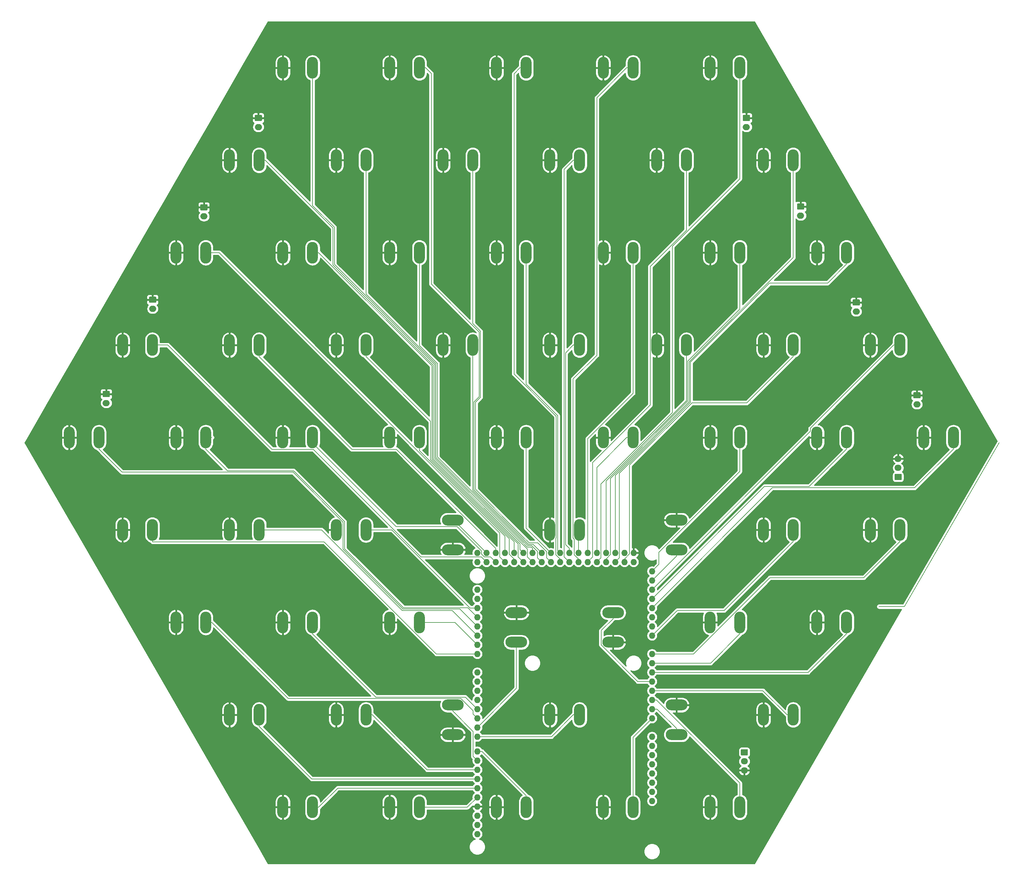
<source format=gbr>
G04 #@! TF.GenerationSoftware,KiCad,Pcbnew,(5.1.5-0-10_14)*
G04 #@! TF.CreationDate,2020-09-02T10:38:33-04:00*
G04 #@! TF.ProjectId,rainboard_newfighter,7261696e-626f-4617-9264-5f6e65776669,rev?*
G04 #@! TF.SameCoordinates,Original*
G04 #@! TF.FileFunction,Copper,L1,Top*
G04 #@! TF.FilePolarity,Positive*
%FSLAX46Y46*%
G04 Gerber Fmt 4.6, Leading zero omitted, Abs format (unit mm)*
G04 Created by KiCad (PCBNEW (5.1.5-0-10_14)) date 2020-09-02 10:38:33*
%MOMM*%
%LPD*%
G04 APERTURE LIST*
%ADD10O,1.950000X1.700000*%
%ADD11C,0.100000*%
%ADD12O,6.000000X3.000000*%
%ADD13O,2.000000X1.700000*%
%ADD14O,3.000000X6.000000*%
%ADD15O,1.727200X1.727200*%
%ADD16C,0.200660*%
%ADD17C,0.254000*%
G04 APERTURE END LIST*
D10*
X64363600Y-90598000D03*
X64363600Y-88098000D03*
G04 #@! TA.AperFunction,ComponentPad*
D11*
G36*
X65113104Y-84749204D02*
G01*
X65137373Y-84752804D01*
X65161171Y-84758765D01*
X65184271Y-84767030D01*
X65206449Y-84777520D01*
X65227493Y-84790133D01*
X65247198Y-84804747D01*
X65265377Y-84821223D01*
X65281853Y-84839402D01*
X65296467Y-84859107D01*
X65309080Y-84880151D01*
X65319570Y-84902329D01*
X65327835Y-84925429D01*
X65333796Y-84949227D01*
X65337396Y-84973496D01*
X65338600Y-84998000D01*
X65338600Y-86198000D01*
X65337396Y-86222504D01*
X65333796Y-86246773D01*
X65327835Y-86270571D01*
X65319570Y-86293671D01*
X65309080Y-86315849D01*
X65296467Y-86336893D01*
X65281853Y-86356598D01*
X65265377Y-86374777D01*
X65247198Y-86391253D01*
X65227493Y-86405867D01*
X65206449Y-86418480D01*
X65184271Y-86428970D01*
X65161171Y-86437235D01*
X65137373Y-86443196D01*
X65113104Y-86446796D01*
X65088600Y-86448000D01*
X63638600Y-86448000D01*
X63614096Y-86446796D01*
X63589827Y-86443196D01*
X63566029Y-86437235D01*
X63542929Y-86428970D01*
X63520751Y-86418480D01*
X63499707Y-86405867D01*
X63480002Y-86391253D01*
X63461823Y-86374777D01*
X63445347Y-86356598D01*
X63430733Y-86336893D01*
X63418120Y-86315849D01*
X63407630Y-86293671D01*
X63399365Y-86270571D01*
X63393404Y-86246773D01*
X63389804Y-86222504D01*
X63388600Y-86198000D01*
X63388600Y-84998000D01*
X63389804Y-84973496D01*
X63393404Y-84949227D01*
X63399365Y-84925429D01*
X63407630Y-84902329D01*
X63418120Y-84880151D01*
X63430733Y-84859107D01*
X63445347Y-84839402D01*
X63461823Y-84821223D01*
X63480002Y-84804747D01*
X63499707Y-84790133D01*
X63520751Y-84777520D01*
X63542929Y-84767030D01*
X63566029Y-84758765D01*
X63589827Y-84752804D01*
X63614096Y-84749204D01*
X63638600Y-84748000D01*
X65088600Y-84748000D01*
X65113104Y-84749204D01*
G37*
G04 #@! TD.AperFunction*
D12*
X28096825Y-46990000D03*
X28096825Y-55190000D03*
D10*
X106832400Y-4499600D03*
X106832400Y-6999600D03*
G04 #@! TA.AperFunction,ComponentPad*
D11*
G36*
X107581904Y-8650804D02*
G01*
X107606173Y-8654404D01*
X107629971Y-8660365D01*
X107653071Y-8668630D01*
X107675249Y-8679120D01*
X107696293Y-8691733D01*
X107715998Y-8706347D01*
X107734177Y-8722823D01*
X107750653Y-8741002D01*
X107765267Y-8760707D01*
X107777880Y-8781751D01*
X107788370Y-8803929D01*
X107796635Y-8827029D01*
X107802596Y-8850827D01*
X107806196Y-8875096D01*
X107807400Y-8899600D01*
X107807400Y-10099600D01*
X107806196Y-10124104D01*
X107802596Y-10148373D01*
X107796635Y-10172171D01*
X107788370Y-10195271D01*
X107777880Y-10217449D01*
X107765267Y-10238493D01*
X107750653Y-10258198D01*
X107734177Y-10276377D01*
X107715998Y-10292853D01*
X107696293Y-10307467D01*
X107675249Y-10320080D01*
X107653071Y-10330570D01*
X107629971Y-10338835D01*
X107606173Y-10344796D01*
X107581904Y-10348396D01*
X107557400Y-10349600D01*
X106107400Y-10349600D01*
X106082896Y-10348396D01*
X106058627Y-10344796D01*
X106034829Y-10338835D01*
X106011729Y-10330570D01*
X105989551Y-10320080D01*
X105968507Y-10307467D01*
X105948802Y-10292853D01*
X105930623Y-10276377D01*
X105914147Y-10258198D01*
X105899533Y-10238493D01*
X105886920Y-10217449D01*
X105876430Y-10195271D01*
X105868165Y-10172171D01*
X105862204Y-10148373D01*
X105858604Y-10124104D01*
X105857400Y-10099600D01*
X105857400Y-8899600D01*
X105858604Y-8875096D01*
X105862204Y-8850827D01*
X105868165Y-8827029D01*
X105876430Y-8803929D01*
X105886920Y-8781751D01*
X105899533Y-8760707D01*
X105914147Y-8741002D01*
X105930623Y-8722823D01*
X105948802Y-8706347D01*
X105968507Y-8691733D01*
X105989551Y-8679120D01*
X106011729Y-8668630D01*
X106034829Y-8660365D01*
X106058627Y-8654404D01*
X106082896Y-8650804D01*
X106107400Y-8649600D01*
X107557400Y-8649600D01*
X107581904Y-8650804D01*
G37*
G04 #@! TD.AperFunction*
D13*
X-69850000Y87212800D03*
G04 #@! TA.AperFunction,ComponentPad*
D11*
G36*
X-69075496Y90561596D02*
G01*
X-69051227Y90557996D01*
X-69027429Y90552035D01*
X-69004329Y90543770D01*
X-68982151Y90533280D01*
X-68961107Y90520667D01*
X-68941402Y90506053D01*
X-68923223Y90489577D01*
X-68906747Y90471398D01*
X-68892133Y90451693D01*
X-68879520Y90430649D01*
X-68869030Y90408471D01*
X-68860765Y90385371D01*
X-68854804Y90361573D01*
X-68851204Y90337304D01*
X-68850000Y90312800D01*
X-68850000Y89112800D01*
X-68851204Y89088296D01*
X-68854804Y89064027D01*
X-68860765Y89040229D01*
X-68869030Y89017129D01*
X-68879520Y88994951D01*
X-68892133Y88973907D01*
X-68906747Y88954202D01*
X-68923223Y88936023D01*
X-68941402Y88919547D01*
X-68961107Y88904933D01*
X-68982151Y88892320D01*
X-69004329Y88881830D01*
X-69027429Y88873565D01*
X-69051227Y88867604D01*
X-69075496Y88864004D01*
X-69100000Y88862800D01*
X-70600000Y88862800D01*
X-70624504Y88864004D01*
X-70648773Y88867604D01*
X-70672571Y88873565D01*
X-70695671Y88881830D01*
X-70717849Y88892320D01*
X-70738893Y88904933D01*
X-70758598Y88919547D01*
X-70776777Y88936023D01*
X-70793253Y88954202D01*
X-70807867Y88973907D01*
X-70820480Y88994951D01*
X-70830970Y89017129D01*
X-70839235Y89040229D01*
X-70845196Y89064027D01*
X-70848796Y89088296D01*
X-70850000Y89112800D01*
X-70850000Y90312800D01*
X-70848796Y90337304D01*
X-70845196Y90361573D01*
X-70839235Y90385371D01*
X-70830970Y90408471D01*
X-70820480Y90430649D01*
X-70807867Y90451693D01*
X-70793253Y90471398D01*
X-70776777Y90489577D01*
X-70758598Y90506053D01*
X-70738893Y90520667D01*
X-70717849Y90533280D01*
X-70695671Y90543770D01*
X-70672571Y90552035D01*
X-70648773Y90557996D01*
X-70624504Y90561596D01*
X-70600000Y90562800D01*
X-69100000Y90562800D01*
X-69075496Y90561596D01*
G37*
G04 #@! TD.AperFunction*
D13*
X-99060000Y36971600D03*
G04 #@! TA.AperFunction,ComponentPad*
D11*
G36*
X-98285496Y40320396D02*
G01*
X-98261227Y40316796D01*
X-98237429Y40310835D01*
X-98214329Y40302570D01*
X-98192151Y40292080D01*
X-98171107Y40279467D01*
X-98151402Y40264853D01*
X-98133223Y40248377D01*
X-98116747Y40230198D01*
X-98102133Y40210493D01*
X-98089520Y40189449D01*
X-98079030Y40167271D01*
X-98070765Y40144171D01*
X-98064804Y40120373D01*
X-98061204Y40096104D01*
X-98060000Y40071600D01*
X-98060000Y38871600D01*
X-98061204Y38847096D01*
X-98064804Y38822827D01*
X-98070765Y38799029D01*
X-98079030Y38775929D01*
X-98089520Y38753751D01*
X-98102133Y38732707D01*
X-98116747Y38713002D01*
X-98133223Y38694823D01*
X-98151402Y38678347D01*
X-98171107Y38663733D01*
X-98192151Y38651120D01*
X-98214329Y38640630D01*
X-98237429Y38632365D01*
X-98261227Y38626404D01*
X-98285496Y38622804D01*
X-98310000Y38621600D01*
X-99810000Y38621600D01*
X-99834504Y38622804D01*
X-99858773Y38626404D01*
X-99882571Y38632365D01*
X-99905671Y38640630D01*
X-99927849Y38651120D01*
X-99948893Y38663733D01*
X-99968598Y38678347D01*
X-99986777Y38694823D01*
X-100003253Y38713002D01*
X-100017867Y38732707D01*
X-100030480Y38753751D01*
X-100040970Y38775929D01*
X-100049235Y38799029D01*
X-100055196Y38822827D01*
X-100058796Y38847096D01*
X-100060000Y38871600D01*
X-100060000Y40071600D01*
X-100058796Y40096104D01*
X-100055196Y40120373D01*
X-100049235Y40144171D01*
X-100040970Y40167271D01*
X-100030480Y40189449D01*
X-100017867Y40210493D01*
X-100003253Y40230198D01*
X-99986777Y40248377D01*
X-99968598Y40264853D01*
X-99948893Y40279467D01*
X-99927849Y40292080D01*
X-99905671Y40302570D01*
X-99882571Y40310835D01*
X-99858773Y40316796D01*
X-99834504Y40320396D01*
X-99810000Y40321600D01*
X-98310000Y40321600D01*
X-98285496Y40320396D01*
G37*
G04 #@! TD.AperFunction*
D13*
X64922400Y87212800D03*
G04 #@! TA.AperFunction,ComponentPad*
D11*
G36*
X65696904Y90561596D02*
G01*
X65721173Y90557996D01*
X65744971Y90552035D01*
X65768071Y90543770D01*
X65790249Y90533280D01*
X65811293Y90520667D01*
X65830998Y90506053D01*
X65849177Y90489577D01*
X65865653Y90471398D01*
X65880267Y90451693D01*
X65892880Y90430649D01*
X65903370Y90408471D01*
X65911635Y90385371D01*
X65917596Y90361573D01*
X65921196Y90337304D01*
X65922400Y90312800D01*
X65922400Y89112800D01*
X65921196Y89088296D01*
X65917596Y89064027D01*
X65911635Y89040229D01*
X65903370Y89017129D01*
X65892880Y88994951D01*
X65880267Y88973907D01*
X65865653Y88954202D01*
X65849177Y88936023D01*
X65830998Y88919547D01*
X65811293Y88904933D01*
X65790249Y88892320D01*
X65768071Y88881830D01*
X65744971Y88873565D01*
X65721173Y88867604D01*
X65696904Y88864004D01*
X65672400Y88862800D01*
X64172400Y88862800D01*
X64147896Y88864004D01*
X64123627Y88867604D01*
X64099829Y88873565D01*
X64076729Y88881830D01*
X64054551Y88892320D01*
X64033507Y88904933D01*
X64013802Y88919547D01*
X63995623Y88936023D01*
X63979147Y88954202D01*
X63964533Y88973907D01*
X63951920Y88994951D01*
X63941430Y89017129D01*
X63933165Y89040229D01*
X63927204Y89064027D01*
X63923604Y89088296D01*
X63922400Y89112800D01*
X63922400Y90312800D01*
X63923604Y90337304D01*
X63927204Y90361573D01*
X63933165Y90385371D01*
X63941430Y90408471D01*
X63951920Y90430649D01*
X63964533Y90451693D01*
X63979147Y90471398D01*
X63995623Y90489577D01*
X64013802Y90506053D01*
X64033507Y90520667D01*
X64054551Y90533280D01*
X64076729Y90543770D01*
X64099829Y90552035D01*
X64123627Y90557996D01*
X64147896Y90561596D01*
X64172400Y90562800D01*
X65672400Y90562800D01*
X65696904Y90561596D01*
G37*
G04 #@! TD.AperFunction*
D13*
X-111861600Y10911200D03*
G04 #@! TA.AperFunction,ComponentPad*
D11*
G36*
X-111087096Y14259996D02*
G01*
X-111062827Y14256396D01*
X-111039029Y14250435D01*
X-111015929Y14242170D01*
X-110993751Y14231680D01*
X-110972707Y14219067D01*
X-110953002Y14204453D01*
X-110934823Y14187977D01*
X-110918347Y14169798D01*
X-110903733Y14150093D01*
X-110891120Y14129049D01*
X-110880630Y14106871D01*
X-110872365Y14083771D01*
X-110866404Y14059973D01*
X-110862804Y14035704D01*
X-110861600Y14011200D01*
X-110861600Y12811200D01*
X-110862804Y12786696D01*
X-110866404Y12762427D01*
X-110872365Y12738629D01*
X-110880630Y12715529D01*
X-110891120Y12693351D01*
X-110903733Y12672307D01*
X-110918347Y12652602D01*
X-110934823Y12634423D01*
X-110953002Y12617947D01*
X-110972707Y12603333D01*
X-110993751Y12590720D01*
X-111015929Y12580230D01*
X-111039029Y12571965D01*
X-111062827Y12566004D01*
X-111087096Y12562404D01*
X-111111600Y12561200D01*
X-112611600Y12561200D01*
X-112636104Y12562404D01*
X-112660373Y12566004D01*
X-112684171Y12571965D01*
X-112707271Y12580230D01*
X-112729449Y12590720D01*
X-112750493Y12603333D01*
X-112770198Y12617947D01*
X-112788377Y12634423D01*
X-112804853Y12652602D01*
X-112819467Y12672307D01*
X-112832080Y12693351D01*
X-112842570Y12715529D01*
X-112850835Y12738629D01*
X-112856796Y12762427D01*
X-112860396Y12786696D01*
X-112861600Y12811200D01*
X-112861600Y14011200D01*
X-112860396Y14035704D01*
X-112856796Y14059973D01*
X-112850835Y14083771D01*
X-112842570Y14106871D01*
X-112832080Y14129049D01*
X-112819467Y14150093D01*
X-112804853Y14169798D01*
X-112788377Y14187977D01*
X-112770198Y14204453D01*
X-112750493Y14219067D01*
X-112729449Y14231680D01*
X-112707271Y14242170D01*
X-112684171Y14250435D01*
X-112660373Y14256396D01*
X-112636104Y14259996D01*
X-112611600Y14261200D01*
X-111111600Y14261200D01*
X-111087096Y14259996D01*
G37*
G04 #@! TD.AperFunction*
D13*
X-84886800Y62524000D03*
G04 #@! TA.AperFunction,ComponentPad*
D11*
G36*
X-84112296Y65872796D02*
G01*
X-84088027Y65869196D01*
X-84064229Y65863235D01*
X-84041129Y65854970D01*
X-84018951Y65844480D01*
X-83997907Y65831867D01*
X-83978202Y65817253D01*
X-83960023Y65800777D01*
X-83943547Y65782598D01*
X-83928933Y65762893D01*
X-83916320Y65741849D01*
X-83905830Y65719671D01*
X-83897565Y65696571D01*
X-83891604Y65672773D01*
X-83888004Y65648504D01*
X-83886800Y65624000D01*
X-83886800Y64424000D01*
X-83888004Y64399496D01*
X-83891604Y64375227D01*
X-83897565Y64351429D01*
X-83905830Y64328329D01*
X-83916320Y64306151D01*
X-83928933Y64285107D01*
X-83943547Y64265402D01*
X-83960023Y64247223D01*
X-83978202Y64230747D01*
X-83997907Y64216133D01*
X-84018951Y64203520D01*
X-84041129Y64193030D01*
X-84064229Y64184765D01*
X-84088027Y64178804D01*
X-84112296Y64175204D01*
X-84136800Y64174000D01*
X-85636800Y64174000D01*
X-85661304Y64175204D01*
X-85685573Y64178804D01*
X-85709371Y64184765D01*
X-85732471Y64193030D01*
X-85754649Y64203520D01*
X-85775693Y64216133D01*
X-85795398Y64230747D01*
X-85813577Y64247223D01*
X-85830053Y64265402D01*
X-85844667Y64285107D01*
X-85857280Y64306151D01*
X-85867770Y64328329D01*
X-85876035Y64351429D01*
X-85881996Y64375227D01*
X-85885596Y64399496D01*
X-85886800Y64424000D01*
X-85886800Y65624000D01*
X-85885596Y65648504D01*
X-85881996Y65672773D01*
X-85876035Y65696571D01*
X-85867770Y65719671D01*
X-85857280Y65741849D01*
X-85844667Y65762893D01*
X-85830053Y65782598D01*
X-85813577Y65800777D01*
X-85795398Y65817253D01*
X-85775693Y65831867D01*
X-85754649Y65844480D01*
X-85732471Y65854970D01*
X-85709371Y65863235D01*
X-85685573Y65869196D01*
X-85661304Y65872796D01*
X-85636800Y65874000D01*
X-84136800Y65874000D01*
X-84112296Y65872796D01*
G37*
G04 #@! TD.AperFunction*
D13*
X79908400Y62727200D03*
G04 #@! TA.AperFunction,ComponentPad*
D11*
G36*
X80682904Y66075996D02*
G01*
X80707173Y66072396D01*
X80730971Y66066435D01*
X80754071Y66058170D01*
X80776249Y66047680D01*
X80797293Y66035067D01*
X80816998Y66020453D01*
X80835177Y66003977D01*
X80851653Y65985798D01*
X80866267Y65966093D01*
X80878880Y65945049D01*
X80889370Y65922871D01*
X80897635Y65899771D01*
X80903596Y65875973D01*
X80907196Y65851704D01*
X80908400Y65827200D01*
X80908400Y64627200D01*
X80907196Y64602696D01*
X80903596Y64578427D01*
X80897635Y64554629D01*
X80889370Y64531529D01*
X80878880Y64509351D01*
X80866267Y64488307D01*
X80851653Y64468602D01*
X80835177Y64450423D01*
X80816998Y64433947D01*
X80797293Y64419333D01*
X80776249Y64406720D01*
X80754071Y64396230D01*
X80730971Y64387965D01*
X80707173Y64382004D01*
X80682904Y64378404D01*
X80658400Y64377200D01*
X79158400Y64377200D01*
X79133896Y64378404D01*
X79109627Y64382004D01*
X79085829Y64387965D01*
X79062729Y64396230D01*
X79040551Y64406720D01*
X79019507Y64419333D01*
X78999802Y64433947D01*
X78981623Y64450423D01*
X78965147Y64468602D01*
X78950533Y64488307D01*
X78937920Y64509351D01*
X78927430Y64531529D01*
X78919165Y64554629D01*
X78913204Y64578427D01*
X78909604Y64602696D01*
X78908400Y64627200D01*
X78908400Y65827200D01*
X78909604Y65851704D01*
X78913204Y65875973D01*
X78919165Y65899771D01*
X78927430Y65922871D01*
X78937920Y65945049D01*
X78950533Y65966093D01*
X78965147Y65985798D01*
X78981623Y66003977D01*
X78999802Y66020453D01*
X79019507Y66035067D01*
X79040551Y66047680D01*
X79062729Y66058170D01*
X79085829Y66066435D01*
X79109627Y66072396D01*
X79133896Y66075996D01*
X79158400Y66077200D01*
X80658400Y66077200D01*
X80682904Y66075996D01*
G37*
G04 #@! TD.AperFunction*
D13*
X112014000Y10555600D03*
G04 #@! TA.AperFunction,ComponentPad*
D11*
G36*
X112788504Y13904396D02*
G01*
X112812773Y13900796D01*
X112836571Y13894835D01*
X112859671Y13886570D01*
X112881849Y13876080D01*
X112902893Y13863467D01*
X112922598Y13848853D01*
X112940777Y13832377D01*
X112957253Y13814198D01*
X112971867Y13794493D01*
X112984480Y13773449D01*
X112994970Y13751271D01*
X113003235Y13728171D01*
X113009196Y13704373D01*
X113012796Y13680104D01*
X113014000Y13655600D01*
X113014000Y12455600D01*
X113012796Y12431096D01*
X113009196Y12406827D01*
X113003235Y12383029D01*
X112994970Y12359929D01*
X112984480Y12337751D01*
X112971867Y12316707D01*
X112957253Y12297002D01*
X112940777Y12278823D01*
X112922598Y12262347D01*
X112902893Y12247733D01*
X112881849Y12235120D01*
X112859671Y12224630D01*
X112836571Y12216365D01*
X112812773Y12210404D01*
X112788504Y12206804D01*
X112764000Y12205600D01*
X111264000Y12205600D01*
X111239496Y12206804D01*
X111215227Y12210404D01*
X111191429Y12216365D01*
X111168329Y12224630D01*
X111146151Y12235120D01*
X111125107Y12247733D01*
X111105402Y12262347D01*
X111087223Y12278823D01*
X111070747Y12297002D01*
X111056133Y12316707D01*
X111043520Y12337751D01*
X111033030Y12359929D01*
X111024765Y12383029D01*
X111018804Y12406827D01*
X111015204Y12431096D01*
X111014000Y12455600D01*
X111014000Y13655600D01*
X111015204Y13680104D01*
X111018804Y13704373D01*
X111024765Y13728171D01*
X111033030Y13751271D01*
X111043520Y13773449D01*
X111056133Y13794493D01*
X111070747Y13814198D01*
X111087223Y13832377D01*
X111105402Y13848853D01*
X111125107Y13863467D01*
X111146151Y13876080D01*
X111168329Y13886570D01*
X111191429Y13894835D01*
X111215227Y13900796D01*
X111239496Y13904396D01*
X111264000Y13905600D01*
X112764000Y13905600D01*
X112788504Y13904396D01*
G37*
G04 #@! TD.AperFunction*
D13*
X95250000Y36209600D03*
G04 #@! TA.AperFunction,ComponentPad*
D11*
G36*
X96024504Y39558396D02*
G01*
X96048773Y39554796D01*
X96072571Y39548835D01*
X96095671Y39540570D01*
X96117849Y39530080D01*
X96138893Y39517467D01*
X96158598Y39502853D01*
X96176777Y39486377D01*
X96193253Y39468198D01*
X96207867Y39448493D01*
X96220480Y39427449D01*
X96230970Y39405271D01*
X96239235Y39382171D01*
X96245196Y39358373D01*
X96248796Y39334104D01*
X96250000Y39309600D01*
X96250000Y38109600D01*
X96248796Y38085096D01*
X96245196Y38060827D01*
X96239235Y38037029D01*
X96230970Y38013929D01*
X96220480Y37991751D01*
X96207867Y37970707D01*
X96193253Y37951002D01*
X96176777Y37932823D01*
X96158598Y37916347D01*
X96138893Y37901733D01*
X96117849Y37889120D01*
X96095671Y37878630D01*
X96072571Y37870365D01*
X96048773Y37864404D01*
X96024504Y37860804D01*
X96000000Y37859600D01*
X94500000Y37859600D01*
X94475496Y37860804D01*
X94451227Y37864404D01*
X94427429Y37870365D01*
X94404329Y37878630D01*
X94382151Y37889120D01*
X94361107Y37901733D01*
X94341402Y37916347D01*
X94323223Y37932823D01*
X94306747Y37951002D01*
X94292133Y37970707D01*
X94279520Y37991751D01*
X94269030Y38013929D01*
X94260765Y38037029D01*
X94254804Y38060827D01*
X94251204Y38085096D01*
X94250000Y38109600D01*
X94250000Y39309600D01*
X94251204Y39334104D01*
X94254804Y39358373D01*
X94260765Y39382171D01*
X94269030Y39405271D01*
X94279520Y39427449D01*
X94292133Y39448493D01*
X94306747Y39468198D01*
X94323223Y39486377D01*
X94341402Y39502853D01*
X94361107Y39517467D01*
X94382151Y39530080D01*
X94404329Y39540570D01*
X94427429Y39548835D01*
X94451227Y39554796D01*
X94475496Y39558396D01*
X94500000Y39559600D01*
X96000000Y39559600D01*
X96024504Y39558396D01*
G37*
G04 #@! TD.AperFunction*
D14*
X33596825Y-100780000D03*
X25396825Y-100780000D03*
X4100000Y-100780000D03*
X-4100000Y-100780000D03*
D12*
X-16148412Y-80735000D03*
X-16148412Y-72535000D03*
X45645237Y-80735000D03*
X45645237Y-72535000D03*
X45645237Y-29645000D03*
X45645237Y-21445000D03*
X-16148412Y-21445000D03*
X-16148412Y-29645000D03*
X1400000Y-46990000D03*
X1400000Y-55190000D03*
D14*
X10648412Y-24145000D03*
X18848412Y-24145000D03*
D15*
X33782000Y-30480000D03*
X33782000Y-33020000D03*
X31242000Y-30480000D03*
X31242000Y-33020000D03*
X28702000Y-30480000D03*
X28702000Y-33020000D03*
X26162000Y-30480000D03*
X26162000Y-33020000D03*
X23622000Y-30480000D03*
X23622000Y-33020000D03*
X21082000Y-30480000D03*
X21082000Y-33020000D03*
X18542000Y-30480000D03*
X18542000Y-33020000D03*
X16002000Y-30480000D03*
X16002000Y-33020000D03*
X13462000Y-30480000D03*
X13462000Y-33020000D03*
X10922000Y-30480000D03*
X10922000Y-33020000D03*
X8382000Y-30480000D03*
X8382000Y-33020000D03*
X5842000Y-30480000D03*
X5842000Y-33020000D03*
X3302000Y-30480000D03*
X3302000Y-33020000D03*
X762000Y-30480000D03*
X762000Y-33020000D03*
X-1778000Y-30480000D03*
X-1778000Y-33020000D03*
X-4318000Y-30480000D03*
X-4318000Y-33020000D03*
X-6858000Y-30480000D03*
X-6858000Y-33020000D03*
X-9398000Y-30480000D03*
X-9398000Y-33020000D03*
X38862000Y-35560000D03*
X38862000Y-38100000D03*
X38862000Y-40640000D03*
X38862000Y-43180000D03*
X38862000Y-45720000D03*
X38862000Y-48260000D03*
X38862000Y-50800000D03*
X38862000Y-53340000D03*
X38862000Y-58420000D03*
X38862000Y-60960000D03*
X38862000Y-63500000D03*
X38862000Y-66040000D03*
X38862000Y-68580000D03*
X38862000Y-71120000D03*
X38862000Y-73660000D03*
X38862000Y-99060000D03*
X-9398000Y-92964000D03*
X-9398000Y-95504000D03*
X-9398000Y-98044000D03*
X-9398000Y-103124000D03*
X-9398000Y-105664000D03*
X-9398000Y-108204000D03*
X-9398000Y-90424000D03*
X-9398000Y-87884000D03*
X-9398000Y-85344000D03*
X-9398000Y-100584000D03*
X-9398000Y-81280000D03*
X-9398000Y-78740000D03*
X-9398000Y-76200000D03*
X-9398000Y-73660000D03*
X-9398000Y-71120000D03*
X-9398000Y-68580000D03*
X-9398000Y-66040000D03*
X-9398000Y-63500000D03*
X-9398000Y-58420000D03*
X-9398000Y-55880000D03*
X-9398000Y-53340000D03*
X-9398000Y-50800000D03*
X-9398000Y-48260000D03*
X-9398000Y-45720000D03*
X-9398000Y-43180000D03*
X-9398000Y-40640000D03*
X38862000Y-96520000D03*
X38862000Y-93980000D03*
X38862000Y-91440000D03*
X38862000Y-88900000D03*
X38862000Y-86360000D03*
X38862000Y-83820000D03*
X38862000Y-81280000D03*
X38862000Y-76200000D03*
D14*
X-63093650Y103580000D03*
X-54893650Y103580000D03*
X-33596825Y103580000D03*
X-25396825Y103580000D03*
X-4100000Y103580000D03*
X4100000Y103580000D03*
X25396825Y103580000D03*
X33596825Y103580000D03*
X54893650Y103580000D03*
X63093650Y103580000D03*
X-77842063Y78035000D03*
X-69642063Y78035000D03*
X-40145237Y78035000D03*
X-48345237Y78035000D03*
X-18848412Y78035000D03*
X-10648412Y78035000D03*
X18848412Y78035000D03*
X10648412Y78035000D03*
X48345237Y78035000D03*
X40145237Y78035000D03*
X77842063Y78035000D03*
X69642063Y78035000D03*
X-84390475Y52490000D03*
X-92590475Y52490000D03*
X-54893650Y52490000D03*
X-63093650Y52490000D03*
X-25396825Y52490000D03*
X-33596825Y52490000D03*
X-4100000Y52490000D03*
X4100000Y52490000D03*
X33596825Y52490000D03*
X25396825Y52490000D03*
X54893650Y52490000D03*
X63093650Y52490000D03*
X84390475Y52490000D03*
X92590475Y52490000D03*
X-107338888Y26945000D03*
X-99138888Y26945000D03*
X-77842063Y26945000D03*
X-69642063Y26945000D03*
X-48345237Y26945000D03*
X-40145237Y26945000D03*
X-18848412Y26945000D03*
X-10648412Y26945000D03*
X18848412Y26945000D03*
X10648412Y26945000D03*
X40145237Y26945000D03*
X48345237Y26945000D03*
X77842063Y26945000D03*
X69642063Y26945000D03*
X107338888Y26945000D03*
X99138888Y26945000D03*
X-113887301Y1400000D03*
X-122087301Y1400000D03*
X-84390475Y1400000D03*
X-92590475Y1400000D03*
X-54893650Y1400000D03*
X-63093650Y1400000D03*
X-25396825Y1400000D03*
X-33596825Y1400000D03*
X-4100000Y1400000D03*
X4100000Y1400000D03*
X33596825Y1400000D03*
X25396825Y1400000D03*
X54893650Y1400000D03*
X63093650Y1400000D03*
X84390475Y1400000D03*
X92590475Y1400000D03*
X113887301Y1400000D03*
X122087301Y1400000D03*
X-107338888Y-24145000D03*
X-99138888Y-24145000D03*
X-77842063Y-24145000D03*
X-69642063Y-24145000D03*
X-48345237Y-24145000D03*
X-40145237Y-24145000D03*
X77842063Y-24145000D03*
X69642063Y-24145000D03*
X107338888Y-24145000D03*
X99138888Y-24145000D03*
X-84390475Y-49690000D03*
X-92590475Y-49690000D03*
X-54893650Y-49690000D03*
X-63093650Y-49690000D03*
X-25396825Y-49690000D03*
X-33596825Y-49690000D03*
X54893650Y-49690000D03*
X63093650Y-49690000D03*
X84390475Y-49690000D03*
X92590475Y-49690000D03*
X-77842063Y-75235000D03*
X-69642063Y-75235000D03*
X-40145237Y-75235000D03*
X-48345237Y-75235000D03*
X10648412Y-75235000D03*
X18848412Y-75235000D03*
X69642063Y-75235000D03*
X77842063Y-75235000D03*
X-54893650Y-100780000D03*
X-63093650Y-100780000D03*
X-25396825Y-100780000D03*
X-33596825Y-100780000D03*
X63093650Y-100780000D03*
X54893650Y-100780000D03*
D16*
X108588109Y-45313600D02*
X134749928Y0D01*
X101549200Y-45313600D02*
X108588109Y-45313600D01*
X3302000Y-30480000D02*
X2438401Y-29616401D01*
X-54893650Y103580000D02*
X-54893650Y65522483D01*
X-54893650Y65522483D02*
X-48846731Y59475564D01*
X-48846731Y49214214D02*
X-21165790Y21533274D01*
X-48846731Y59475564D02*
X-48846731Y49214214D01*
X-21165790Y21533274D02*
X-21165790Y-4340186D01*
X2438400Y-27990800D02*
X2438401Y-27944377D01*
X2438400Y-27944376D02*
X2438400Y-27990800D01*
X-21165790Y-4340186D02*
X2438400Y-27944376D01*
X2438401Y-29616401D02*
X2438400Y-27990800D01*
X8382000Y-30480000D02*
X6006880Y-28104880D01*
X5067520Y-28104880D02*
X5052070Y-28120330D01*
X5052070Y-28120330D02*
X4755299Y-28120330D01*
X6006880Y-28104880D02*
X5067520Y-28104880D01*
X4755299Y-28120330D02*
X-10269942Y-13095089D01*
X-10269942Y-13095089D02*
X-10269942Y11269258D01*
X-8870272Y12668928D02*
X-8870272Y30561872D01*
X-10269942Y11269258D02*
X-8870272Y12668928D01*
X-8870272Y30561872D02*
X-22098000Y43789600D01*
X-23696165Y103580000D02*
X-25396825Y103580000D01*
X-22098000Y101981835D02*
X-23696165Y103580000D01*
X-22098000Y43789600D02*
X-22098000Y101981835D01*
X12426552Y-26381529D02*
X12426552Y7283848D01*
X12320269Y-26487812D02*
X12426552Y-26381529D01*
X13462000Y-32169763D02*
X12320269Y-31028032D01*
X12320269Y-31028032D02*
X12320269Y-26487812D01*
X13462000Y-33020000D02*
X13462000Y-32169763D01*
X12426552Y7283848D02*
X762000Y18948400D01*
X2399340Y103580000D02*
X4100000Y103580000D01*
X762000Y101942660D02*
X2399340Y103580000D01*
X762000Y18948400D02*
X762000Y101942660D01*
X17400269Y-26711526D02*
X17070272Y-26381529D01*
X17070272Y-26381529D02*
X17070272Y17578272D01*
X17400269Y-31028032D02*
X17400269Y-26711526D01*
X18542000Y-32169763D02*
X17400269Y-31028032D01*
X18542000Y-33020000D02*
X18542000Y-32169763D01*
X31896165Y103580000D02*
X33596825Y103580000D01*
X23618685Y24126685D02*
X23618685Y95302520D01*
X23618685Y95302520D02*
X31896165Y103580000D01*
X17070272Y17578272D02*
X23618685Y24126685D01*
X44450000Y8238506D02*
X44450000Y54227164D01*
X24763731Y-11447763D02*
X44450000Y8238506D01*
X24763731Y-31878269D02*
X24763731Y-11447763D01*
X23622000Y-33020000D02*
X24763731Y-31878269D01*
X63093650Y72870814D02*
X63093650Y103580000D01*
X44450000Y54227164D02*
X63093650Y72870814D01*
X-67941403Y78035000D02*
X-49225200Y59318797D01*
X-49225200Y49057446D02*
X-21544260Y21376507D01*
X-21544260Y-4496952D02*
X1903731Y-27944943D01*
X-49225200Y59318797D02*
X-49225200Y49057446D01*
X-21544260Y21376507D02*
X-21544260Y-4496952D01*
X1903731Y-31621731D02*
X3302000Y-33020000D01*
X1903731Y-27944943D02*
X1903731Y-31621731D01*
X-69642063Y78035000D02*
X-67941403Y78035000D01*
X4443731Y-29414470D02*
X1902460Y-26873200D01*
X4443731Y-31621731D02*
X4443731Y-29414470D01*
X5842000Y-33020000D02*
X4443731Y-31621731D01*
X-20787320Y-4183420D02*
X-20787320Y21690041D01*
X1902460Y-26873200D02*
X-20787320Y-4183420D01*
X-40145237Y41047958D02*
X-40145237Y78035000D01*
X-20787320Y21690041D02*
X-40145237Y41047958D01*
X7318173Y-27726410D02*
X4910753Y-27726410D01*
X9780269Y-30188506D02*
X7318173Y-27726410D01*
X9780269Y-31878269D02*
X9780269Y-30188506D01*
X10922000Y-33020000D02*
X9780269Y-31878269D01*
X2838343Y-25654000D02*
X2824205Y-25654000D01*
X4910753Y-27726410D02*
X2838343Y-25654000D01*
X2824205Y-25654000D02*
X-9891472Y-12938323D01*
X-9891472Y-12938323D02*
X-9891472Y11112492D01*
X-8491802Y30718639D02*
X-8713506Y30940342D01*
X-8491802Y12512161D02*
X-8491802Y30718639D01*
X-9891472Y11112492D02*
X-8491802Y12512161D01*
X-10648412Y32875248D02*
X-10648412Y78035000D01*
X-8713506Y30940342D02*
X-10648412Y32875248D01*
X17147752Y78035000D02*
X18848412Y78035000D01*
X14603731Y75490979D02*
X17147752Y78035000D01*
X14603731Y-31621731D02*
X14603731Y75490979D01*
X16002000Y-33020000D02*
X14603731Y-31621731D01*
X38367097Y10355603D02*
X38367097Y48679497D01*
X22480269Y-5531225D02*
X38367097Y10355603D01*
X22480269Y-31621731D02*
X22480269Y-5531225D01*
X21082000Y-33020000D02*
X22480269Y-31621731D01*
X48345237Y58657637D02*
X48345237Y78035000D01*
X38367097Y48679497D02*
X48345237Y58657637D01*
X-53192990Y52490000D02*
X-54893650Y52490000D01*
X-21922730Y21219740D02*
X-53192990Y52490000D01*
X-21922730Y-4653718D02*
X-21922730Y21219740D01*
X762000Y-27338448D02*
X-21922730Y-4653718D01*
X762000Y-30480000D02*
X762000Y-27338448D01*
X-82689815Y52490000D02*
X-84390475Y52490000D01*
X-80672156Y52490000D02*
X-82689815Y52490000D01*
X-3176269Y-25005887D02*
X-80672156Y52490000D01*
X-3176269Y-31621731D02*
X-3176269Y-25005887D01*
X-1778000Y-33020000D02*
X-3176269Y-31621731D01*
X77842063Y51094026D02*
X77842063Y78035000D01*
X49102177Y22354141D02*
X77842063Y51094026D01*
X28702003Y-9115202D02*
X49102177Y11284972D01*
X49102177Y11284972D02*
X49102177Y22354141D01*
X28702000Y-9115202D02*
X28702003Y-9115202D01*
X28702000Y-30480000D02*
X28702000Y-9115202D01*
X5617350Y-28498800D02*
X4598533Y-28498800D01*
X7240269Y-30121719D02*
X5617350Y-28498800D01*
X7240269Y-31878269D02*
X7240269Y-30121719D01*
X8382000Y-33020000D02*
X7240269Y-31878269D01*
X-10648412Y-13251855D02*
X-10648412Y26945000D01*
X4598533Y-28498800D02*
X-10648412Y-13251855D01*
X16002000Y-29258686D02*
X14982201Y-28238887D01*
X16002000Y-30480000D02*
X16002000Y-29258686D01*
X14982201Y24779449D02*
X17147752Y26945000D01*
X17147752Y26945000D02*
X18848412Y26945000D01*
X14982201Y-28238887D02*
X14982201Y24779449D01*
X48345237Y11598506D02*
X48345237Y26945000D01*
X26162000Y-10584730D02*
X48345237Y11598506D01*
X26162000Y-30480000D02*
X26162000Y-10584730D01*
X31242000Y-33020000D02*
X31242000Y-32169763D01*
X32640269Y-30771494D02*
X32640269Y-6247408D01*
X32640269Y-6247408D02*
X49859117Y10971438D01*
X77842063Y23744340D02*
X77842063Y26945000D01*
X65069161Y10971438D02*
X77842063Y23744340D01*
X31242000Y-32169763D02*
X32640269Y-30771494D01*
X49859117Y10971438D02*
X65069161Y10971438D01*
X105638228Y26945000D02*
X107338888Y26945000D01*
X82612335Y3919107D02*
X105638228Y26945000D01*
X82612335Y3110335D02*
X82612335Y3919107D01*
X38862000Y-40640000D02*
X82612335Y3110335D01*
X-107509161Y-8178800D02*
X-113887301Y-1800660D01*
X-60296768Y-8178800D02*
X-107509161Y-8178800D01*
X-46431200Y-22044368D02*
X-60296768Y-8178800D01*
X-113887301Y-1800660D02*
X-113887301Y1400000D01*
X-46431200Y-29538470D02*
X-46431200Y-22044368D01*
X-29936280Y-46033390D02*
X-46431200Y-29538470D01*
X-14164610Y-46033390D02*
X-29936280Y-46033390D01*
X-9398000Y-50800000D02*
X-14164610Y-46033390D01*
X-82689815Y1400000D02*
X-84390475Y1400000D01*
X-29779514Y-45654920D02*
X-12003080Y-45654920D01*
X-46052730Y-29381704D02*
X-29779514Y-45654920D01*
X-46052730Y-21887601D02*
X-46052730Y-29381704D01*
X-59918298Y-8022034D02*
X-46052730Y-21887601D01*
X-12003080Y-45654920D02*
X-9398000Y-48260000D01*
X-60140001Y-7800330D02*
X-59918298Y-8022034D01*
X-78390805Y-7800330D02*
X-60140001Y-7800330D01*
X-84390475Y-1800660D02*
X-78390805Y-7800330D01*
X-84390475Y1400000D02*
X-84390475Y-1800660D01*
X-31770510Y-23223140D02*
X-54893650Y-100000D01*
X-14965097Y-23223140D02*
X-31770510Y-23223140D01*
X-8256269Y-29931968D02*
X-14965097Y-23223140D01*
X-54893650Y-100000D02*
X-54893650Y1400000D01*
X-8256269Y-30771494D02*
X-8256269Y-29931968D01*
X-7406032Y-31621731D02*
X-8256269Y-30771494D01*
X-5716269Y-31621731D02*
X-7406032Y-31621731D01*
X-4318000Y-33020000D02*
X-5716269Y-31621731D01*
X-1778000Y-30480000D02*
X-1778000Y-25868920D01*
X-25396825Y-2250095D02*
X-25396825Y1400000D01*
X-1778000Y-25868920D02*
X-25396825Y-2250095D01*
X4100000Y-23658000D02*
X4100000Y1400000D01*
X10922000Y-30480000D02*
X4100000Y-23658000D01*
X23622000Y-6874165D02*
X31896165Y1400000D01*
X31896165Y1400000D02*
X33596825Y1400000D01*
X23622000Y-30480000D02*
X23622000Y-6874165D01*
X39725599Y-34696401D02*
X38862000Y-35560000D01*
X40740131Y-30364775D02*
X40740131Y-33681869D01*
X40740131Y-33681869D02*
X39725599Y-34696401D01*
X63093650Y-8011256D02*
X40740131Y-30364775D01*
X63093650Y1400000D02*
X63093650Y-8011256D01*
X38862000Y-43180000D02*
X69900800Y-12141200D01*
X92590475Y-1800660D02*
X92590475Y1400000D01*
X82249935Y-12141200D02*
X92590475Y-1800660D01*
X69900800Y-12141200D02*
X82249935Y-12141200D01*
X122087301Y-1800660D02*
X122087301Y1400000D01*
X111368291Y-12519670D02*
X122087301Y-1800660D01*
X72062330Y-12519670D02*
X111368291Y-12519670D01*
X38862000Y-45720000D02*
X72062330Y-12519670D01*
X-10619314Y-58420000D02*
X-9398000Y-58420000D01*
X-20681494Y-58420000D02*
X-10619314Y-58420000D01*
X-51678354Y-27423140D02*
X-20681494Y-58420000D01*
X-99061408Y-27423140D02*
X-51678354Y-27423140D01*
X-99138888Y-27345660D02*
X-99061408Y-27423140D01*
X-99138888Y-24145000D02*
X-99138888Y-27345660D01*
X-10261599Y-52476401D02*
X-9398000Y-53340000D01*
X-30093046Y-46411860D02*
X-16326140Y-46411860D01*
X-52359906Y-24145000D02*
X-30093046Y-46411860D01*
X-16326140Y-46411860D02*
X-10261599Y-52476401D01*
X-69642063Y-24145000D02*
X-52359906Y-24145000D01*
X-38444577Y-24145000D02*
X-40145237Y-24145000D01*
X-32977763Y-24145000D02*
X-38444577Y-24145000D01*
X-11402763Y-45720000D02*
X-32977763Y-24145000D01*
X-9398000Y-45720000D02*
X-11402763Y-45720000D01*
X-15893000Y-21445000D02*
X-16148412Y-21445000D01*
X-6858000Y-30480000D02*
X-15893000Y-21445000D01*
X18542000Y-24451412D02*
X18848412Y-24145000D01*
X18542000Y-30480000D02*
X18542000Y-24451412D01*
X45645237Y-31316763D02*
X45645237Y-29645000D01*
X38862000Y-38100000D02*
X45645237Y-31316763D01*
X77842063Y-27345660D02*
X77842063Y-24145000D01*
X58775863Y-46411860D02*
X77842063Y-27345660D01*
X45790140Y-46411860D02*
X58775863Y-46411860D01*
X38862000Y-53340000D02*
X45790140Y-46411860D01*
X50348981Y-58420000D02*
X71430981Y-37338000D01*
X38862000Y-58420000D02*
X50348981Y-58420000D01*
X107338888Y-27345660D02*
X107338888Y-24145000D01*
X97346548Y-37338000D02*
X107338888Y-27345660D01*
X71430981Y-37338000D02*
X97346548Y-37338000D01*
X-13911883Y-70756860D02*
X-10539731Y-74129012D01*
X-10261599Y-75336401D02*
X-9398000Y-76200000D01*
X-10539731Y-75058269D02*
X-10261599Y-75336401D01*
X-10539731Y-74129012D02*
X-10539731Y-75058269D01*
X-82689815Y-49690000D02*
X-61622955Y-70756860D01*
X-61622955Y-70756860D02*
X-13911883Y-70756860D01*
X-84390475Y-49690000D02*
X-82689815Y-49690000D01*
X-54893650Y-52890660D02*
X-54893650Y-49690000D01*
X-37405920Y-70378390D02*
X-54893650Y-52890660D01*
X-12679610Y-70378390D02*
X-37405920Y-70378390D01*
X-9398000Y-73660000D02*
X-12679610Y-70378390D01*
X-15588000Y-49690000D02*
X-9398000Y-55880000D01*
X-25396825Y-49690000D02*
X-15588000Y-49690000D01*
X1400000Y-67942000D02*
X-9398000Y-78740000D01*
X1400000Y-55190000D02*
X1400000Y-67942000D01*
X37640686Y-66040000D02*
X38862000Y-66040000D01*
X34932156Y-66040000D02*
X37640686Y-66040000D01*
X24818685Y-55926529D02*
X34932156Y-66040000D01*
X24818685Y-51968800D02*
X24818685Y-55926529D01*
X28096825Y-48690660D02*
X24818685Y-51968800D01*
X28096825Y-46990000D02*
X28096825Y-48690660D01*
X63093650Y-52890660D02*
X63093650Y-49690000D01*
X55024310Y-60960000D02*
X63093650Y-52890660D01*
X38862000Y-60960000D02*
X55024310Y-60960000D01*
X92590475Y-52890660D02*
X92590475Y-49690000D01*
X81981135Y-63500000D02*
X92590475Y-52890660D01*
X38862000Y-63500000D02*
X81981135Y-63500000D01*
X-69642063Y-78435660D02*
X-69642063Y-75235000D01*
X-55113723Y-92964000D02*
X-69642063Y-78435660D01*
X-9398000Y-92964000D02*
X-55113723Y-92964000D01*
X-10619314Y-90424000D02*
X-9398000Y-90424000D01*
X-38444577Y-75235000D02*
X-23255577Y-90424000D01*
X-23255577Y-90424000D02*
X-10619314Y-90424000D01*
X-40145237Y-75235000D02*
X-38444577Y-75235000D01*
X-10261599Y-87020401D02*
X-9398000Y-87884000D01*
X-10539731Y-79844341D02*
X-10539731Y-86742269D01*
X-16148412Y-74235660D02*
X-10539731Y-79844341D01*
X-10539731Y-86742269D02*
X-10261599Y-87020401D01*
X-16148412Y-72535000D02*
X-16148412Y-74235660D01*
X63093650Y36880850D02*
X63093650Y52490000D01*
X48723707Y22510907D02*
X63093650Y36880850D01*
X26162000Y-32169763D02*
X27381200Y-30950563D01*
X48723707Y11441739D02*
X48723707Y22510907D01*
X27381200Y-9900766D02*
X48723707Y11441739D01*
X27381200Y-30950563D02*
X27381200Y-9900766D01*
X26162000Y-33020000D02*
X26162000Y-32169763D01*
X29843731Y-31878269D02*
X29843731Y-8508710D01*
X28702000Y-33020000D02*
X29843731Y-31878269D01*
X29843731Y-8508710D02*
X49480647Y11128205D01*
X49480647Y11128205D02*
X49480647Y22197374D01*
X49480647Y22197374D02*
X71350437Y44067164D01*
X92590475Y49289340D02*
X92590475Y52490000D01*
X87368299Y44067164D02*
X92590475Y49289340D01*
X71350437Y44067164D02*
X87368299Y44067164D01*
X-25396825Y26834782D02*
X-25396825Y52490000D01*
X-20408850Y-4026655D02*
X-20408850Y21846808D01*
X4469697Y-28905200D02*
X2615847Y-27051352D01*
X-20630554Y22068511D02*
X-25396825Y26834782D01*
X5488514Y-28905200D02*
X4469697Y-28905200D01*
X2615847Y-27051352D02*
X-20408850Y-4026655D01*
X-20408850Y21846808D02*
X-20630554Y22068511D01*
X5842000Y-29258686D02*
X5488514Y-28905200D01*
X5842000Y-30480000D02*
X5842000Y-29258686D01*
X12805022Y-29924622D02*
X12805022Y7440615D01*
X13360400Y-30480000D02*
X12805022Y-29924622D01*
X4100000Y16145637D02*
X4100000Y52490000D01*
X12805022Y7440615D02*
X4100000Y16145637D01*
X13462000Y-30480000D02*
X13360400Y-30480000D01*
X21082000Y-29258686D02*
X21082000Y-30480000D01*
X21082000Y1099844D02*
X21082000Y-29258686D01*
X33596825Y13614669D02*
X21082000Y1099844D01*
X33596825Y52490000D02*
X33596825Y13614669D01*
X-97438228Y26945000D02*
X-99138888Y26945000D01*
X-94885332Y26945000D02*
X-97438228Y26945000D01*
X-66062192Y-1878140D02*
X-94885332Y26945000D01*
X-54709387Y-1878140D02*
X-66062192Y-1878140D01*
X-8256269Y-31621731D02*
X-24965796Y-31621731D01*
X-24965796Y-31621731D02*
X-54709387Y-1878140D01*
X-6858000Y-33020000D02*
X-8256269Y-31621731D01*
X-44019583Y-1878140D02*
X-69642063Y23744340D01*
X-69642063Y23744340D02*
X-69642063Y26945000D01*
X-31698546Y-1878140D02*
X-44019583Y-1878140D01*
X-4318000Y-29258686D02*
X-31698546Y-1878140D01*
X-4318000Y-30480000D02*
X-4318000Y-29258686D01*
X-558800Y-30848963D02*
X-558800Y-26552884D01*
X762000Y-32169763D02*
X-558800Y-30848963D01*
X762000Y-33020000D02*
X762000Y-32169763D01*
X-22301200Y5900303D02*
X-22301200Y-4810484D01*
X-40145237Y23744340D02*
X-22301200Y5900303D01*
X-40145237Y26945000D02*
X-40145237Y23744340D01*
X-22301200Y-4810484D02*
X-558800Y-26552884D01*
X-8176686Y-81280000D02*
X-9398000Y-81280000D01*
X11102752Y-81280000D02*
X-8176686Y-81280000D01*
X17147752Y-75235000D02*
X11102752Y-81280000D01*
X18848412Y-75235000D02*
X17147752Y-75235000D01*
X40083314Y-73660000D02*
X38862000Y-73660000D01*
X40270897Y-73660000D02*
X40083314Y-73660000D01*
X45645237Y-79034340D02*
X40270897Y-73660000D01*
X45645237Y-80735000D02*
X45645237Y-79034340D01*
X40083314Y-68580000D02*
X38862000Y-68580000D01*
X69486403Y-68580000D02*
X40083314Y-68580000D01*
X76141403Y-75235000D02*
X69486403Y-68580000D01*
X77842063Y-75235000D02*
X76141403Y-75235000D01*
X-47916990Y-95504000D02*
X-10619314Y-95504000D01*
X-53192990Y-100780000D02*
X-47916990Y-95504000D01*
X-10619314Y-95504000D02*
X-9398000Y-95504000D01*
X-54893650Y-100780000D02*
X-53192990Y-100780000D01*
X-12134000Y-100780000D02*
X-9398000Y-98044000D01*
X-25396825Y-100780000D02*
X-12134000Y-100780000D01*
X-8176686Y-85344000D02*
X-9398000Y-85344000D01*
X4100000Y-97579340D02*
X-8135340Y-85344000D01*
X-8135340Y-85344000D02*
X-8176686Y-85344000D01*
X4100000Y-100780000D02*
X4100000Y-97579340D01*
X33596825Y-81465175D02*
X38862000Y-76200000D01*
X33596825Y-100780000D02*
X33596825Y-81465175D01*
X63093650Y-94130336D02*
X40083314Y-71120000D01*
X40083314Y-71120000D02*
X38862000Y-71120000D01*
X63093650Y-100780000D02*
X63093650Y-94130336D01*
D17*
G36*
X134119351Y378469D02*
G01*
X108163567Y-44578270D01*
X101513086Y-44578270D01*
X101405050Y-44588911D01*
X101266440Y-44630957D01*
X101138696Y-44699238D01*
X101026728Y-44791128D01*
X100934838Y-44903096D01*
X100866557Y-45030840D01*
X100824511Y-45169450D01*
X100810313Y-45313600D01*
X100824511Y-45457750D01*
X100866557Y-45596360D01*
X100934838Y-45724104D01*
X101026728Y-45836072D01*
X101138696Y-45927962D01*
X101266440Y-45996243D01*
X101405050Y-46038289D01*
X101513086Y-46048930D01*
X107751499Y-46048930D01*
X67168931Y-116340000D01*
X-67168931Y-116340000D01*
X-69940285Y-111539872D01*
X-11633000Y-111539872D01*
X-11633000Y-111980128D01*
X-11547110Y-112411925D01*
X-11378631Y-112818669D01*
X-11134038Y-113184729D01*
X-10822729Y-113496038D01*
X-10456669Y-113740631D01*
X-10049925Y-113909110D01*
X-9618128Y-113995000D01*
X-9177872Y-113995000D01*
X-8746075Y-113909110D01*
X-8339331Y-113740631D01*
X-7973271Y-113496038D01*
X-7661962Y-113184729D01*
X-7417369Y-112818669D01*
X-7413726Y-112809872D01*
X36627000Y-112809872D01*
X36627000Y-113250128D01*
X36712890Y-113681925D01*
X36881369Y-114088669D01*
X37125962Y-114454729D01*
X37437271Y-114766038D01*
X37803331Y-115010631D01*
X38210075Y-115179110D01*
X38641872Y-115265000D01*
X39082128Y-115265000D01*
X39513925Y-115179110D01*
X39920669Y-115010631D01*
X40286729Y-114766038D01*
X40598038Y-114454729D01*
X40842631Y-114088669D01*
X41011110Y-113681925D01*
X41097000Y-113250128D01*
X41097000Y-112809872D01*
X41011110Y-112378075D01*
X40842631Y-111971331D01*
X40598038Y-111605271D01*
X40286729Y-111293962D01*
X39920669Y-111049369D01*
X39513925Y-110880890D01*
X39082128Y-110795000D01*
X38641872Y-110795000D01*
X38210075Y-110880890D01*
X37803331Y-111049369D01*
X37437271Y-111293962D01*
X37125962Y-111605271D01*
X36881369Y-111971331D01*
X36712890Y-112378075D01*
X36627000Y-112809872D01*
X-7413726Y-112809872D01*
X-7248890Y-112411925D01*
X-7163000Y-111980128D01*
X-7163000Y-111539872D01*
X-7248890Y-111108075D01*
X-7417369Y-110701331D01*
X-7661962Y-110335271D01*
X-7973271Y-110023962D01*
X-8339331Y-109779369D01*
X-8746075Y-109610890D01*
X-8835540Y-109593094D01*
X-8688147Y-109532042D01*
X-8442698Y-109368039D01*
X-8233961Y-109159302D01*
X-8069958Y-108913853D01*
X-7956990Y-108641125D01*
X-7899400Y-108351599D01*
X-7899400Y-108056401D01*
X-7956990Y-107766875D01*
X-8069958Y-107494147D01*
X-8233961Y-107248698D01*
X-8442698Y-107039961D01*
X-8601281Y-106934000D01*
X-8442698Y-106828039D01*
X-8233961Y-106619302D01*
X-8069958Y-106373853D01*
X-7956990Y-106101125D01*
X-7899400Y-105811599D01*
X-7899400Y-105516401D01*
X-7956990Y-105226875D01*
X-8069958Y-104954147D01*
X-8233961Y-104708698D01*
X-8442698Y-104499961D01*
X-8601281Y-104394000D01*
X-8442698Y-104288039D01*
X-8233961Y-104079302D01*
X-8069958Y-103833853D01*
X-7956990Y-103561125D01*
X-7899400Y-103271599D01*
X-7899400Y-102976401D01*
X-7956990Y-102686875D01*
X-8069958Y-102414147D01*
X-8233961Y-102168698D01*
X-8442698Y-101959961D01*
X-8603813Y-101852308D01*
X-8387707Y-101690854D01*
X-8191183Y-101472488D01*
X-8041036Y-101219978D01*
X-7943037Y-100943027D01*
X-7961746Y-100907000D01*
X-6235000Y-100907000D01*
X-6235000Y-102407000D01*
X-6169200Y-102821078D01*
X-6023882Y-103214362D01*
X-5804630Y-103571739D01*
X-5519870Y-103879475D01*
X-5180546Y-104125744D01*
X-4799697Y-104301083D01*
X-4558833Y-104365113D01*
X-4227000Y-104252165D01*
X-4227000Y-100907000D01*
X-3973000Y-100907000D01*
X-3973000Y-104252165D01*
X-3641167Y-104365113D01*
X-3400303Y-104301083D01*
X-3019454Y-104125744D01*
X-2680130Y-103879475D01*
X-2395370Y-103571739D01*
X-2176118Y-103214362D01*
X-2030800Y-102821078D01*
X-1965000Y-102407000D01*
X-1965000Y-100907000D01*
X-3973000Y-100907000D01*
X-4227000Y-100907000D01*
X-6235000Y-100907000D01*
X-7961746Y-100907000D01*
X-8063536Y-100711000D01*
X-9271000Y-100711000D01*
X-9271000Y-100731000D01*
X-9525000Y-100731000D01*
X-9525000Y-100711000D01*
X-10732464Y-100711000D01*
X-10852963Y-100943027D01*
X-10754964Y-101219978D01*
X-10604817Y-101472488D01*
X-10408293Y-101690854D01*
X-10192187Y-101852308D01*
X-10353302Y-101959961D01*
X-10562039Y-102168698D01*
X-10726042Y-102414147D01*
X-10839010Y-102686875D01*
X-10896600Y-102976401D01*
X-10896600Y-103271599D01*
X-10839010Y-103561125D01*
X-10726042Y-103833853D01*
X-10562039Y-104079302D01*
X-10353302Y-104288039D01*
X-10194719Y-104394000D01*
X-10353302Y-104499961D01*
X-10562039Y-104708698D01*
X-10726042Y-104954147D01*
X-10839010Y-105226875D01*
X-10896600Y-105516401D01*
X-10896600Y-105811599D01*
X-10839010Y-106101125D01*
X-10726042Y-106373853D01*
X-10562039Y-106619302D01*
X-10353302Y-106828039D01*
X-10194719Y-106934000D01*
X-10353302Y-107039961D01*
X-10562039Y-107248698D01*
X-10726042Y-107494147D01*
X-10839010Y-107766875D01*
X-10896600Y-108056401D01*
X-10896600Y-108351599D01*
X-10839010Y-108641125D01*
X-10726042Y-108913853D01*
X-10562039Y-109159302D01*
X-10353302Y-109368039D01*
X-10107853Y-109532042D01*
X-9960460Y-109593094D01*
X-10049925Y-109610890D01*
X-10456669Y-109779369D01*
X-10822729Y-110023962D01*
X-11134038Y-110335271D01*
X-11378631Y-110701331D01*
X-11547110Y-111108075D01*
X-11633000Y-111539872D01*
X-69940285Y-111539872D01*
X-76079177Y-100907000D01*
X-65228650Y-100907000D01*
X-65228650Y-102407000D01*
X-65162850Y-102821078D01*
X-65017532Y-103214362D01*
X-64798280Y-103571739D01*
X-64513520Y-103879475D01*
X-64174196Y-104125744D01*
X-63793347Y-104301083D01*
X-63552483Y-104365113D01*
X-63220650Y-104252165D01*
X-63220650Y-100907000D01*
X-62966650Y-100907000D01*
X-62966650Y-104252165D01*
X-62634817Y-104365113D01*
X-62393953Y-104301083D01*
X-62013104Y-104125744D01*
X-61673780Y-103879475D01*
X-61389020Y-103571739D01*
X-61169768Y-103214362D01*
X-61024450Y-102821078D01*
X-60958650Y-102407000D01*
X-60958650Y-100907000D01*
X-62966650Y-100907000D01*
X-63220650Y-100907000D01*
X-65228650Y-100907000D01*
X-76079177Y-100907000D01*
X-77091849Y-99153000D01*
X-65228650Y-99153000D01*
X-65228650Y-100653000D01*
X-63220650Y-100653000D01*
X-63220650Y-97307835D01*
X-62966650Y-97307835D01*
X-62966650Y-100653000D01*
X-60958650Y-100653000D01*
X-60958650Y-99153000D01*
X-61024450Y-98738922D01*
X-61169768Y-98345638D01*
X-61389020Y-97988261D01*
X-61673780Y-97680525D01*
X-62013104Y-97434256D01*
X-62393953Y-97258917D01*
X-62634817Y-97194887D01*
X-62966650Y-97307835D01*
X-63220650Y-97307835D01*
X-63552483Y-97194887D01*
X-63793347Y-97258917D01*
X-64174196Y-97434256D01*
X-64513520Y-97680525D01*
X-64798280Y-97988261D01*
X-65017532Y-98345638D01*
X-65162850Y-98738922D01*
X-65228650Y-99153000D01*
X-77091849Y-99153000D01*
X-90827589Y-75362000D01*
X-79977063Y-75362000D01*
X-79977063Y-76862000D01*
X-79911263Y-77276078D01*
X-79765945Y-77669362D01*
X-79546693Y-78026739D01*
X-79261933Y-78334475D01*
X-78922609Y-78580744D01*
X-78541760Y-78756083D01*
X-78300896Y-78820113D01*
X-77969063Y-78707165D01*
X-77969063Y-75362000D01*
X-77715063Y-75362000D01*
X-77715063Y-78707165D01*
X-77383230Y-78820113D01*
X-77142366Y-78756083D01*
X-76761517Y-78580744D01*
X-76422193Y-78334475D01*
X-76137433Y-78026739D01*
X-75918181Y-77669362D01*
X-75772863Y-77276078D01*
X-75707063Y-76862000D01*
X-75707063Y-75362000D01*
X-77715063Y-75362000D01*
X-77969063Y-75362000D01*
X-79977063Y-75362000D01*
X-90827589Y-75362000D01*
X-91840261Y-73608000D01*
X-79977063Y-73608000D01*
X-79977063Y-75108000D01*
X-77969063Y-75108000D01*
X-77969063Y-71762835D01*
X-77715063Y-71762835D01*
X-77715063Y-75108000D01*
X-75707063Y-75108000D01*
X-75707063Y-73608000D01*
X-75772863Y-73193922D01*
X-75918181Y-72800638D01*
X-76137433Y-72443261D01*
X-76422193Y-72135525D01*
X-76761517Y-71889256D01*
X-77142366Y-71713917D01*
X-77383230Y-71649887D01*
X-77715063Y-71762835D01*
X-77969063Y-71762835D01*
X-78300896Y-71649887D01*
X-78541760Y-71713917D01*
X-78922609Y-71889256D01*
X-79261933Y-72135525D01*
X-79546693Y-72443261D01*
X-79765945Y-72800638D01*
X-79911263Y-73193922D01*
X-79977063Y-73608000D01*
X-91840261Y-73608000D01*
X-105576002Y-49817000D01*
X-94725475Y-49817000D01*
X-94725475Y-51317000D01*
X-94659675Y-51731078D01*
X-94514357Y-52124362D01*
X-94295105Y-52481739D01*
X-94010345Y-52789475D01*
X-93671021Y-53035744D01*
X-93290172Y-53211083D01*
X-93049308Y-53275113D01*
X-92717475Y-53162165D01*
X-92717475Y-49817000D01*
X-92463475Y-49817000D01*
X-92463475Y-53162165D01*
X-92131642Y-53275113D01*
X-91890778Y-53211083D01*
X-91509929Y-53035744D01*
X-91170605Y-52789475D01*
X-90885845Y-52481739D01*
X-90666593Y-52124362D01*
X-90521275Y-51731078D01*
X-90455475Y-51317000D01*
X-90455475Y-49817000D01*
X-92463475Y-49817000D01*
X-92717475Y-49817000D01*
X-94725475Y-49817000D01*
X-105576002Y-49817000D01*
X-106588674Y-48063000D01*
X-94725475Y-48063000D01*
X-94725475Y-49563000D01*
X-92717475Y-49563000D01*
X-92717475Y-46217835D01*
X-92463475Y-46217835D01*
X-92463475Y-49563000D01*
X-90455475Y-49563000D01*
X-90455475Y-48085119D01*
X-86525475Y-48085119D01*
X-86525475Y-51294882D01*
X-86494583Y-51608533D01*
X-86372500Y-52010982D01*
X-86174251Y-52381881D01*
X-85907451Y-52706977D01*
X-85582355Y-52973777D01*
X-85211456Y-53172026D01*
X-84809007Y-53294108D01*
X-84390475Y-53335330D01*
X-83971942Y-53294108D01*
X-83569493Y-53172026D01*
X-83198594Y-52973777D01*
X-82873498Y-52706977D01*
X-82606698Y-52381881D01*
X-82408449Y-52010982D01*
X-82286367Y-51608533D01*
X-82255475Y-51294882D01*
X-82255475Y-51164253D01*
X-62168449Y-71251280D01*
X-62145427Y-71279332D01*
X-62033459Y-71371222D01*
X-61905715Y-71439503D01*
X-61767105Y-71481549D01*
X-61659069Y-71492190D01*
X-61659062Y-71492190D01*
X-61622956Y-71495746D01*
X-61586850Y-71492190D01*
X-19511869Y-71492190D01*
X-19630438Y-71714018D01*
X-19752520Y-72116467D01*
X-19793742Y-72535000D01*
X-19752520Y-72953533D01*
X-19630438Y-73355982D01*
X-19432189Y-73726881D01*
X-19165389Y-74051977D01*
X-18840293Y-74318777D01*
X-18469394Y-74517026D01*
X-18066945Y-74639108D01*
X-17753294Y-74670000D01*
X-16743211Y-74670000D01*
X-16670883Y-74758132D01*
X-16642832Y-74781153D01*
X-11275061Y-80148925D01*
X-11275060Y-86706153D01*
X-11278617Y-86742269D01*
X-11264420Y-86886418D01*
X-11222374Y-87025028D01*
X-11222373Y-87025029D01*
X-11154092Y-87152773D01*
X-11062202Y-87264741D01*
X-11034151Y-87287762D01*
X-10844987Y-87476926D01*
X-10896600Y-87736401D01*
X-10896600Y-88031599D01*
X-10839010Y-88321125D01*
X-10726042Y-88593853D01*
X-10562039Y-88839302D01*
X-10353302Y-89048039D01*
X-10194719Y-89154000D01*
X-10353302Y-89259961D01*
X-10562039Y-89468698D01*
X-10709019Y-89688670D01*
X-22950993Y-89688670D01*
X-31445830Y-81193833D01*
X-19733525Y-81193833D01*
X-19669495Y-81434697D01*
X-19494156Y-81815546D01*
X-19247887Y-82154870D01*
X-18940151Y-82439630D01*
X-18582774Y-82658882D01*
X-18189490Y-82804200D01*
X-17775412Y-82870000D01*
X-16275412Y-82870000D01*
X-16275412Y-80862000D01*
X-16021412Y-80862000D01*
X-16021412Y-82870000D01*
X-14521412Y-82870000D01*
X-14107334Y-82804200D01*
X-13714050Y-82658882D01*
X-13356673Y-82439630D01*
X-13048937Y-82154870D01*
X-12802668Y-81815546D01*
X-12627329Y-81434697D01*
X-12563299Y-81193833D01*
X-12676247Y-80862000D01*
X-16021412Y-80862000D01*
X-16275412Y-80862000D01*
X-19620577Y-80862000D01*
X-19733525Y-81193833D01*
X-31445830Y-81193833D01*
X-32363496Y-80276167D01*
X-19733525Y-80276167D01*
X-19620577Y-80608000D01*
X-16275412Y-80608000D01*
X-16275412Y-78600000D01*
X-16021412Y-78600000D01*
X-16021412Y-80608000D01*
X-12676247Y-80608000D01*
X-12563299Y-80276167D01*
X-12627329Y-80035303D01*
X-12802668Y-79654454D01*
X-13048937Y-79315130D01*
X-13356673Y-79030370D01*
X-13714050Y-78811118D01*
X-14107334Y-78665800D01*
X-14521412Y-78600000D01*
X-16021412Y-78600000D01*
X-16275412Y-78600000D01*
X-17775412Y-78600000D01*
X-18189490Y-78665800D01*
X-18582774Y-78811118D01*
X-18940151Y-79030370D01*
X-19247887Y-79315130D01*
X-19494156Y-79654454D01*
X-19669495Y-80035303D01*
X-19733525Y-80276167D01*
X-32363496Y-80276167D01*
X-37899080Y-74740584D01*
X-37922105Y-74712528D01*
X-38010237Y-74640200D01*
X-38010237Y-73630118D01*
X-38041129Y-73316467D01*
X-38163211Y-72914018D01*
X-38361460Y-72543119D01*
X-38628260Y-72218023D01*
X-38953356Y-71951223D01*
X-39324256Y-71752974D01*
X-39726705Y-71630892D01*
X-40145237Y-71589670D01*
X-40563770Y-71630892D01*
X-40966219Y-71752974D01*
X-41337118Y-71951223D01*
X-41662214Y-72218023D01*
X-41929014Y-72543119D01*
X-42127263Y-72914019D01*
X-42249345Y-73316468D01*
X-42280237Y-73630119D01*
X-42280237Y-76839882D01*
X-42249345Y-77153533D01*
X-42127262Y-77555982D01*
X-41929013Y-77926881D01*
X-41662213Y-78251977D01*
X-41337117Y-78518777D01*
X-40966218Y-78717026D01*
X-40563769Y-78839108D01*
X-40145237Y-78880330D01*
X-39726704Y-78839108D01*
X-39324255Y-78717026D01*
X-38953356Y-78518777D01*
X-38628260Y-78251977D01*
X-38361460Y-77926881D01*
X-38163211Y-77555982D01*
X-38041129Y-77153533D01*
X-38010237Y-76839882D01*
X-38010237Y-76709253D01*
X-23801070Y-90918421D01*
X-23778049Y-90946472D01*
X-23666081Y-91038362D01*
X-23538337Y-91106643D01*
X-23399727Y-91148689D01*
X-23255577Y-91162887D01*
X-23219464Y-91159330D01*
X-10709019Y-91159330D01*
X-10562039Y-91379302D01*
X-10353302Y-91588039D01*
X-10194719Y-91694000D01*
X-10353302Y-91799961D01*
X-10562039Y-92008698D01*
X-10709019Y-92228670D01*
X-54809140Y-92228670D01*
X-68495050Y-78542760D01*
X-68450182Y-78518777D01*
X-68125086Y-78251977D01*
X-67858286Y-77926881D01*
X-67660037Y-77555982D01*
X-67537955Y-77153533D01*
X-67507063Y-76839882D01*
X-67507063Y-75362000D01*
X-50480237Y-75362000D01*
X-50480237Y-76862000D01*
X-50414437Y-77276078D01*
X-50269119Y-77669362D01*
X-50049867Y-78026739D01*
X-49765107Y-78334475D01*
X-49425783Y-78580744D01*
X-49044934Y-78756083D01*
X-48804070Y-78820113D01*
X-48472237Y-78707165D01*
X-48472237Y-75362000D01*
X-48218237Y-75362000D01*
X-48218237Y-78707165D01*
X-47886404Y-78820113D01*
X-47645540Y-78756083D01*
X-47264691Y-78580744D01*
X-46925367Y-78334475D01*
X-46640607Y-78026739D01*
X-46421355Y-77669362D01*
X-46276037Y-77276078D01*
X-46210237Y-76862000D01*
X-46210237Y-75362000D01*
X-48218237Y-75362000D01*
X-48472237Y-75362000D01*
X-50480237Y-75362000D01*
X-67507063Y-75362000D01*
X-67507063Y-73630118D01*
X-67509241Y-73608000D01*
X-50480237Y-73608000D01*
X-50480237Y-75108000D01*
X-48472237Y-75108000D01*
X-48472237Y-71762835D01*
X-48218237Y-71762835D01*
X-48218237Y-75108000D01*
X-46210237Y-75108000D01*
X-46210237Y-73608000D01*
X-46276037Y-73193922D01*
X-46421355Y-72800638D01*
X-46640607Y-72443261D01*
X-46925367Y-72135525D01*
X-47264691Y-71889256D01*
X-47645540Y-71713917D01*
X-47886404Y-71649887D01*
X-48218237Y-71762835D01*
X-48472237Y-71762835D01*
X-48804070Y-71649887D01*
X-49044934Y-71713917D01*
X-49425783Y-71889256D01*
X-49765107Y-72135525D01*
X-50049867Y-72443261D01*
X-50269119Y-72800638D01*
X-50414437Y-73193922D01*
X-50480237Y-73608000D01*
X-67509241Y-73608000D01*
X-67537955Y-73316467D01*
X-67660037Y-72914018D01*
X-67858286Y-72543119D01*
X-68125086Y-72218023D01*
X-68450182Y-71951223D01*
X-68821082Y-71752974D01*
X-69223531Y-71630892D01*
X-69642063Y-71589670D01*
X-70060596Y-71630892D01*
X-70463045Y-71752974D01*
X-70833944Y-71951223D01*
X-71159040Y-72218023D01*
X-71425840Y-72543119D01*
X-71624089Y-72914019D01*
X-71746171Y-73316468D01*
X-71777063Y-73630119D01*
X-71777063Y-76839882D01*
X-71746171Y-77153533D01*
X-71624088Y-77555982D01*
X-71425839Y-77926881D01*
X-71159039Y-78251977D01*
X-70833943Y-78518777D01*
X-70463044Y-78717026D01*
X-70298823Y-78766842D01*
X-70256425Y-78846163D01*
X-70164535Y-78958131D01*
X-70136483Y-78981153D01*
X-55659220Y-93458416D01*
X-55636195Y-93486472D01*
X-55524227Y-93578362D01*
X-55396483Y-93646643D01*
X-55257873Y-93688689D01*
X-55149837Y-93699330D01*
X-55149830Y-93699330D01*
X-55113724Y-93702886D01*
X-55077618Y-93699330D01*
X-10709019Y-93699330D01*
X-10562039Y-93919302D01*
X-10353302Y-94128039D01*
X-10194719Y-94234000D01*
X-10353302Y-94339961D01*
X-10562039Y-94548698D01*
X-10709019Y-94768670D01*
X-47880877Y-94768670D01*
X-47916990Y-94765113D01*
X-47953104Y-94768670D01*
X-48061140Y-94779311D01*
X-48199750Y-94821357D01*
X-48327494Y-94889638D01*
X-48439462Y-94981528D01*
X-48462483Y-95009579D01*
X-52758650Y-99305747D01*
X-52758650Y-99175118D01*
X-52789542Y-98861467D01*
X-52911624Y-98459018D01*
X-53109873Y-98088119D01*
X-53376673Y-97763023D01*
X-53701769Y-97496223D01*
X-54072669Y-97297974D01*
X-54475118Y-97175892D01*
X-54893650Y-97134670D01*
X-55312183Y-97175892D01*
X-55714632Y-97297974D01*
X-56085531Y-97496223D01*
X-56410627Y-97763023D01*
X-56677427Y-98088119D01*
X-56875676Y-98459019D01*
X-56997758Y-98861468D01*
X-57028650Y-99175119D01*
X-57028650Y-102384882D01*
X-56997758Y-102698533D01*
X-56875675Y-103100982D01*
X-56677426Y-103471881D01*
X-56410626Y-103796977D01*
X-56085530Y-104063777D01*
X-55714631Y-104262026D01*
X-55312182Y-104384108D01*
X-54893650Y-104425330D01*
X-54475117Y-104384108D01*
X-54072668Y-104262026D01*
X-53701769Y-104063777D01*
X-53376673Y-103796977D01*
X-53109873Y-103471881D01*
X-52911624Y-103100982D01*
X-52789542Y-102698533D01*
X-52758650Y-102384882D01*
X-52758650Y-101374800D01*
X-52670518Y-101302472D01*
X-52647493Y-101274416D01*
X-52280077Y-100907000D01*
X-35731825Y-100907000D01*
X-35731825Y-102407000D01*
X-35666025Y-102821078D01*
X-35520707Y-103214362D01*
X-35301455Y-103571739D01*
X-35016695Y-103879475D01*
X-34677371Y-104125744D01*
X-34296522Y-104301083D01*
X-34055658Y-104365113D01*
X-33723825Y-104252165D01*
X-33723825Y-100907000D01*
X-33469825Y-100907000D01*
X-33469825Y-104252165D01*
X-33137992Y-104365113D01*
X-32897128Y-104301083D01*
X-32516279Y-104125744D01*
X-32176955Y-103879475D01*
X-31892195Y-103571739D01*
X-31672943Y-103214362D01*
X-31527625Y-102821078D01*
X-31461825Y-102407000D01*
X-31461825Y-100907000D01*
X-33469825Y-100907000D01*
X-33723825Y-100907000D01*
X-35731825Y-100907000D01*
X-52280077Y-100907000D01*
X-50526077Y-99153000D01*
X-35731825Y-99153000D01*
X-35731825Y-100653000D01*
X-33723825Y-100653000D01*
X-33723825Y-97307835D01*
X-33469825Y-97307835D01*
X-33469825Y-100653000D01*
X-31461825Y-100653000D01*
X-31461825Y-99153000D01*
X-31527625Y-98738922D01*
X-31672943Y-98345638D01*
X-31892195Y-97988261D01*
X-32176955Y-97680525D01*
X-32516279Y-97434256D01*
X-32897128Y-97258917D01*
X-33137992Y-97194887D01*
X-33469825Y-97307835D01*
X-33723825Y-97307835D01*
X-34055658Y-97194887D01*
X-34296522Y-97258917D01*
X-34677371Y-97434256D01*
X-35016695Y-97680525D01*
X-35301455Y-97988261D01*
X-35520707Y-98345638D01*
X-35666025Y-98738922D01*
X-35731825Y-99153000D01*
X-50526077Y-99153000D01*
X-47612406Y-96239330D01*
X-10709019Y-96239330D01*
X-10562039Y-96459302D01*
X-10353302Y-96668039D01*
X-10194719Y-96774000D01*
X-10353302Y-96879961D01*
X-10562039Y-97088698D01*
X-10726042Y-97334147D01*
X-10839010Y-97606875D01*
X-10896600Y-97896401D01*
X-10896600Y-98191599D01*
X-10844988Y-98451074D01*
X-12438583Y-100044670D01*
X-23261825Y-100044670D01*
X-23261825Y-99175118D01*
X-23292717Y-98861467D01*
X-23414799Y-98459018D01*
X-23613048Y-98088119D01*
X-23879848Y-97763023D01*
X-24204944Y-97496223D01*
X-24575844Y-97297974D01*
X-24978293Y-97175892D01*
X-25396825Y-97134670D01*
X-25815358Y-97175892D01*
X-26217807Y-97297974D01*
X-26588706Y-97496223D01*
X-26913802Y-97763023D01*
X-27180602Y-98088119D01*
X-27378851Y-98459019D01*
X-27500933Y-98861468D01*
X-27531825Y-99175119D01*
X-27531825Y-102384882D01*
X-27500933Y-102698533D01*
X-27378850Y-103100982D01*
X-27180601Y-103471881D01*
X-26913801Y-103796977D01*
X-26588705Y-104063777D01*
X-26217806Y-104262026D01*
X-25815357Y-104384108D01*
X-25396825Y-104425330D01*
X-24978292Y-104384108D01*
X-24575843Y-104262026D01*
X-24204944Y-104063777D01*
X-23879848Y-103796977D01*
X-23613048Y-103471881D01*
X-23414799Y-103100982D01*
X-23292717Y-102698533D01*
X-23261825Y-102384882D01*
X-23261825Y-101515330D01*
X-12170106Y-101515330D01*
X-12134000Y-101518886D01*
X-12097894Y-101515330D01*
X-12097886Y-101515330D01*
X-11989850Y-101504689D01*
X-11851240Y-101462643D01*
X-11723496Y-101394362D01*
X-11611528Y-101302472D01*
X-11588503Y-101274416D01*
X-10745666Y-100431579D01*
X-10732464Y-100457000D01*
X-9525000Y-100457000D01*
X-9525000Y-100437000D01*
X-9271000Y-100437000D01*
X-9271000Y-100457000D01*
X-8063536Y-100457000D01*
X-7943037Y-100224973D01*
X-8041036Y-99948022D01*
X-8191183Y-99695512D01*
X-8387707Y-99477146D01*
X-8603813Y-99315692D01*
X-8442698Y-99208039D01*
X-8387659Y-99153000D01*
X-6235000Y-99153000D01*
X-6235000Y-100653000D01*
X-4227000Y-100653000D01*
X-4227000Y-97307835D01*
X-3973000Y-97307835D01*
X-3973000Y-100653000D01*
X-1965000Y-100653000D01*
X-1965000Y-99153000D01*
X-2030800Y-98738922D01*
X-2176118Y-98345638D01*
X-2395370Y-97988261D01*
X-2680130Y-97680525D01*
X-3019454Y-97434256D01*
X-3400303Y-97258917D01*
X-3641167Y-97194887D01*
X-3973000Y-97307835D01*
X-4227000Y-97307835D01*
X-4558833Y-97194887D01*
X-4799697Y-97258917D01*
X-5180546Y-97434256D01*
X-5519870Y-97680525D01*
X-5804630Y-97988261D01*
X-6023882Y-98345638D01*
X-6169200Y-98738922D01*
X-6235000Y-99153000D01*
X-8387659Y-99153000D01*
X-8233961Y-98999302D01*
X-8069958Y-98753853D01*
X-7956990Y-98481125D01*
X-7899400Y-98191599D01*
X-7899400Y-97896401D01*
X-7956990Y-97606875D01*
X-8069958Y-97334147D01*
X-8233961Y-97088698D01*
X-8442698Y-96879961D01*
X-8601281Y-96774000D01*
X-8442698Y-96668039D01*
X-8233961Y-96459302D01*
X-8069958Y-96213853D01*
X-7956990Y-95941125D01*
X-7899400Y-95651599D01*
X-7899400Y-95356401D01*
X-7956990Y-95066875D01*
X-8069958Y-94794147D01*
X-8233961Y-94548698D01*
X-8442698Y-94339961D01*
X-8601281Y-94234000D01*
X-8442698Y-94128039D01*
X-8233961Y-93919302D01*
X-8069958Y-93673853D01*
X-7956990Y-93401125D01*
X-7899400Y-93111599D01*
X-7899400Y-92816401D01*
X-7956990Y-92526875D01*
X-8069958Y-92254147D01*
X-8233961Y-92008698D01*
X-8442698Y-91799961D01*
X-8601281Y-91694000D01*
X-8442698Y-91588039D01*
X-8233961Y-91379302D01*
X-8069958Y-91133853D01*
X-7956990Y-90861125D01*
X-7899400Y-90571599D01*
X-7899400Y-90276401D01*
X-7956990Y-89986875D01*
X-8069958Y-89714147D01*
X-8233961Y-89468698D01*
X-8442698Y-89259961D01*
X-8601281Y-89154000D01*
X-8442698Y-89048039D01*
X-8233961Y-88839302D01*
X-8069958Y-88593853D01*
X-7956990Y-88321125D01*
X-7899400Y-88031599D01*
X-7899400Y-87736401D01*
X-7956990Y-87446875D01*
X-8069958Y-87174147D01*
X-8233961Y-86928698D01*
X-8442698Y-86719961D01*
X-8601281Y-86614000D01*
X-8442698Y-86508039D01*
X-8233961Y-86299302D01*
X-8228349Y-86290904D01*
X2952987Y-97472241D01*
X2908119Y-97496223D01*
X2583023Y-97763023D01*
X2316223Y-98088119D01*
X2117974Y-98459019D01*
X1995892Y-98861468D01*
X1965000Y-99175119D01*
X1965000Y-102384882D01*
X1995892Y-102698533D01*
X2117975Y-103100982D01*
X2316224Y-103471881D01*
X2583024Y-103796977D01*
X2908120Y-104063777D01*
X3279019Y-104262026D01*
X3681468Y-104384108D01*
X4100000Y-104425330D01*
X4518533Y-104384108D01*
X4920982Y-104262026D01*
X5291881Y-104063777D01*
X5616977Y-103796977D01*
X5883777Y-103471881D01*
X6082026Y-103100982D01*
X6204108Y-102698533D01*
X6235000Y-102384882D01*
X6235000Y-100907000D01*
X23261825Y-100907000D01*
X23261825Y-102407000D01*
X23327625Y-102821078D01*
X23472943Y-103214362D01*
X23692195Y-103571739D01*
X23976955Y-103879475D01*
X24316279Y-104125744D01*
X24697128Y-104301083D01*
X24937992Y-104365113D01*
X25269825Y-104252165D01*
X25269825Y-100907000D01*
X25523825Y-100907000D01*
X25523825Y-104252165D01*
X25855658Y-104365113D01*
X26096522Y-104301083D01*
X26477371Y-104125744D01*
X26816695Y-103879475D01*
X27101455Y-103571739D01*
X27320707Y-103214362D01*
X27466025Y-102821078D01*
X27531825Y-102407000D01*
X27531825Y-100907000D01*
X25523825Y-100907000D01*
X25269825Y-100907000D01*
X23261825Y-100907000D01*
X6235000Y-100907000D01*
X6235000Y-99175118D01*
X6232822Y-99153000D01*
X23261825Y-99153000D01*
X23261825Y-100653000D01*
X25269825Y-100653000D01*
X25269825Y-97307835D01*
X25523825Y-97307835D01*
X25523825Y-100653000D01*
X27531825Y-100653000D01*
X27531825Y-99153000D01*
X27466025Y-98738922D01*
X27320707Y-98345638D01*
X27101455Y-97988261D01*
X26816695Y-97680525D01*
X26477371Y-97434256D01*
X26096522Y-97258917D01*
X25855658Y-97194887D01*
X25523825Y-97307835D01*
X25269825Y-97307835D01*
X24937992Y-97194887D01*
X24697128Y-97258917D01*
X24316279Y-97434256D01*
X23976955Y-97680525D01*
X23692195Y-97988261D01*
X23472943Y-98345638D01*
X23327625Y-98738922D01*
X23261825Y-99153000D01*
X6232822Y-99153000D01*
X6204108Y-98861467D01*
X6082026Y-98459018D01*
X5883777Y-98088119D01*
X5616977Y-97763023D01*
X5291881Y-97496223D01*
X4920981Y-97297974D01*
X4756761Y-97248158D01*
X4714362Y-97168836D01*
X4622472Y-97056868D01*
X4594421Y-97033847D01*
X-7589843Y-84849584D01*
X-7612868Y-84821528D01*
X-7724836Y-84729638D01*
X-7852580Y-84661357D01*
X-7991190Y-84619311D01*
X-8086118Y-84609961D01*
X-8233961Y-84388698D01*
X-8442698Y-84179961D01*
X-8688147Y-84015958D01*
X-8960875Y-83902990D01*
X-9250401Y-83845400D01*
X-9545599Y-83845400D01*
X-9804401Y-83896879D01*
X-9804401Y-82727121D01*
X-9545599Y-82778600D01*
X-9250401Y-82778600D01*
X-8960875Y-82721010D01*
X-8688147Y-82608042D01*
X-8442698Y-82444039D01*
X-8233961Y-82235302D01*
X-8086981Y-82015330D01*
X11066646Y-82015330D01*
X11102752Y-82018886D01*
X11138858Y-82015330D01*
X11138866Y-82015330D01*
X11246902Y-82004689D01*
X11385512Y-81962643D01*
X11513256Y-81894362D01*
X11625224Y-81802472D01*
X11648249Y-81774416D01*
X16713412Y-76709254D01*
X16713412Y-76839882D01*
X16744304Y-77153533D01*
X16866387Y-77555982D01*
X17064636Y-77926881D01*
X17331436Y-78251977D01*
X17656532Y-78518777D01*
X18027431Y-78717026D01*
X18429880Y-78839108D01*
X18848412Y-78880330D01*
X19266945Y-78839108D01*
X19669394Y-78717026D01*
X20040293Y-78518777D01*
X20365389Y-78251977D01*
X20632189Y-77926881D01*
X20830438Y-77555982D01*
X20952520Y-77153533D01*
X20983412Y-76839882D01*
X20983412Y-73630118D01*
X20952520Y-73316467D01*
X20830438Y-72914018D01*
X20632189Y-72543119D01*
X20365389Y-72218023D01*
X20040293Y-71951223D01*
X19669393Y-71752974D01*
X19266944Y-71630892D01*
X18848412Y-71589670D01*
X18429879Y-71630892D01*
X18027430Y-71752974D01*
X17656531Y-71951223D01*
X17331435Y-72218023D01*
X17064635Y-72543119D01*
X16866386Y-72914019D01*
X16744304Y-73316468D01*
X16713412Y-73630119D01*
X16713412Y-74640200D01*
X16625280Y-74712528D01*
X16602259Y-74740579D01*
X10798169Y-80544670D01*
X-8086981Y-80544670D01*
X-8233961Y-80324698D01*
X-8442698Y-80115961D01*
X-8601281Y-80010000D01*
X-8442698Y-79904039D01*
X-8233961Y-79695302D01*
X-8069958Y-79449853D01*
X-7956990Y-79177125D01*
X-7899400Y-78887599D01*
X-7899400Y-78592401D01*
X-7951013Y-78332926D01*
X-4980087Y-75362000D01*
X8513412Y-75362000D01*
X8513412Y-76862000D01*
X8579212Y-77276078D01*
X8724530Y-77669362D01*
X8943782Y-78026739D01*
X9228542Y-78334475D01*
X9567866Y-78580744D01*
X9948715Y-78756083D01*
X10189579Y-78820113D01*
X10521412Y-78707165D01*
X10521412Y-75362000D01*
X10775412Y-75362000D01*
X10775412Y-78707165D01*
X11107245Y-78820113D01*
X11348109Y-78756083D01*
X11728958Y-78580744D01*
X12068282Y-78334475D01*
X12353042Y-78026739D01*
X12572294Y-77669362D01*
X12717612Y-77276078D01*
X12783412Y-76862000D01*
X12783412Y-75362000D01*
X10775412Y-75362000D01*
X10521412Y-75362000D01*
X8513412Y-75362000D01*
X-4980087Y-75362000D01*
X-3226087Y-73608000D01*
X8513412Y-73608000D01*
X8513412Y-75108000D01*
X10521412Y-75108000D01*
X10521412Y-71762835D01*
X10775412Y-71762835D01*
X10775412Y-75108000D01*
X12783412Y-75108000D01*
X12783412Y-73608000D01*
X12717612Y-73193922D01*
X12572294Y-72800638D01*
X12353042Y-72443261D01*
X12068282Y-72135525D01*
X11728958Y-71889256D01*
X11348109Y-71713917D01*
X11107245Y-71649887D01*
X10775412Y-71762835D01*
X10521412Y-71762835D01*
X10189579Y-71649887D01*
X9948715Y-71713917D01*
X9567866Y-71889256D01*
X9228542Y-72135525D01*
X8943782Y-72443261D01*
X8724530Y-72800638D01*
X8579212Y-73193922D01*
X8513412Y-73608000D01*
X-3226087Y-73608000D01*
X1894421Y-68487493D01*
X1922472Y-68464472D01*
X2014362Y-68352504D01*
X2082643Y-68224760D01*
X2124689Y-68086150D01*
X2135330Y-67978114D01*
X2135330Y-67978107D01*
X2138886Y-67942001D01*
X2135330Y-67905895D01*
X2135330Y-60739872D01*
X3607000Y-60739872D01*
X3607000Y-61180128D01*
X3692890Y-61611925D01*
X3861369Y-62018669D01*
X4105962Y-62384729D01*
X4417271Y-62696038D01*
X4783331Y-62940631D01*
X5190075Y-63109110D01*
X5621872Y-63195000D01*
X6062128Y-63195000D01*
X6493925Y-63109110D01*
X6900669Y-62940631D01*
X7266729Y-62696038D01*
X7578038Y-62384729D01*
X7822631Y-62018669D01*
X7991110Y-61611925D01*
X8077000Y-61180128D01*
X8077000Y-60739872D01*
X7991110Y-60308075D01*
X7822631Y-59901331D01*
X7578038Y-59535271D01*
X7266729Y-59223962D01*
X6900669Y-58979369D01*
X6493925Y-58810890D01*
X6062128Y-58725000D01*
X5621872Y-58725000D01*
X5190075Y-58810890D01*
X4783331Y-58979369D01*
X4417271Y-59223962D01*
X4105962Y-59535271D01*
X3861369Y-59901331D01*
X3692890Y-60308075D01*
X3607000Y-60739872D01*
X2135330Y-60739872D01*
X2135330Y-57325000D01*
X3004882Y-57325000D01*
X3318533Y-57294108D01*
X3720982Y-57172026D01*
X4091881Y-56973777D01*
X4416977Y-56706977D01*
X4683777Y-56381881D01*
X4882026Y-56010982D01*
X5004108Y-55608533D01*
X5045330Y-55190000D01*
X5004108Y-54771467D01*
X4882026Y-54369018D01*
X4683777Y-53998119D01*
X4416977Y-53673023D01*
X4091881Y-53406223D01*
X3720982Y-53207974D01*
X3318533Y-53085892D01*
X3004882Y-53055000D01*
X-204882Y-53055000D01*
X-518533Y-53085892D01*
X-920982Y-53207974D01*
X-1291881Y-53406223D01*
X-1616977Y-53673023D01*
X-1883777Y-53998119D01*
X-2082026Y-54369018D01*
X-2204108Y-54771467D01*
X-2245330Y-55190000D01*
X-2204108Y-55608533D01*
X-2082026Y-56010982D01*
X-1883777Y-56381881D01*
X-1616977Y-56706977D01*
X-1291881Y-56973777D01*
X-920982Y-57172026D01*
X-518533Y-57294108D01*
X-204882Y-57325000D01*
X664670Y-57325000D01*
X664671Y-67637415D01*
X-7899400Y-76201487D01*
X-7899400Y-76052401D01*
X-7956990Y-75762875D01*
X-8069958Y-75490147D01*
X-8233961Y-75244698D01*
X-8442698Y-75035961D01*
X-8601281Y-74930000D01*
X-8442698Y-74824039D01*
X-8233961Y-74615302D01*
X-8069958Y-74369853D01*
X-7956990Y-74097125D01*
X-7899400Y-73807599D01*
X-7899400Y-73512401D01*
X-7956990Y-73222875D01*
X-8069958Y-72950147D01*
X-8233961Y-72704698D01*
X-8442698Y-72495961D01*
X-8601281Y-72390000D01*
X-8442698Y-72284039D01*
X-8233961Y-72075302D01*
X-8069958Y-71829853D01*
X-7956990Y-71557125D01*
X-7899400Y-71267599D01*
X-7899400Y-70972401D01*
X-7956990Y-70682875D01*
X-8069958Y-70410147D01*
X-8233961Y-70164698D01*
X-8442698Y-69955961D01*
X-8601281Y-69850000D01*
X-8442698Y-69744039D01*
X-8233961Y-69535302D01*
X-8069958Y-69289853D01*
X-7956990Y-69017125D01*
X-7899400Y-68727599D01*
X-7899400Y-68432401D01*
X-7956990Y-68142875D01*
X-8069958Y-67870147D01*
X-8233961Y-67624698D01*
X-8442698Y-67415961D01*
X-8601281Y-67310000D01*
X-8442698Y-67204039D01*
X-8233961Y-66995302D01*
X-8069958Y-66749853D01*
X-7956990Y-66477125D01*
X-7899400Y-66187599D01*
X-7899400Y-65892401D01*
X-7956990Y-65602875D01*
X-8069958Y-65330147D01*
X-8233961Y-65084698D01*
X-8442698Y-64875961D01*
X-8601281Y-64770000D01*
X-8442698Y-64664039D01*
X-8233961Y-64455302D01*
X-8069958Y-64209853D01*
X-7956990Y-63937125D01*
X-7899400Y-63647599D01*
X-7899400Y-63352401D01*
X-7956990Y-63062875D01*
X-8069958Y-62790147D01*
X-8233961Y-62544698D01*
X-8442698Y-62335961D01*
X-8688147Y-62171958D01*
X-8960875Y-62058990D01*
X-9250401Y-62001400D01*
X-9545599Y-62001400D01*
X-9835125Y-62058990D01*
X-10107853Y-62171958D01*
X-10353302Y-62335961D01*
X-10562039Y-62544698D01*
X-10726042Y-62790147D01*
X-10839010Y-63062875D01*
X-10896600Y-63352401D01*
X-10896600Y-63647599D01*
X-10839010Y-63937125D01*
X-10726042Y-64209853D01*
X-10562039Y-64455302D01*
X-10353302Y-64664039D01*
X-10194719Y-64770000D01*
X-10353302Y-64875961D01*
X-10562039Y-65084698D01*
X-10726042Y-65330147D01*
X-10839010Y-65602875D01*
X-10896600Y-65892401D01*
X-10896600Y-66187599D01*
X-10839010Y-66477125D01*
X-10726042Y-66749853D01*
X-10562039Y-66995302D01*
X-10353302Y-67204039D01*
X-10194719Y-67310000D01*
X-10353302Y-67415961D01*
X-10562039Y-67624698D01*
X-10726042Y-67870147D01*
X-10839010Y-68142875D01*
X-10896600Y-68432401D01*
X-10896600Y-68727599D01*
X-10839010Y-69017125D01*
X-10726042Y-69289853D01*
X-10562039Y-69535302D01*
X-10353302Y-69744039D01*
X-10194719Y-69850000D01*
X-10353302Y-69955961D01*
X-10562039Y-70164698D01*
X-10726042Y-70410147D01*
X-10839010Y-70682875D01*
X-10896600Y-70972401D01*
X-10896600Y-71121487D01*
X-12134113Y-69883974D01*
X-12157138Y-69855918D01*
X-12269106Y-69764028D01*
X-12396850Y-69695747D01*
X-12535460Y-69653701D01*
X-12643496Y-69643060D01*
X-12643504Y-69643060D01*
X-12679610Y-69639504D01*
X-12715716Y-69643060D01*
X-37101336Y-69643060D01*
X-53746637Y-52997760D01*
X-53701769Y-52973777D01*
X-53376673Y-52706977D01*
X-53109873Y-52381881D01*
X-52911624Y-52010982D01*
X-52789542Y-51608533D01*
X-52758650Y-51294882D01*
X-52758650Y-49817000D01*
X-35731825Y-49817000D01*
X-35731825Y-51317000D01*
X-35666025Y-51731078D01*
X-35520707Y-52124362D01*
X-35301455Y-52481739D01*
X-35016695Y-52789475D01*
X-34677371Y-53035744D01*
X-34296522Y-53211083D01*
X-34055658Y-53275113D01*
X-33723825Y-53162165D01*
X-33723825Y-49817000D01*
X-33469825Y-49817000D01*
X-33469825Y-53162165D01*
X-33137992Y-53275113D01*
X-32897128Y-53211083D01*
X-32516279Y-53035744D01*
X-32176955Y-52789475D01*
X-31892195Y-52481739D01*
X-31672943Y-52124362D01*
X-31527625Y-51731078D01*
X-31461825Y-51317000D01*
X-31461825Y-49817000D01*
X-33469825Y-49817000D01*
X-33723825Y-49817000D01*
X-35731825Y-49817000D01*
X-52758650Y-49817000D01*
X-52758650Y-48085118D01*
X-52789542Y-47771467D01*
X-52911624Y-47369018D01*
X-53109873Y-46998119D01*
X-53376673Y-46673023D01*
X-53701769Y-46406223D01*
X-54072669Y-46207974D01*
X-54475118Y-46085892D01*
X-54893650Y-46044670D01*
X-55312183Y-46085892D01*
X-55714632Y-46207974D01*
X-56085531Y-46406223D01*
X-56410627Y-46673023D01*
X-56677427Y-46998119D01*
X-56875676Y-47369019D01*
X-56997758Y-47771468D01*
X-57028650Y-48085119D01*
X-57028650Y-51294882D01*
X-56997758Y-51608533D01*
X-56875675Y-52010982D01*
X-56677426Y-52381881D01*
X-56410626Y-52706977D01*
X-56085530Y-52973777D01*
X-55714631Y-53172026D01*
X-55550410Y-53221842D01*
X-55508012Y-53301163D01*
X-55416122Y-53413131D01*
X-55388070Y-53436153D01*
X-38802694Y-70021530D01*
X-61318371Y-70021530D01*
X-81522901Y-49817000D01*
X-65228650Y-49817000D01*
X-65228650Y-51317000D01*
X-65162850Y-51731078D01*
X-65017532Y-52124362D01*
X-64798280Y-52481739D01*
X-64513520Y-52789475D01*
X-64174196Y-53035744D01*
X-63793347Y-53211083D01*
X-63552483Y-53275113D01*
X-63220650Y-53162165D01*
X-63220650Y-49817000D01*
X-62966650Y-49817000D01*
X-62966650Y-53162165D01*
X-62634817Y-53275113D01*
X-62393953Y-53211083D01*
X-62013104Y-53035744D01*
X-61673780Y-52789475D01*
X-61389020Y-52481739D01*
X-61169768Y-52124362D01*
X-61024450Y-51731078D01*
X-60958650Y-51317000D01*
X-60958650Y-49817000D01*
X-62966650Y-49817000D01*
X-63220650Y-49817000D01*
X-65228650Y-49817000D01*
X-81522901Y-49817000D01*
X-82144318Y-49195584D01*
X-82167343Y-49167528D01*
X-82255475Y-49095200D01*
X-82255475Y-48085118D01*
X-82257653Y-48063000D01*
X-65228650Y-48063000D01*
X-65228650Y-49563000D01*
X-63220650Y-49563000D01*
X-63220650Y-46217835D01*
X-62966650Y-46217835D01*
X-62966650Y-49563000D01*
X-60958650Y-49563000D01*
X-60958650Y-48063000D01*
X-61024450Y-47648922D01*
X-61169768Y-47255638D01*
X-61389020Y-46898261D01*
X-61673780Y-46590525D01*
X-62013104Y-46344256D01*
X-62393953Y-46168917D01*
X-62634817Y-46104887D01*
X-62966650Y-46217835D01*
X-63220650Y-46217835D01*
X-63552483Y-46104887D01*
X-63793347Y-46168917D01*
X-64174196Y-46344256D01*
X-64513520Y-46590525D01*
X-64798280Y-46898261D01*
X-65017532Y-47255638D01*
X-65162850Y-47648922D01*
X-65228650Y-48063000D01*
X-82257653Y-48063000D01*
X-82286367Y-47771467D01*
X-82408449Y-47369018D01*
X-82606698Y-46998119D01*
X-82873498Y-46673023D01*
X-83198594Y-46406223D01*
X-83569494Y-46207974D01*
X-83971943Y-46085892D01*
X-84390475Y-46044670D01*
X-84809008Y-46085892D01*
X-85211457Y-46207974D01*
X-85582356Y-46406223D01*
X-85907452Y-46673023D01*
X-86174252Y-46998119D01*
X-86372501Y-47369019D01*
X-86494583Y-47771468D01*
X-86525475Y-48085119D01*
X-90455475Y-48085119D01*
X-90455475Y-48063000D01*
X-90521275Y-47648922D01*
X-90666593Y-47255638D01*
X-90885845Y-46898261D01*
X-91170605Y-46590525D01*
X-91509929Y-46344256D01*
X-91890778Y-46168917D01*
X-92131642Y-46104887D01*
X-92463475Y-46217835D01*
X-92717475Y-46217835D01*
X-93049308Y-46104887D01*
X-93290172Y-46168917D01*
X-93671021Y-46344256D01*
X-94010345Y-46590525D01*
X-94295105Y-46898261D01*
X-94514357Y-47255638D01*
X-94659675Y-47648922D01*
X-94725475Y-48063000D01*
X-106588674Y-48063000D01*
X-120324415Y-24272000D01*
X-109473888Y-24272000D01*
X-109473888Y-25772000D01*
X-109408088Y-26186078D01*
X-109262770Y-26579362D01*
X-109043518Y-26936739D01*
X-108758758Y-27244475D01*
X-108419434Y-27490744D01*
X-108038585Y-27666083D01*
X-107797721Y-27730113D01*
X-107465888Y-27617165D01*
X-107465888Y-24272000D01*
X-107211888Y-24272000D01*
X-107211888Y-27617165D01*
X-106880055Y-27730113D01*
X-106639191Y-27666083D01*
X-106258342Y-27490744D01*
X-105919018Y-27244475D01*
X-105634258Y-26936739D01*
X-105415006Y-26579362D01*
X-105269688Y-26186078D01*
X-105203888Y-25772000D01*
X-105203888Y-24272000D01*
X-107211888Y-24272000D01*
X-107465888Y-24272000D01*
X-109473888Y-24272000D01*
X-120324415Y-24272000D01*
X-121337087Y-22518000D01*
X-109473888Y-22518000D01*
X-109473888Y-24018000D01*
X-107465888Y-24018000D01*
X-107465888Y-20672835D01*
X-107211888Y-20672835D01*
X-107211888Y-24018000D01*
X-105203888Y-24018000D01*
X-105203888Y-22518000D01*
X-105269688Y-22103922D01*
X-105415006Y-21710638D01*
X-105634258Y-21353261D01*
X-105919018Y-21045525D01*
X-106258342Y-20799256D01*
X-106639191Y-20623917D01*
X-106880055Y-20559887D01*
X-107211888Y-20672835D01*
X-107465888Y-20672835D01*
X-107797721Y-20559887D01*
X-108038585Y-20623917D01*
X-108419434Y-20799256D01*
X-108758758Y-21045525D01*
X-109043518Y-21353261D01*
X-109262770Y-21710638D01*
X-109408088Y-22103922D01*
X-109473888Y-22518000D01*
X-121337087Y-22518000D01*
X-134337861Y0D01*
X-133602895Y1273000D01*
X-124222301Y1273000D01*
X-124222301Y-227000D01*
X-124156501Y-641078D01*
X-124011183Y-1034362D01*
X-123791931Y-1391739D01*
X-123507171Y-1699475D01*
X-123167847Y-1945744D01*
X-122786998Y-2121083D01*
X-122546134Y-2185113D01*
X-122214301Y-2072165D01*
X-122214301Y1273000D01*
X-121960301Y1273000D01*
X-121960301Y-2072165D01*
X-121628468Y-2185113D01*
X-121387604Y-2121083D01*
X-121006755Y-1945744D01*
X-120667431Y-1699475D01*
X-120382671Y-1391739D01*
X-120163419Y-1034362D01*
X-120018101Y-641078D01*
X-119952301Y-227000D01*
X-119952301Y1273000D01*
X-121960301Y1273000D01*
X-122214301Y1273000D01*
X-124222301Y1273000D01*
X-133602895Y1273000D01*
X-132590223Y3027000D01*
X-124222301Y3027000D01*
X-124222301Y1527000D01*
X-122214301Y1527000D01*
X-122214301Y4872165D01*
X-121960301Y4872165D01*
X-121960301Y1527000D01*
X-119952301Y1527000D01*
X-119952301Y3004881D01*
X-116022301Y3004881D01*
X-116022301Y-204882D01*
X-115991409Y-518533D01*
X-115869326Y-920982D01*
X-115671077Y-1291881D01*
X-115404277Y-1616977D01*
X-115079181Y-1883777D01*
X-114708282Y-2082026D01*
X-114544061Y-2131842D01*
X-114501663Y-2211163D01*
X-114409773Y-2323131D01*
X-114381721Y-2346153D01*
X-108054655Y-8673220D01*
X-108031633Y-8701272D01*
X-107919665Y-8793162D01*
X-107791921Y-8861443D01*
X-107653311Y-8903489D01*
X-107545275Y-8914130D01*
X-107545268Y-8914130D01*
X-107509162Y-8917686D01*
X-107473056Y-8914130D01*
X-60601351Y-8914130D01*
X-48923774Y-20591708D01*
X-49044934Y-20623917D01*
X-49425783Y-20799256D01*
X-49765107Y-21045525D01*
X-50049867Y-21353261D01*
X-50269119Y-21710638D01*
X-50414437Y-22103922D01*
X-50480237Y-22518000D01*
X-50480237Y-24018000D01*
X-48472237Y-24018000D01*
X-48472237Y-23998000D01*
X-48218237Y-23998000D01*
X-48218237Y-24018000D01*
X-48198237Y-24018000D01*
X-48198237Y-24272000D01*
X-48218237Y-24272000D01*
X-48218237Y-24292000D01*
X-48472237Y-24292000D01*
X-48472237Y-24272000D01*
X-50480237Y-24272000D01*
X-50480237Y-24984756D01*
X-51814409Y-23650584D01*
X-51837434Y-23622528D01*
X-51949402Y-23530638D01*
X-52077146Y-23462357D01*
X-52215756Y-23420311D01*
X-52323792Y-23409670D01*
X-52323800Y-23409670D01*
X-52359906Y-23406114D01*
X-52396012Y-23409670D01*
X-67507063Y-23409670D01*
X-67507063Y-22540118D01*
X-67537955Y-22226467D01*
X-67660037Y-21824018D01*
X-67858286Y-21453119D01*
X-68125086Y-21128023D01*
X-68450182Y-20861223D01*
X-68821082Y-20662974D01*
X-69223531Y-20540892D01*
X-69642063Y-20499670D01*
X-70060596Y-20540892D01*
X-70463045Y-20662974D01*
X-70833944Y-20861223D01*
X-71159040Y-21128023D01*
X-71425840Y-21453119D01*
X-71624089Y-21824019D01*
X-71746171Y-22226468D01*
X-71777063Y-22540119D01*
X-71777063Y-25749882D01*
X-71746171Y-26063533D01*
X-71624088Y-26465982D01*
X-71505519Y-26687810D01*
X-75984714Y-26687810D01*
X-75918181Y-26579362D01*
X-75772863Y-26186078D01*
X-75707063Y-25772000D01*
X-75707063Y-24272000D01*
X-77715063Y-24272000D01*
X-77715063Y-24292000D01*
X-77969063Y-24292000D01*
X-77969063Y-24272000D01*
X-79977063Y-24272000D01*
X-79977063Y-25772000D01*
X-79911263Y-26186078D01*
X-79765945Y-26579362D01*
X-79699412Y-26687810D01*
X-97275431Y-26687810D01*
X-97156862Y-26465982D01*
X-97034780Y-26063533D01*
X-97003888Y-25749882D01*
X-97003888Y-22540118D01*
X-97006066Y-22518000D01*
X-79977063Y-22518000D01*
X-79977063Y-24018000D01*
X-77969063Y-24018000D01*
X-77969063Y-20672835D01*
X-77715063Y-20672835D01*
X-77715063Y-24018000D01*
X-75707063Y-24018000D01*
X-75707063Y-22518000D01*
X-75772863Y-22103922D01*
X-75918181Y-21710638D01*
X-76137433Y-21353261D01*
X-76422193Y-21045525D01*
X-76761517Y-20799256D01*
X-77142366Y-20623917D01*
X-77383230Y-20559887D01*
X-77715063Y-20672835D01*
X-77969063Y-20672835D01*
X-78300896Y-20559887D01*
X-78541760Y-20623917D01*
X-78922609Y-20799256D01*
X-79261933Y-21045525D01*
X-79546693Y-21353261D01*
X-79765945Y-21710638D01*
X-79911263Y-22103922D01*
X-79977063Y-22518000D01*
X-97006066Y-22518000D01*
X-97034780Y-22226467D01*
X-97156862Y-21824018D01*
X-97355111Y-21453119D01*
X-97621911Y-21128023D01*
X-97947007Y-20861223D01*
X-98317907Y-20662974D01*
X-98720356Y-20540892D01*
X-99138888Y-20499670D01*
X-99557421Y-20540892D01*
X-99959870Y-20662974D01*
X-100330769Y-20861223D01*
X-100655865Y-21128023D01*
X-100922665Y-21453119D01*
X-101120914Y-21824019D01*
X-101242996Y-22226468D01*
X-101273888Y-22540119D01*
X-101273888Y-25749882D01*
X-101242996Y-26063533D01*
X-101120913Y-26465982D01*
X-100922664Y-26836881D01*
X-100655864Y-27161977D01*
X-100330768Y-27428777D01*
X-99959869Y-27627026D01*
X-99795648Y-27676842D01*
X-99753249Y-27756164D01*
X-99717088Y-27800226D01*
X-99689663Y-27833643D01*
X-99661359Y-27868132D01*
X-99633308Y-27891153D01*
X-99606905Y-27917556D01*
X-99583880Y-27945612D01*
X-99471912Y-28037502D01*
X-99344168Y-28105783D01*
X-99205558Y-28147829D01*
X-99097522Y-28158470D01*
X-99097515Y-28158470D01*
X-99061409Y-28162026D01*
X-99025303Y-28158470D01*
X-51982937Y-28158470D01*
X-34026645Y-46114762D01*
X-34055658Y-46104887D01*
X-34296522Y-46168917D01*
X-34677371Y-46344256D01*
X-35016695Y-46590525D01*
X-35301455Y-46898261D01*
X-35520707Y-47255638D01*
X-35666025Y-47648922D01*
X-35731825Y-48063000D01*
X-35731825Y-49563000D01*
X-33723825Y-49563000D01*
X-33723825Y-49543000D01*
X-33469825Y-49543000D01*
X-33469825Y-49563000D01*
X-31461825Y-49563000D01*
X-31461825Y-48679583D01*
X-21226987Y-58914421D01*
X-21203966Y-58942472D01*
X-21091998Y-59034362D01*
X-20964254Y-59102643D01*
X-20825644Y-59144689D01*
X-20681494Y-59158887D01*
X-20645381Y-59155330D01*
X-10709019Y-59155330D01*
X-10562039Y-59375302D01*
X-10353302Y-59584039D01*
X-10107853Y-59748042D01*
X-9835125Y-59861010D01*
X-9545599Y-59918600D01*
X-9250401Y-59918600D01*
X-8960875Y-59861010D01*
X-8688147Y-59748042D01*
X-8442698Y-59584039D01*
X-8233961Y-59375302D01*
X-8069958Y-59129853D01*
X-7956990Y-58857125D01*
X-7899400Y-58567599D01*
X-7899400Y-58272401D01*
X-7956990Y-57982875D01*
X-8069958Y-57710147D01*
X-8233961Y-57464698D01*
X-8442698Y-57255961D01*
X-8601281Y-57150000D01*
X-8442698Y-57044039D01*
X-8233961Y-56835302D01*
X-8069958Y-56589853D01*
X-7956990Y-56317125D01*
X-7899400Y-56027599D01*
X-7899400Y-55732401D01*
X-7956990Y-55442875D01*
X-8069958Y-55170147D01*
X-8233961Y-54924698D01*
X-8442698Y-54715961D01*
X-8601281Y-54610000D01*
X-8442698Y-54504039D01*
X-8233961Y-54295302D01*
X-8069958Y-54049853D01*
X-7956990Y-53777125D01*
X-7899400Y-53487599D01*
X-7899400Y-53192401D01*
X-7956990Y-52902875D01*
X-8069958Y-52630147D01*
X-8233961Y-52384698D01*
X-8442698Y-52175961D01*
X-8601281Y-52070000D01*
X-8449824Y-51968800D01*
X24079799Y-51968800D01*
X24083355Y-52004906D01*
X24083356Y-55890413D01*
X24079799Y-55926529D01*
X24093996Y-56070678D01*
X24136042Y-56209288D01*
X24136043Y-56209289D01*
X24204324Y-56337033D01*
X24296214Y-56449001D01*
X24324265Y-56472022D01*
X34386663Y-66534421D01*
X34409684Y-66562472D01*
X34521652Y-66654362D01*
X34649396Y-66722643D01*
X34788006Y-66764689D01*
X34932156Y-66778887D01*
X34968269Y-66775330D01*
X37550981Y-66775330D01*
X37697961Y-66995302D01*
X37906698Y-67204039D01*
X38065281Y-67310000D01*
X37906698Y-67415961D01*
X37697961Y-67624698D01*
X37533958Y-67870147D01*
X37420990Y-68142875D01*
X37363400Y-68432401D01*
X37363400Y-68727599D01*
X37420990Y-69017125D01*
X37533958Y-69289853D01*
X37697961Y-69535302D01*
X37906698Y-69744039D01*
X38065281Y-69850000D01*
X37906698Y-69955961D01*
X37697961Y-70164698D01*
X37533958Y-70410147D01*
X37420990Y-70682875D01*
X37363400Y-70972401D01*
X37363400Y-71267599D01*
X37420990Y-71557125D01*
X37533958Y-71829853D01*
X37697961Y-72075302D01*
X37906698Y-72284039D01*
X38065281Y-72390000D01*
X37906698Y-72495961D01*
X37697961Y-72704698D01*
X37533958Y-72950147D01*
X37420990Y-73222875D01*
X37363400Y-73512401D01*
X37363400Y-73807599D01*
X37420990Y-74097125D01*
X37533958Y-74369853D01*
X37697961Y-74615302D01*
X37906698Y-74824039D01*
X38065281Y-74930000D01*
X37906698Y-75035961D01*
X37697961Y-75244698D01*
X37533958Y-75490147D01*
X37420990Y-75762875D01*
X37363400Y-76052401D01*
X37363400Y-76347599D01*
X37415012Y-76607074D01*
X33102405Y-80919682D01*
X33074354Y-80942703D01*
X32982464Y-81054671D01*
X32945966Y-81122953D01*
X32914182Y-81182416D01*
X32872136Y-81321026D01*
X32857939Y-81465175D01*
X32861496Y-81501291D01*
X32861495Y-97271992D01*
X32775843Y-97297974D01*
X32404944Y-97496223D01*
X32079848Y-97763023D01*
X31813048Y-98088119D01*
X31614799Y-98459019D01*
X31492717Y-98861468D01*
X31461825Y-99175119D01*
X31461825Y-102384882D01*
X31492717Y-102698533D01*
X31614800Y-103100982D01*
X31813049Y-103471881D01*
X32079849Y-103796977D01*
X32404945Y-104063777D01*
X32775844Y-104262026D01*
X33178293Y-104384108D01*
X33596825Y-104425330D01*
X34015358Y-104384108D01*
X34417807Y-104262026D01*
X34788706Y-104063777D01*
X35113802Y-103796977D01*
X35380602Y-103471881D01*
X35578851Y-103100982D01*
X35700933Y-102698533D01*
X35731825Y-102384882D01*
X35731825Y-100907000D01*
X52758650Y-100907000D01*
X52758650Y-102407000D01*
X52824450Y-102821078D01*
X52969768Y-103214362D01*
X53189020Y-103571739D01*
X53473780Y-103879475D01*
X53813104Y-104125744D01*
X54193953Y-104301083D01*
X54434817Y-104365113D01*
X54766650Y-104252165D01*
X54766650Y-100907000D01*
X55020650Y-100907000D01*
X55020650Y-104252165D01*
X55352483Y-104365113D01*
X55593347Y-104301083D01*
X55974196Y-104125744D01*
X56313520Y-103879475D01*
X56598280Y-103571739D01*
X56817532Y-103214362D01*
X56962850Y-102821078D01*
X57028650Y-102407000D01*
X57028650Y-100907000D01*
X55020650Y-100907000D01*
X54766650Y-100907000D01*
X52758650Y-100907000D01*
X35731825Y-100907000D01*
X35731825Y-99175118D01*
X35700933Y-98861467D01*
X35578851Y-98459018D01*
X35380602Y-98088119D01*
X35113802Y-97763023D01*
X34788706Y-97496223D01*
X34417806Y-97297974D01*
X34332155Y-97271992D01*
X34332155Y-81769758D01*
X34969512Y-81132401D01*
X37363400Y-81132401D01*
X37363400Y-81427599D01*
X37420990Y-81717125D01*
X37533958Y-81989853D01*
X37697961Y-82235302D01*
X37906698Y-82444039D01*
X38065281Y-82550000D01*
X37906698Y-82655961D01*
X37697961Y-82864698D01*
X37533958Y-83110147D01*
X37420990Y-83382875D01*
X37363400Y-83672401D01*
X37363400Y-83967599D01*
X37420990Y-84257125D01*
X37533958Y-84529853D01*
X37697961Y-84775302D01*
X37906698Y-84984039D01*
X38065281Y-85090000D01*
X37906698Y-85195961D01*
X37697961Y-85404698D01*
X37533958Y-85650147D01*
X37420990Y-85922875D01*
X37363400Y-86212401D01*
X37363400Y-86507599D01*
X37420990Y-86797125D01*
X37533958Y-87069853D01*
X37697961Y-87315302D01*
X37906698Y-87524039D01*
X38065281Y-87630000D01*
X37906698Y-87735961D01*
X37697961Y-87944698D01*
X37533958Y-88190147D01*
X37420990Y-88462875D01*
X37363400Y-88752401D01*
X37363400Y-89047599D01*
X37420990Y-89337125D01*
X37533958Y-89609853D01*
X37697961Y-89855302D01*
X37906698Y-90064039D01*
X38065281Y-90170000D01*
X37906698Y-90275961D01*
X37697961Y-90484698D01*
X37533958Y-90730147D01*
X37420990Y-91002875D01*
X37363400Y-91292401D01*
X37363400Y-91587599D01*
X37420990Y-91877125D01*
X37533958Y-92149853D01*
X37697961Y-92395302D01*
X37906698Y-92604039D01*
X38065281Y-92710000D01*
X37906698Y-92815961D01*
X37697961Y-93024698D01*
X37533958Y-93270147D01*
X37420990Y-93542875D01*
X37363400Y-93832401D01*
X37363400Y-94127599D01*
X37420990Y-94417125D01*
X37533958Y-94689853D01*
X37697961Y-94935302D01*
X37906698Y-95144039D01*
X38065281Y-95250000D01*
X37906698Y-95355961D01*
X37697961Y-95564698D01*
X37533958Y-95810147D01*
X37420990Y-96082875D01*
X37363400Y-96372401D01*
X37363400Y-96667599D01*
X37420990Y-96957125D01*
X37533958Y-97229853D01*
X37697961Y-97475302D01*
X37906698Y-97684039D01*
X38065281Y-97790000D01*
X37906698Y-97895961D01*
X37697961Y-98104698D01*
X37533958Y-98350147D01*
X37420990Y-98622875D01*
X37363400Y-98912401D01*
X37363400Y-99207599D01*
X37420990Y-99497125D01*
X37533958Y-99769853D01*
X37697961Y-100015302D01*
X37906698Y-100224039D01*
X38152147Y-100388042D01*
X38424875Y-100501010D01*
X38714401Y-100558600D01*
X39009599Y-100558600D01*
X39299125Y-100501010D01*
X39571853Y-100388042D01*
X39817302Y-100224039D01*
X40026039Y-100015302D01*
X40190042Y-99769853D01*
X40303010Y-99497125D01*
X40360600Y-99207599D01*
X40360600Y-99153000D01*
X52758650Y-99153000D01*
X52758650Y-100653000D01*
X54766650Y-100653000D01*
X54766650Y-97307835D01*
X55020650Y-97307835D01*
X55020650Y-100653000D01*
X57028650Y-100653000D01*
X57028650Y-99153000D01*
X56962850Y-98738922D01*
X56817532Y-98345638D01*
X56598280Y-97988261D01*
X56313520Y-97680525D01*
X55974196Y-97434256D01*
X55593347Y-97258917D01*
X55352483Y-97194887D01*
X55020650Y-97307835D01*
X54766650Y-97307835D01*
X54434817Y-97194887D01*
X54193953Y-97258917D01*
X53813104Y-97434256D01*
X53473780Y-97680525D01*
X53189020Y-97988261D01*
X52969768Y-98345638D01*
X52824450Y-98738922D01*
X52758650Y-99153000D01*
X40360600Y-99153000D01*
X40360600Y-98912401D01*
X40303010Y-98622875D01*
X40190042Y-98350147D01*
X40026039Y-98104698D01*
X39817302Y-97895961D01*
X39658719Y-97790000D01*
X39817302Y-97684039D01*
X40026039Y-97475302D01*
X40190042Y-97229853D01*
X40303010Y-96957125D01*
X40360600Y-96667599D01*
X40360600Y-96372401D01*
X40303010Y-96082875D01*
X40190042Y-95810147D01*
X40026039Y-95564698D01*
X39817302Y-95355961D01*
X39658719Y-95250000D01*
X39817302Y-95144039D01*
X40026039Y-94935302D01*
X40190042Y-94689853D01*
X40303010Y-94417125D01*
X40360600Y-94127599D01*
X40360600Y-93832401D01*
X40303010Y-93542875D01*
X40190042Y-93270147D01*
X40026039Y-93024698D01*
X39817302Y-92815961D01*
X39658719Y-92710000D01*
X39817302Y-92604039D01*
X40026039Y-92395302D01*
X40190042Y-92149853D01*
X40303010Y-91877125D01*
X40360600Y-91587599D01*
X40360600Y-91292401D01*
X40303010Y-91002875D01*
X40190042Y-90730147D01*
X40026039Y-90484698D01*
X39817302Y-90275961D01*
X39658719Y-90170000D01*
X39817302Y-90064039D01*
X40026039Y-89855302D01*
X40190042Y-89609853D01*
X40303010Y-89337125D01*
X40360600Y-89047599D01*
X40360600Y-88752401D01*
X40303010Y-88462875D01*
X40190042Y-88190147D01*
X40026039Y-87944698D01*
X39817302Y-87735961D01*
X39658719Y-87630000D01*
X39817302Y-87524039D01*
X40026039Y-87315302D01*
X40190042Y-87069853D01*
X40303010Y-86797125D01*
X40360600Y-86507599D01*
X40360600Y-86212401D01*
X40303010Y-85922875D01*
X40190042Y-85650147D01*
X40026039Y-85404698D01*
X39817302Y-85195961D01*
X39658719Y-85090000D01*
X39817302Y-84984039D01*
X40026039Y-84775302D01*
X40190042Y-84529853D01*
X40303010Y-84257125D01*
X40360600Y-83967599D01*
X40360600Y-83672401D01*
X40303010Y-83382875D01*
X40190042Y-83110147D01*
X40026039Y-82864698D01*
X39817302Y-82655961D01*
X39658719Y-82550000D01*
X39817302Y-82444039D01*
X40026039Y-82235302D01*
X40190042Y-81989853D01*
X40303010Y-81717125D01*
X40360600Y-81427599D01*
X40360600Y-81132401D01*
X40303010Y-80842875D01*
X40190042Y-80570147D01*
X40026039Y-80324698D01*
X39817302Y-80115961D01*
X39571853Y-79951958D01*
X39299125Y-79838990D01*
X39009599Y-79781400D01*
X38714401Y-79781400D01*
X38424875Y-79838990D01*
X38152147Y-79951958D01*
X37906698Y-80115961D01*
X37697961Y-80324698D01*
X37533958Y-80570147D01*
X37420990Y-80842875D01*
X37363400Y-81132401D01*
X34969512Y-81132401D01*
X38454926Y-77646988D01*
X38714401Y-77698600D01*
X39009599Y-77698600D01*
X39299125Y-77641010D01*
X39571853Y-77528042D01*
X39817302Y-77364039D01*
X40026039Y-77155302D01*
X40190042Y-76909853D01*
X40303010Y-76637125D01*
X40360600Y-76347599D01*
X40360600Y-76052401D01*
X40303010Y-75762875D01*
X40190042Y-75490147D01*
X40026039Y-75244698D01*
X39817302Y-75035961D01*
X39658719Y-74930000D01*
X39817302Y-74824039D01*
X40026039Y-74615302D01*
X40090225Y-74519241D01*
X44170983Y-78600000D01*
X44040355Y-78600000D01*
X43726704Y-78630892D01*
X43324255Y-78752974D01*
X42953356Y-78951223D01*
X42628260Y-79218023D01*
X42361460Y-79543119D01*
X42163211Y-79914018D01*
X42041129Y-80316467D01*
X41999907Y-80735000D01*
X42041129Y-81153533D01*
X42163211Y-81555982D01*
X42361460Y-81926881D01*
X42628260Y-82251977D01*
X42953356Y-82518777D01*
X43324255Y-82717026D01*
X43726704Y-82839108D01*
X44040355Y-82870000D01*
X47250119Y-82870000D01*
X47563770Y-82839108D01*
X47966219Y-82717026D01*
X48337118Y-82518777D01*
X48662214Y-82251977D01*
X48929014Y-81926881D01*
X49127263Y-81555982D01*
X49209217Y-81285817D01*
X62358321Y-94434921D01*
X62358321Y-97271991D01*
X62272668Y-97297974D01*
X61901769Y-97496223D01*
X61576673Y-97763023D01*
X61309873Y-98088119D01*
X61111624Y-98459019D01*
X60989542Y-98861468D01*
X60958650Y-99175119D01*
X60958650Y-102384882D01*
X60989542Y-102698533D01*
X61111625Y-103100982D01*
X61309874Y-103471881D01*
X61576674Y-103796977D01*
X61901770Y-104063777D01*
X62272669Y-104262026D01*
X62675118Y-104384108D01*
X63093650Y-104425330D01*
X63512183Y-104384108D01*
X63914632Y-104262026D01*
X64285531Y-104063777D01*
X64610627Y-103796977D01*
X64877427Y-103471881D01*
X65075676Y-103100982D01*
X65197758Y-102698533D01*
X65228650Y-102384882D01*
X65228650Y-99175118D01*
X65197758Y-98861467D01*
X65075676Y-98459018D01*
X64877427Y-98088119D01*
X64610627Y-97763023D01*
X64285531Y-97496223D01*
X63914631Y-97297974D01*
X63828980Y-97271992D01*
X63828980Y-94166441D01*
X63832536Y-94130335D01*
X63828980Y-94094229D01*
X63828980Y-94094222D01*
X63818339Y-93986186D01*
X63776293Y-93847576D01*
X63708012Y-93719832D01*
X63616122Y-93607864D01*
X63588071Y-93584843D01*
X60958118Y-90954890D01*
X62797124Y-90954890D01*
X62889248Y-91217858D01*
X63036104Y-91469193D01*
X63229171Y-91687049D01*
X63461030Y-91863053D01*
X63722770Y-91990442D01*
X64004333Y-92064320D01*
X64236600Y-91924165D01*
X64236600Y-90725000D01*
X64490600Y-90725000D01*
X64490600Y-91924165D01*
X64722867Y-92064320D01*
X65004430Y-91990442D01*
X65266170Y-91863053D01*
X65498029Y-91687049D01*
X65691096Y-91469193D01*
X65837952Y-91217858D01*
X65930076Y-90954890D01*
X65808755Y-90725000D01*
X64490600Y-90725000D01*
X64236600Y-90725000D01*
X62918445Y-90725000D01*
X62797124Y-90954890D01*
X60958118Y-90954890D01*
X58101228Y-88098000D01*
X62746415Y-88098000D01*
X62775087Y-88389111D01*
X62860001Y-88669034D01*
X62997894Y-88927014D01*
X63183466Y-89153134D01*
X63409586Y-89338706D01*
X63435322Y-89352462D01*
X63229171Y-89508951D01*
X63036104Y-89726807D01*
X62889248Y-89978142D01*
X62797124Y-90241110D01*
X62918445Y-90471000D01*
X64236600Y-90471000D01*
X64236600Y-90451000D01*
X64490600Y-90451000D01*
X64490600Y-90471000D01*
X65808755Y-90471000D01*
X65930076Y-90241110D01*
X65837952Y-89978142D01*
X65691096Y-89726807D01*
X65498029Y-89508951D01*
X65291878Y-89352462D01*
X65317614Y-89338706D01*
X65543734Y-89153134D01*
X65729306Y-88927014D01*
X65867199Y-88669034D01*
X65952113Y-88389111D01*
X65980785Y-88098000D01*
X65952113Y-87806889D01*
X65867199Y-87526966D01*
X65729306Y-87268986D01*
X65543734Y-87042866D01*
X65480263Y-86990777D01*
X65581986Y-86936405D01*
X65716562Y-86825962D01*
X65827005Y-86691386D01*
X65909072Y-86537850D01*
X65959608Y-86371254D01*
X65976672Y-86198000D01*
X65976672Y-84998000D01*
X65959608Y-84824746D01*
X65909072Y-84658150D01*
X65827005Y-84504614D01*
X65716562Y-84370038D01*
X65581986Y-84259595D01*
X65428450Y-84177528D01*
X65261854Y-84126992D01*
X65088600Y-84109928D01*
X63638600Y-84109928D01*
X63465346Y-84126992D01*
X63298750Y-84177528D01*
X63145214Y-84259595D01*
X63010638Y-84370038D01*
X62900195Y-84504614D01*
X62818128Y-84658150D01*
X62767592Y-84824746D01*
X62750528Y-84998000D01*
X62750528Y-86198000D01*
X62767592Y-86371254D01*
X62818128Y-86537850D01*
X62900195Y-86691386D01*
X63010638Y-86825962D01*
X63145214Y-86936405D01*
X63246937Y-86990777D01*
X63183466Y-87042866D01*
X62997894Y-87268986D01*
X62860001Y-87526966D01*
X62775087Y-87806889D01*
X62746415Y-88098000D01*
X58101228Y-88098000D01*
X45365228Y-75362000D01*
X67507063Y-75362000D01*
X67507063Y-76862000D01*
X67572863Y-77276078D01*
X67718181Y-77669362D01*
X67937433Y-78026739D01*
X68222193Y-78334475D01*
X68561517Y-78580744D01*
X68942366Y-78756083D01*
X69183230Y-78820113D01*
X69515063Y-78707165D01*
X69515063Y-75362000D01*
X69769063Y-75362000D01*
X69769063Y-78707165D01*
X70100896Y-78820113D01*
X70341760Y-78756083D01*
X70722609Y-78580744D01*
X71061933Y-78334475D01*
X71346693Y-78026739D01*
X71565945Y-77669362D01*
X71711263Y-77276078D01*
X71777063Y-76862000D01*
X71777063Y-75362000D01*
X69769063Y-75362000D01*
X69515063Y-75362000D01*
X67507063Y-75362000D01*
X45365228Y-75362000D01*
X44673227Y-74670000D01*
X45518237Y-74670000D01*
X45518237Y-72662000D01*
X45772237Y-72662000D01*
X45772237Y-74670000D01*
X47272237Y-74670000D01*
X47686315Y-74604200D01*
X48079599Y-74458882D01*
X48436976Y-74239630D01*
X48744712Y-73954870D01*
X48990981Y-73615546D01*
X48994455Y-73608000D01*
X67507063Y-73608000D01*
X67507063Y-75108000D01*
X69515063Y-75108000D01*
X69515063Y-71762835D01*
X69769063Y-71762835D01*
X69769063Y-75108000D01*
X71777063Y-75108000D01*
X71777063Y-73608000D01*
X71711263Y-73193922D01*
X71565945Y-72800638D01*
X71346693Y-72443261D01*
X71061933Y-72135525D01*
X70722609Y-71889256D01*
X70341760Y-71713917D01*
X70100896Y-71649887D01*
X69769063Y-71762835D01*
X69515063Y-71762835D01*
X69183230Y-71649887D01*
X68942366Y-71713917D01*
X68561517Y-71889256D01*
X68222193Y-72135525D01*
X67937433Y-72443261D01*
X67718181Y-72800638D01*
X67572863Y-73193922D01*
X67507063Y-73608000D01*
X48994455Y-73608000D01*
X49166320Y-73234697D01*
X49230350Y-72993833D01*
X49117402Y-72662000D01*
X45772237Y-72662000D01*
X45518237Y-72662000D01*
X45498237Y-72662000D01*
X45498237Y-72408000D01*
X45518237Y-72408000D01*
X45518237Y-70400000D01*
X45772237Y-70400000D01*
X45772237Y-72408000D01*
X49117402Y-72408000D01*
X49230350Y-72076167D01*
X49166320Y-71835303D01*
X48990981Y-71454454D01*
X48744712Y-71115130D01*
X48436976Y-70830370D01*
X48079599Y-70611118D01*
X47686315Y-70465800D01*
X47272237Y-70400000D01*
X45772237Y-70400000D01*
X45518237Y-70400000D01*
X44018237Y-70400000D01*
X43604159Y-70465800D01*
X43210875Y-70611118D01*
X42853498Y-70830370D01*
X42545762Y-71115130D01*
X42299493Y-71454454D01*
X42124154Y-71835303D01*
X42064171Y-72060944D01*
X40628811Y-70625584D01*
X40605786Y-70597528D01*
X40493818Y-70505638D01*
X40366074Y-70437357D01*
X40227464Y-70395311D01*
X40176794Y-70390320D01*
X40026039Y-70164698D01*
X39817302Y-69955961D01*
X39658719Y-69850000D01*
X39817302Y-69744039D01*
X40026039Y-69535302D01*
X40173019Y-69315330D01*
X69181820Y-69315330D01*
X75595909Y-75729420D01*
X75618931Y-75757472D01*
X75707063Y-75829800D01*
X75707063Y-76839882D01*
X75737955Y-77153533D01*
X75860038Y-77555982D01*
X76058287Y-77926881D01*
X76325087Y-78251977D01*
X76650183Y-78518777D01*
X77021082Y-78717026D01*
X77423531Y-78839108D01*
X77842063Y-78880330D01*
X78260596Y-78839108D01*
X78663045Y-78717026D01*
X79033944Y-78518777D01*
X79359040Y-78251977D01*
X79625840Y-77926881D01*
X79824089Y-77555982D01*
X79946171Y-77153533D01*
X79977063Y-76839882D01*
X79977063Y-73630118D01*
X79946171Y-73316467D01*
X79824089Y-72914018D01*
X79625840Y-72543119D01*
X79359040Y-72218023D01*
X79033944Y-71951223D01*
X78663044Y-71752974D01*
X78260595Y-71630892D01*
X77842063Y-71589670D01*
X77423530Y-71630892D01*
X77021081Y-71752974D01*
X76650182Y-71951223D01*
X76325086Y-72218023D01*
X76058286Y-72543119D01*
X75860037Y-72914019D01*
X75737955Y-73316468D01*
X75707063Y-73630119D01*
X75707063Y-73760746D01*
X70031900Y-68085584D01*
X70008875Y-68057528D01*
X69896907Y-67965638D01*
X69769163Y-67897357D01*
X69630553Y-67855311D01*
X69522517Y-67844670D01*
X69522509Y-67844670D01*
X69486403Y-67841114D01*
X69450297Y-67844670D01*
X40173019Y-67844670D01*
X40026039Y-67624698D01*
X39817302Y-67415961D01*
X39658719Y-67310000D01*
X39817302Y-67204039D01*
X40026039Y-66995302D01*
X40190042Y-66749853D01*
X40303010Y-66477125D01*
X40360600Y-66187599D01*
X40360600Y-65892401D01*
X40303010Y-65602875D01*
X40190042Y-65330147D01*
X40026039Y-65084698D01*
X39817302Y-64875961D01*
X39658719Y-64770000D01*
X39817302Y-64664039D01*
X40026039Y-64455302D01*
X40173019Y-64235330D01*
X81945029Y-64235330D01*
X81981135Y-64238886D01*
X82017241Y-64235330D01*
X82017249Y-64235330D01*
X82125285Y-64224689D01*
X82263895Y-64182643D01*
X82391639Y-64114362D01*
X82503607Y-64022472D01*
X82526632Y-63994416D01*
X93084901Y-53436148D01*
X93112946Y-53413132D01*
X93135963Y-53385086D01*
X93135968Y-53385081D01*
X93172965Y-53340000D01*
X93204837Y-53301164D01*
X93247236Y-53221842D01*
X93411457Y-53172026D01*
X93782356Y-52973777D01*
X94107452Y-52706977D01*
X94374252Y-52381881D01*
X94572501Y-52010982D01*
X94694583Y-51608533D01*
X94725475Y-51294882D01*
X94725475Y-48085118D01*
X94694583Y-47771467D01*
X94572501Y-47369018D01*
X94374252Y-46998119D01*
X94107452Y-46673023D01*
X93782356Y-46406223D01*
X93411456Y-46207974D01*
X93009007Y-46085892D01*
X92590475Y-46044670D01*
X92171942Y-46085892D01*
X91769493Y-46207974D01*
X91398594Y-46406223D01*
X91073498Y-46673023D01*
X90806698Y-46998119D01*
X90608449Y-47369019D01*
X90486367Y-47771468D01*
X90455475Y-48085119D01*
X90455475Y-51294882D01*
X90486367Y-51608533D01*
X90608450Y-52010982D01*
X90806699Y-52381881D01*
X91073499Y-52706977D01*
X91398595Y-52973777D01*
X91443462Y-52997759D01*
X81676552Y-62764670D01*
X40173019Y-62764670D01*
X40026039Y-62544698D01*
X39817302Y-62335961D01*
X39658719Y-62230000D01*
X39817302Y-62124039D01*
X40026039Y-61915302D01*
X40173019Y-61695330D01*
X54988204Y-61695330D01*
X55024310Y-61698886D01*
X55060416Y-61695330D01*
X55060424Y-61695330D01*
X55168460Y-61684689D01*
X55307070Y-61642643D01*
X55434814Y-61574362D01*
X55546782Y-61482472D01*
X55569807Y-61454416D01*
X63588076Y-53436148D01*
X63616121Y-53413132D01*
X63639138Y-53385086D01*
X63639143Y-53385081D01*
X63676140Y-53340000D01*
X63708012Y-53301164D01*
X63750411Y-53221842D01*
X63914632Y-53172026D01*
X64285531Y-52973777D01*
X64610627Y-52706977D01*
X64877427Y-52381881D01*
X65075676Y-52010982D01*
X65197758Y-51608533D01*
X65228650Y-51294882D01*
X65228650Y-49817000D01*
X82255475Y-49817000D01*
X82255475Y-51317000D01*
X82321275Y-51731078D01*
X82466593Y-52124362D01*
X82685845Y-52481739D01*
X82970605Y-52789475D01*
X83309929Y-53035744D01*
X83690778Y-53211083D01*
X83931642Y-53275113D01*
X84263475Y-53162165D01*
X84263475Y-49817000D01*
X84517475Y-49817000D01*
X84517475Y-53162165D01*
X84849308Y-53275113D01*
X85090172Y-53211083D01*
X85471021Y-53035744D01*
X85810345Y-52789475D01*
X86095105Y-52481739D01*
X86314357Y-52124362D01*
X86459675Y-51731078D01*
X86525475Y-51317000D01*
X86525475Y-49817000D01*
X84517475Y-49817000D01*
X84263475Y-49817000D01*
X82255475Y-49817000D01*
X65228650Y-49817000D01*
X65228650Y-48085118D01*
X65226472Y-48063000D01*
X82255475Y-48063000D01*
X82255475Y-49563000D01*
X84263475Y-49563000D01*
X84263475Y-46217835D01*
X84517475Y-46217835D01*
X84517475Y-49563000D01*
X86525475Y-49563000D01*
X86525475Y-48063000D01*
X86459675Y-47648922D01*
X86314357Y-47255638D01*
X86095105Y-46898261D01*
X85810345Y-46590525D01*
X85471021Y-46344256D01*
X85090172Y-46168917D01*
X84849308Y-46104887D01*
X84517475Y-46217835D01*
X84263475Y-46217835D01*
X83931642Y-46104887D01*
X83690778Y-46168917D01*
X83309929Y-46344256D01*
X82970605Y-46590525D01*
X82685845Y-46898261D01*
X82466593Y-47255638D01*
X82321275Y-47648922D01*
X82255475Y-48063000D01*
X65226472Y-48063000D01*
X65197758Y-47771467D01*
X65075676Y-47369018D01*
X64877427Y-46998119D01*
X64610627Y-46673023D01*
X64285531Y-46406223D01*
X63914631Y-46207974D01*
X63673935Y-46134959D01*
X71735565Y-38073330D01*
X97310442Y-38073330D01*
X97346548Y-38076886D01*
X97382654Y-38073330D01*
X97382662Y-38073330D01*
X97490698Y-38062689D01*
X97629308Y-38020643D01*
X97757052Y-37952362D01*
X97869020Y-37860472D01*
X97892045Y-37832416D01*
X107833314Y-27891148D01*
X107861359Y-27868132D01*
X107884376Y-27840086D01*
X107884381Y-27840081D01*
X107938521Y-27774111D01*
X107953250Y-27756164D01*
X107995649Y-27676842D01*
X108159870Y-27627026D01*
X108530769Y-27428777D01*
X108855865Y-27161977D01*
X109122665Y-26836881D01*
X109320914Y-26465982D01*
X109442996Y-26063533D01*
X109473888Y-25749882D01*
X109473888Y-22540118D01*
X109442996Y-22226467D01*
X109320914Y-21824018D01*
X109122665Y-21453119D01*
X108855865Y-21128023D01*
X108530769Y-20861223D01*
X108159869Y-20662974D01*
X107757420Y-20540892D01*
X107338888Y-20499670D01*
X106920355Y-20540892D01*
X106517906Y-20662974D01*
X106147007Y-20861223D01*
X105821911Y-21128023D01*
X105555111Y-21453119D01*
X105356862Y-21824019D01*
X105234780Y-22226468D01*
X105203888Y-22540119D01*
X105203888Y-25749882D01*
X105234780Y-26063533D01*
X105356863Y-26465982D01*
X105555112Y-26836881D01*
X105821912Y-27161977D01*
X106147008Y-27428777D01*
X106191875Y-27452759D01*
X97041965Y-36602670D01*
X71467086Y-36602670D01*
X71430980Y-36599114D01*
X71394874Y-36602670D01*
X71394867Y-36602670D01*
X71286831Y-36613311D01*
X71148221Y-36655357D01*
X71020477Y-36723638D01*
X70908509Y-36815528D01*
X70885488Y-36843579D01*
X57028650Y-50700418D01*
X57028650Y-49817000D01*
X55020650Y-49817000D01*
X55020650Y-49837000D01*
X54766650Y-49837000D01*
X54766650Y-49817000D01*
X52758650Y-49817000D01*
X52758650Y-51317000D01*
X52824450Y-51731078D01*
X52969768Y-52124362D01*
X53189020Y-52481739D01*
X53473780Y-52789475D01*
X53813104Y-53035744D01*
X54193953Y-53211083D01*
X54434817Y-53275113D01*
X54463830Y-53265238D01*
X50044398Y-57684670D01*
X40173019Y-57684670D01*
X40026039Y-57464698D01*
X39817302Y-57255961D01*
X39571853Y-57091958D01*
X39299125Y-56978990D01*
X39009599Y-56921400D01*
X38714401Y-56921400D01*
X38424875Y-56978990D01*
X38152147Y-57091958D01*
X37906698Y-57255961D01*
X37697961Y-57464698D01*
X37533958Y-57710147D01*
X37420990Y-57982875D01*
X37363400Y-58272401D01*
X37363400Y-58567599D01*
X37420990Y-58857125D01*
X37533958Y-59129853D01*
X37697961Y-59375302D01*
X37906698Y-59584039D01*
X38065281Y-59690000D01*
X37906698Y-59795961D01*
X37697961Y-60004698D01*
X37533958Y-60250147D01*
X37420990Y-60522875D01*
X37363400Y-60812401D01*
X37363400Y-61107599D01*
X37420990Y-61397125D01*
X37533958Y-61669853D01*
X37697961Y-61915302D01*
X37906698Y-62124039D01*
X38065281Y-62230000D01*
X37906698Y-62335961D01*
X37697961Y-62544698D01*
X37533958Y-62790147D01*
X37420990Y-63062875D01*
X37363400Y-63352401D01*
X37363400Y-63647599D01*
X37420990Y-63937125D01*
X37533958Y-64209853D01*
X37697961Y-64455302D01*
X37906698Y-64664039D01*
X38065281Y-64770000D01*
X37906698Y-64875961D01*
X37697961Y-65084698D01*
X37550981Y-65304670D01*
X35236740Y-65304670D01*
X32978321Y-63046251D01*
X33130075Y-63109110D01*
X33561872Y-63195000D01*
X34002128Y-63195000D01*
X34433925Y-63109110D01*
X34840669Y-62940631D01*
X35206729Y-62696038D01*
X35518038Y-62384729D01*
X35762631Y-62018669D01*
X35931110Y-61611925D01*
X36017000Y-61180128D01*
X36017000Y-60739872D01*
X35931110Y-60308075D01*
X35762631Y-59901331D01*
X35518038Y-59535271D01*
X35206729Y-59223962D01*
X34840669Y-58979369D01*
X34433925Y-58810890D01*
X34002128Y-58725000D01*
X33561872Y-58725000D01*
X33130075Y-58810890D01*
X32723331Y-58979369D01*
X32357271Y-59223962D01*
X32045962Y-59535271D01*
X31801369Y-59901331D01*
X31632890Y-60308075D01*
X31547000Y-60739872D01*
X31547000Y-61180128D01*
X31632890Y-61611925D01*
X31695749Y-61763679D01*
X27257069Y-57325000D01*
X27969825Y-57325000D01*
X27969825Y-55317000D01*
X28223825Y-55317000D01*
X28223825Y-57325000D01*
X29723825Y-57325000D01*
X30137903Y-57259200D01*
X30531187Y-57113882D01*
X30888564Y-56894630D01*
X31196300Y-56609870D01*
X31442569Y-56270546D01*
X31617908Y-55889697D01*
X31681938Y-55648833D01*
X31568990Y-55317000D01*
X28223825Y-55317000D01*
X27969825Y-55317000D01*
X27949825Y-55317000D01*
X27949825Y-55063000D01*
X27969825Y-55063000D01*
X27969825Y-53055000D01*
X28223825Y-53055000D01*
X28223825Y-55063000D01*
X31568990Y-55063000D01*
X31681938Y-54731167D01*
X31617908Y-54490303D01*
X31442569Y-54109454D01*
X31196300Y-53770130D01*
X30888564Y-53485370D01*
X30531187Y-53266118D01*
X30137903Y-53120800D01*
X29723825Y-53055000D01*
X28223825Y-53055000D01*
X27969825Y-53055000D01*
X26469825Y-53055000D01*
X26055747Y-53120800D01*
X25662463Y-53266118D01*
X25554015Y-53332651D01*
X25554015Y-52273383D01*
X28591246Y-49236153D01*
X28619297Y-49213132D01*
X28691625Y-49125000D01*
X29701707Y-49125000D01*
X30015358Y-49094108D01*
X30417807Y-48972026D01*
X30788706Y-48773777D01*
X31113802Y-48506977D01*
X31380602Y-48181881D01*
X31578851Y-47810982D01*
X31700933Y-47408533D01*
X31742155Y-46990000D01*
X31700933Y-46571467D01*
X31578851Y-46169018D01*
X31380602Y-45798119D01*
X31113802Y-45473023D01*
X30788706Y-45206223D01*
X30417807Y-45007974D01*
X30015358Y-44885892D01*
X29701707Y-44855000D01*
X26491943Y-44855000D01*
X26178292Y-44885892D01*
X25775843Y-45007974D01*
X25404944Y-45206223D01*
X25079848Y-45473023D01*
X24813048Y-45798119D01*
X24614799Y-46169018D01*
X24492717Y-46571467D01*
X24451495Y-46990000D01*
X24492717Y-47408533D01*
X24614799Y-47810982D01*
X24813048Y-48181881D01*
X25079848Y-48506977D01*
X25404944Y-48773777D01*
X25775843Y-48972026D01*
X26178292Y-49094108D01*
X26491943Y-49125000D01*
X26622571Y-49125000D01*
X24324265Y-51423307D01*
X24296213Y-51446329D01*
X24204323Y-51558297D01*
X24136042Y-51686041D01*
X24093996Y-51824651D01*
X24083355Y-51932687D01*
X24083355Y-51932694D01*
X24079799Y-51968800D01*
X-8449824Y-51968800D01*
X-8442698Y-51964039D01*
X-8233961Y-51755302D01*
X-8069958Y-51509853D01*
X-7956990Y-51237125D01*
X-7899400Y-50947599D01*
X-7899400Y-50652401D01*
X-7956990Y-50362875D01*
X-8069958Y-50090147D01*
X-8233961Y-49844698D01*
X-8442698Y-49635961D01*
X-8601281Y-49530000D01*
X-8442698Y-49424039D01*
X-8233961Y-49215302D01*
X-8069958Y-48969853D01*
X-7956990Y-48697125D01*
X-7899400Y-48407599D01*
X-7899400Y-48112401D01*
X-7956990Y-47822875D01*
X-8069958Y-47550147D01*
X-8137653Y-47448833D01*
X-2185113Y-47448833D01*
X-2121083Y-47689697D01*
X-1945744Y-48070546D01*
X-1699475Y-48409870D01*
X-1391739Y-48694630D01*
X-1034362Y-48913882D01*
X-641078Y-49059200D01*
X-227000Y-49125000D01*
X1273000Y-49125000D01*
X1273000Y-47117000D01*
X1527000Y-47117000D01*
X1527000Y-49125000D01*
X3027000Y-49125000D01*
X3441078Y-49059200D01*
X3834362Y-48913882D01*
X4191739Y-48694630D01*
X4499475Y-48409870D01*
X4745744Y-48070546D01*
X4921083Y-47689697D01*
X4985113Y-47448833D01*
X4872165Y-47117000D01*
X1527000Y-47117000D01*
X1273000Y-47117000D01*
X-2072165Y-47117000D01*
X-2185113Y-47448833D01*
X-8137653Y-47448833D01*
X-8233961Y-47304698D01*
X-8442698Y-47095961D01*
X-8601281Y-46990000D01*
X-8442698Y-46884039D01*
X-8233961Y-46675302D01*
X-8137654Y-46531167D01*
X-2185113Y-46531167D01*
X-2072165Y-46863000D01*
X1273000Y-46863000D01*
X1273000Y-44855000D01*
X1527000Y-44855000D01*
X1527000Y-46863000D01*
X4872165Y-46863000D01*
X4985113Y-46531167D01*
X4921083Y-46290303D01*
X4745744Y-45909454D01*
X4499475Y-45570130D01*
X4191739Y-45285370D01*
X3834362Y-45066118D01*
X3441078Y-44920800D01*
X3027000Y-44855000D01*
X1527000Y-44855000D01*
X1273000Y-44855000D01*
X-227000Y-44855000D01*
X-641078Y-44920800D01*
X-1034362Y-45066118D01*
X-1391739Y-45285370D01*
X-1699475Y-45570130D01*
X-1945744Y-45909454D01*
X-2121083Y-46290303D01*
X-2185113Y-46531167D01*
X-8137654Y-46531167D01*
X-8069958Y-46429853D01*
X-7956990Y-46157125D01*
X-7899400Y-45867599D01*
X-7899400Y-45572401D01*
X-7956990Y-45282875D01*
X-8069958Y-45010147D01*
X-8233961Y-44764698D01*
X-8442698Y-44555961D01*
X-8601281Y-44450000D01*
X-8442698Y-44344039D01*
X-8233961Y-44135302D01*
X-8069958Y-43889853D01*
X-7956990Y-43617125D01*
X-7899400Y-43327599D01*
X-7899400Y-43032401D01*
X-7956990Y-42742875D01*
X-8069958Y-42470147D01*
X-8233961Y-42224698D01*
X-8442698Y-42015961D01*
X-8601281Y-41910000D01*
X-8442698Y-41804039D01*
X-8233961Y-41595302D01*
X-8069958Y-41349853D01*
X-7956990Y-41077125D01*
X-7899400Y-40787599D01*
X-7899400Y-40492401D01*
X-7956990Y-40202875D01*
X-8069958Y-39930147D01*
X-8233961Y-39684698D01*
X-8442698Y-39475961D01*
X-8688147Y-39311958D01*
X-8960875Y-39198990D01*
X-9250401Y-39141400D01*
X-9545599Y-39141400D01*
X-9835125Y-39198990D01*
X-10107853Y-39311958D01*
X-10353302Y-39475961D01*
X-10562039Y-39684698D01*
X-10726042Y-39930147D01*
X-10839010Y-40202875D01*
X-10896600Y-40492401D01*
X-10896600Y-40787599D01*
X-10839010Y-41077125D01*
X-10726042Y-41349853D01*
X-10562039Y-41595302D01*
X-10353302Y-41804039D01*
X-10194719Y-41910000D01*
X-10353302Y-42015961D01*
X-10562039Y-42224698D01*
X-10726042Y-42470147D01*
X-10839010Y-42742875D01*
X-10896600Y-43032401D01*
X-10896600Y-43327599D01*
X-10839010Y-43617125D01*
X-10726042Y-43889853D01*
X-10562039Y-44135302D01*
X-10353302Y-44344039D01*
X-10194719Y-44450000D01*
X-10353302Y-44555961D01*
X-10562039Y-44764698D01*
X-10709019Y-44984670D01*
X-11098179Y-44984670D01*
X-19472977Y-36609872D01*
X-11633000Y-36609872D01*
X-11633000Y-37050128D01*
X-11547110Y-37481925D01*
X-11378631Y-37888669D01*
X-11134038Y-38254729D01*
X-10822729Y-38566038D01*
X-10456669Y-38810631D01*
X-10049925Y-38979110D01*
X-9618128Y-39065000D01*
X-9177872Y-39065000D01*
X-8746075Y-38979110D01*
X-8339331Y-38810631D01*
X-7973271Y-38566038D01*
X-7661962Y-38254729D01*
X-7417369Y-37888669D01*
X-7248890Y-37481925D01*
X-7163000Y-37050128D01*
X-7163000Y-36609872D01*
X-7248890Y-36178075D01*
X-7417369Y-35771331D01*
X-7661962Y-35405271D01*
X-7973271Y-35093962D01*
X-8339331Y-34849369D01*
X-8746075Y-34680890D01*
X-9177872Y-34595000D01*
X-9618128Y-34595000D01*
X-10049925Y-34680890D01*
X-10456669Y-34849369D01*
X-10822729Y-35093962D01*
X-11134038Y-35405271D01*
X-11378631Y-35771331D01*
X-11547110Y-36178075D01*
X-11633000Y-36609872D01*
X-19472977Y-36609872D01*
X-23725789Y-32357061D01*
X-10745474Y-32357061D01*
X-10839010Y-32582875D01*
X-10896600Y-32872401D01*
X-10896600Y-33167599D01*
X-10839010Y-33457125D01*
X-10726042Y-33729853D01*
X-10562039Y-33975302D01*
X-10353302Y-34184039D01*
X-10107853Y-34348042D01*
X-9835125Y-34461010D01*
X-9545599Y-34518600D01*
X-9250401Y-34518600D01*
X-8960875Y-34461010D01*
X-8688147Y-34348042D01*
X-8442698Y-34184039D01*
X-8233961Y-33975302D01*
X-8128000Y-33816719D01*
X-8022039Y-33975302D01*
X-7813302Y-34184039D01*
X-7567853Y-34348042D01*
X-7295125Y-34461010D01*
X-7005599Y-34518600D01*
X-6710401Y-34518600D01*
X-6420875Y-34461010D01*
X-6148147Y-34348042D01*
X-5902698Y-34184039D01*
X-5693961Y-33975302D01*
X-5588000Y-33816719D01*
X-5482039Y-33975302D01*
X-5273302Y-34184039D01*
X-5027853Y-34348042D01*
X-4755125Y-34461010D01*
X-4465599Y-34518600D01*
X-4170401Y-34518600D01*
X-3880875Y-34461010D01*
X-3608147Y-34348042D01*
X-3362698Y-34184039D01*
X-3153961Y-33975302D01*
X-3048000Y-33816719D01*
X-2942039Y-33975302D01*
X-2733302Y-34184039D01*
X-2487853Y-34348042D01*
X-2215125Y-34461010D01*
X-1925599Y-34518600D01*
X-1630401Y-34518600D01*
X-1340875Y-34461010D01*
X-1068147Y-34348042D01*
X-822698Y-34184039D01*
X-613961Y-33975302D01*
X-508000Y-33816719D01*
X-402039Y-33975302D01*
X-193302Y-34184039D01*
X52147Y-34348042D01*
X324875Y-34461010D01*
X614401Y-34518600D01*
X909599Y-34518600D01*
X1199125Y-34461010D01*
X1471853Y-34348042D01*
X1717302Y-34184039D01*
X1926039Y-33975302D01*
X2032000Y-33816719D01*
X2137961Y-33975302D01*
X2346698Y-34184039D01*
X2592147Y-34348042D01*
X2864875Y-34461010D01*
X3154401Y-34518600D01*
X3449599Y-34518600D01*
X3739125Y-34461010D01*
X4011853Y-34348042D01*
X4257302Y-34184039D01*
X4466039Y-33975302D01*
X4572000Y-33816719D01*
X4677961Y-33975302D01*
X4886698Y-34184039D01*
X5132147Y-34348042D01*
X5404875Y-34461010D01*
X5694401Y-34518600D01*
X5989599Y-34518600D01*
X6279125Y-34461010D01*
X6551853Y-34348042D01*
X6797302Y-34184039D01*
X7006039Y-33975302D01*
X7112000Y-33816719D01*
X7217961Y-33975302D01*
X7426698Y-34184039D01*
X7672147Y-34348042D01*
X7944875Y-34461010D01*
X8234401Y-34518600D01*
X8529599Y-34518600D01*
X8819125Y-34461010D01*
X9091853Y-34348042D01*
X9337302Y-34184039D01*
X9546039Y-33975302D01*
X9652000Y-33816719D01*
X9757961Y-33975302D01*
X9966698Y-34184039D01*
X10212147Y-34348042D01*
X10484875Y-34461010D01*
X10774401Y-34518600D01*
X11069599Y-34518600D01*
X11359125Y-34461010D01*
X11631853Y-34348042D01*
X11877302Y-34184039D01*
X12086039Y-33975302D01*
X12192000Y-33816719D01*
X12297961Y-33975302D01*
X12506698Y-34184039D01*
X12752147Y-34348042D01*
X13024875Y-34461010D01*
X13314401Y-34518600D01*
X13609599Y-34518600D01*
X13899125Y-34461010D01*
X14171853Y-34348042D01*
X14417302Y-34184039D01*
X14626039Y-33975302D01*
X14732000Y-33816719D01*
X14837961Y-33975302D01*
X15046698Y-34184039D01*
X15292147Y-34348042D01*
X15564875Y-34461010D01*
X15854401Y-34518600D01*
X16149599Y-34518600D01*
X16439125Y-34461010D01*
X16711853Y-34348042D01*
X16957302Y-34184039D01*
X17166039Y-33975302D01*
X17272000Y-33816719D01*
X17377961Y-33975302D01*
X17586698Y-34184039D01*
X17832147Y-34348042D01*
X18104875Y-34461010D01*
X18394401Y-34518600D01*
X18689599Y-34518600D01*
X18979125Y-34461010D01*
X19251853Y-34348042D01*
X19497302Y-34184039D01*
X19706039Y-33975302D01*
X19812000Y-33816719D01*
X19917961Y-33975302D01*
X20126698Y-34184039D01*
X20372147Y-34348042D01*
X20644875Y-34461010D01*
X20934401Y-34518600D01*
X21229599Y-34518600D01*
X21519125Y-34461010D01*
X21791853Y-34348042D01*
X22037302Y-34184039D01*
X22246039Y-33975302D01*
X22352000Y-33816719D01*
X22457961Y-33975302D01*
X22666698Y-34184039D01*
X22912147Y-34348042D01*
X23184875Y-34461010D01*
X23474401Y-34518600D01*
X23769599Y-34518600D01*
X24059125Y-34461010D01*
X24331853Y-34348042D01*
X24577302Y-34184039D01*
X24786039Y-33975302D01*
X24892000Y-33816719D01*
X24997961Y-33975302D01*
X25206698Y-34184039D01*
X25452147Y-34348042D01*
X25724875Y-34461010D01*
X26014401Y-34518600D01*
X26309599Y-34518600D01*
X26599125Y-34461010D01*
X26871853Y-34348042D01*
X27117302Y-34184039D01*
X27326039Y-33975302D01*
X27432000Y-33816719D01*
X27537961Y-33975302D01*
X27746698Y-34184039D01*
X27992147Y-34348042D01*
X28264875Y-34461010D01*
X28554401Y-34518600D01*
X28849599Y-34518600D01*
X29139125Y-34461010D01*
X29411853Y-34348042D01*
X29657302Y-34184039D01*
X29866039Y-33975302D01*
X29972000Y-33816719D01*
X30077961Y-33975302D01*
X30286698Y-34184039D01*
X30532147Y-34348042D01*
X30804875Y-34461010D01*
X31094401Y-34518600D01*
X31389599Y-34518600D01*
X31679125Y-34461010D01*
X31951853Y-34348042D01*
X32197302Y-34184039D01*
X32406039Y-33975302D01*
X32512000Y-33816719D01*
X32617961Y-33975302D01*
X32826698Y-34184039D01*
X33072147Y-34348042D01*
X33344875Y-34461010D01*
X33634401Y-34518600D01*
X33929599Y-34518600D01*
X34219125Y-34461010D01*
X34491853Y-34348042D01*
X34737302Y-34184039D01*
X34946039Y-33975302D01*
X35110042Y-33729853D01*
X35223010Y-33457125D01*
X35280600Y-33167599D01*
X35280600Y-32872401D01*
X35223010Y-32582875D01*
X35110042Y-32310147D01*
X34946039Y-32064698D01*
X34737302Y-31855961D01*
X34576187Y-31748308D01*
X34792293Y-31586854D01*
X34988817Y-31368488D01*
X35138964Y-31115978D01*
X35236963Y-30839027D01*
X35116464Y-30607000D01*
X33909000Y-30607000D01*
X33909000Y-30627000D01*
X33655000Y-30627000D01*
X33655000Y-30607000D01*
X33635000Y-30607000D01*
X33635000Y-30353000D01*
X33655000Y-30353000D01*
X33655000Y-29146183D01*
X33909000Y-29146183D01*
X33909000Y-30353000D01*
X35116464Y-30353000D01*
X35164828Y-30259872D01*
X36627000Y-30259872D01*
X36627000Y-30700128D01*
X36712890Y-31131925D01*
X36881369Y-31538669D01*
X37125962Y-31904729D01*
X37437271Y-32216038D01*
X37803331Y-32460631D01*
X38210075Y-32629110D01*
X38641872Y-32715000D01*
X39082128Y-32715000D01*
X39513925Y-32629110D01*
X39920669Y-32460631D01*
X40004802Y-32404415D01*
X40004802Y-33377284D01*
X39269074Y-34113013D01*
X39009599Y-34061400D01*
X38714401Y-34061400D01*
X38424875Y-34118990D01*
X38152147Y-34231958D01*
X37906698Y-34395961D01*
X37697961Y-34604698D01*
X37533958Y-34850147D01*
X37420990Y-35122875D01*
X37363400Y-35412401D01*
X37363400Y-35707599D01*
X37420990Y-35997125D01*
X37533958Y-36269853D01*
X37697961Y-36515302D01*
X37906698Y-36724039D01*
X38065281Y-36830000D01*
X37906698Y-36935961D01*
X37697961Y-37144698D01*
X37533958Y-37390147D01*
X37420990Y-37662875D01*
X37363400Y-37952401D01*
X37363400Y-38247599D01*
X37420990Y-38537125D01*
X37533958Y-38809853D01*
X37697961Y-39055302D01*
X37906698Y-39264039D01*
X38065281Y-39370000D01*
X37906698Y-39475961D01*
X37697961Y-39684698D01*
X37533958Y-39930147D01*
X37420990Y-40202875D01*
X37363400Y-40492401D01*
X37363400Y-40787599D01*
X37420990Y-41077125D01*
X37533958Y-41349853D01*
X37697961Y-41595302D01*
X37906698Y-41804039D01*
X38065281Y-41910000D01*
X37906698Y-42015961D01*
X37697961Y-42224698D01*
X37533958Y-42470147D01*
X37420990Y-42742875D01*
X37363400Y-43032401D01*
X37363400Y-43327599D01*
X37420990Y-43617125D01*
X37533958Y-43889853D01*
X37697961Y-44135302D01*
X37906698Y-44344039D01*
X38065281Y-44450000D01*
X37906698Y-44555961D01*
X37697961Y-44764698D01*
X37533958Y-45010147D01*
X37420990Y-45282875D01*
X37363400Y-45572401D01*
X37363400Y-45867599D01*
X37420990Y-46157125D01*
X37533958Y-46429853D01*
X37697961Y-46675302D01*
X37906698Y-46884039D01*
X38065281Y-46990000D01*
X37906698Y-47095961D01*
X37697961Y-47304698D01*
X37533958Y-47550147D01*
X37420990Y-47822875D01*
X37363400Y-48112401D01*
X37363400Y-48407599D01*
X37420990Y-48697125D01*
X37533958Y-48969853D01*
X37697961Y-49215302D01*
X37906698Y-49424039D01*
X38065281Y-49530000D01*
X37906698Y-49635961D01*
X37697961Y-49844698D01*
X37533958Y-50090147D01*
X37420990Y-50362875D01*
X37363400Y-50652401D01*
X37363400Y-50947599D01*
X37420990Y-51237125D01*
X37533958Y-51509853D01*
X37697961Y-51755302D01*
X37906698Y-51964039D01*
X38065281Y-52070000D01*
X37906698Y-52175961D01*
X37697961Y-52384698D01*
X37533958Y-52630147D01*
X37420990Y-52902875D01*
X37363400Y-53192401D01*
X37363400Y-53487599D01*
X37420990Y-53777125D01*
X37533958Y-54049853D01*
X37697961Y-54295302D01*
X37906698Y-54504039D01*
X38152147Y-54668042D01*
X38424875Y-54781010D01*
X38714401Y-54838600D01*
X39009599Y-54838600D01*
X39299125Y-54781010D01*
X39571853Y-54668042D01*
X39817302Y-54504039D01*
X40026039Y-54295302D01*
X40190042Y-54049853D01*
X40303010Y-53777125D01*
X40360600Y-53487599D01*
X40360600Y-53192401D01*
X40308987Y-52932926D01*
X46094724Y-47147190D01*
X53036301Y-47147190D01*
X52969768Y-47255638D01*
X52824450Y-47648922D01*
X52758650Y-48063000D01*
X52758650Y-49563000D01*
X54766650Y-49563000D01*
X54766650Y-49543000D01*
X55020650Y-49543000D01*
X55020650Y-49563000D01*
X57028650Y-49563000D01*
X57028650Y-48063000D01*
X56962850Y-47648922D01*
X56817532Y-47255638D01*
X56750999Y-47147190D01*
X58739757Y-47147190D01*
X58775863Y-47150746D01*
X58811969Y-47147190D01*
X58811977Y-47147190D01*
X58920013Y-47136549D01*
X59058623Y-47094503D01*
X59186367Y-47026222D01*
X59298335Y-46934332D01*
X59321360Y-46906276D01*
X78336489Y-27891148D01*
X78364534Y-27868132D01*
X78387551Y-27840086D01*
X78387556Y-27840081D01*
X78441696Y-27774111D01*
X78456425Y-27756164D01*
X78498824Y-27676842D01*
X78663045Y-27627026D01*
X79033944Y-27428777D01*
X79359040Y-27161977D01*
X79625840Y-26836881D01*
X79824089Y-26465982D01*
X79946171Y-26063533D01*
X79977063Y-25749882D01*
X79977063Y-24272000D01*
X97003888Y-24272000D01*
X97003888Y-25772000D01*
X97069688Y-26186078D01*
X97215006Y-26579362D01*
X97434258Y-26936739D01*
X97719018Y-27244475D01*
X98058342Y-27490744D01*
X98439191Y-27666083D01*
X98680055Y-27730113D01*
X99011888Y-27617165D01*
X99011888Y-24272000D01*
X99265888Y-24272000D01*
X99265888Y-27617165D01*
X99597721Y-27730113D01*
X99838585Y-27666083D01*
X100219434Y-27490744D01*
X100558758Y-27244475D01*
X100843518Y-26936739D01*
X101062770Y-26579362D01*
X101208088Y-26186078D01*
X101273888Y-25772000D01*
X101273888Y-24272000D01*
X99265888Y-24272000D01*
X99011888Y-24272000D01*
X97003888Y-24272000D01*
X79977063Y-24272000D01*
X79977063Y-22540118D01*
X79974885Y-22518000D01*
X97003888Y-22518000D01*
X97003888Y-24018000D01*
X99011888Y-24018000D01*
X99011888Y-20672835D01*
X99265888Y-20672835D01*
X99265888Y-24018000D01*
X101273888Y-24018000D01*
X101273888Y-22518000D01*
X101208088Y-22103922D01*
X101062770Y-21710638D01*
X100843518Y-21353261D01*
X100558758Y-21045525D01*
X100219434Y-20799256D01*
X99838585Y-20623917D01*
X99597721Y-20559887D01*
X99265888Y-20672835D01*
X99011888Y-20672835D01*
X98680055Y-20559887D01*
X98439191Y-20623917D01*
X98058342Y-20799256D01*
X97719018Y-21045525D01*
X97434258Y-21353261D01*
X97215006Y-21710638D01*
X97069688Y-22103922D01*
X97003888Y-22518000D01*
X79974885Y-22518000D01*
X79946171Y-22226467D01*
X79824089Y-21824018D01*
X79625840Y-21453119D01*
X79359040Y-21128023D01*
X79033944Y-20861223D01*
X78663044Y-20662974D01*
X78260595Y-20540892D01*
X77842063Y-20499670D01*
X77423530Y-20540892D01*
X77021081Y-20662974D01*
X76650182Y-20861223D01*
X76325086Y-21128023D01*
X76058286Y-21453119D01*
X75860037Y-21824019D01*
X75737955Y-22226468D01*
X75707063Y-22540119D01*
X75707063Y-25749882D01*
X75737955Y-26063533D01*
X75860038Y-26465982D01*
X76058287Y-26836881D01*
X76325087Y-27161977D01*
X76650183Y-27428777D01*
X76695050Y-27452759D01*
X58471280Y-45676530D01*
X45826256Y-45676530D01*
X45790140Y-45672973D01*
X45645990Y-45687170D01*
X45507380Y-45729217D01*
X45379636Y-45797498D01*
X45332634Y-45836072D01*
X45298421Y-45864150D01*
X45267668Y-45889388D01*
X45244647Y-45917439D01*
X40360600Y-50801487D01*
X40360600Y-50652401D01*
X40303010Y-50362875D01*
X40190042Y-50090147D01*
X40026039Y-49844698D01*
X39817302Y-49635961D01*
X39658719Y-49530000D01*
X39817302Y-49424039D01*
X40026039Y-49215302D01*
X40190042Y-48969853D01*
X40303010Y-48697125D01*
X40360600Y-48407599D01*
X40360600Y-48112401D01*
X40303010Y-47822875D01*
X40190042Y-47550147D01*
X40026039Y-47304698D01*
X39817302Y-47095961D01*
X39658719Y-46990000D01*
X39817302Y-46884039D01*
X40026039Y-46675302D01*
X40190042Y-46429853D01*
X40303010Y-46157125D01*
X40360600Y-45867599D01*
X40360600Y-45572401D01*
X40308987Y-45312926D01*
X61349913Y-24272000D01*
X67507063Y-24272000D01*
X67507063Y-25772000D01*
X67572863Y-26186078D01*
X67718181Y-26579362D01*
X67937433Y-26936739D01*
X68222193Y-27244475D01*
X68561517Y-27490744D01*
X68942366Y-27666083D01*
X69183230Y-27730113D01*
X69515063Y-27617165D01*
X69515063Y-24272000D01*
X69769063Y-24272000D01*
X69769063Y-27617165D01*
X70100896Y-27730113D01*
X70341760Y-27666083D01*
X70722609Y-27490744D01*
X71061933Y-27244475D01*
X71346693Y-26936739D01*
X71565945Y-26579362D01*
X71711263Y-26186078D01*
X71777063Y-25772000D01*
X71777063Y-24272000D01*
X69769063Y-24272000D01*
X69515063Y-24272000D01*
X67507063Y-24272000D01*
X61349913Y-24272000D01*
X63103913Y-22518000D01*
X67507063Y-22518000D01*
X67507063Y-24018000D01*
X69515063Y-24018000D01*
X69515063Y-20672835D01*
X69769063Y-20672835D01*
X69769063Y-24018000D01*
X71777063Y-24018000D01*
X71777063Y-22518000D01*
X71711263Y-22103922D01*
X71565945Y-21710638D01*
X71346693Y-21353261D01*
X71061933Y-21045525D01*
X70722609Y-20799256D01*
X70341760Y-20623917D01*
X70100896Y-20559887D01*
X69769063Y-20672835D01*
X69515063Y-20672835D01*
X69183230Y-20559887D01*
X68942366Y-20623917D01*
X68561517Y-20799256D01*
X68222193Y-21045525D01*
X67937433Y-21353261D01*
X67718181Y-21710638D01*
X67572863Y-22103922D01*
X67507063Y-22518000D01*
X63103913Y-22518000D01*
X72366914Y-13255000D01*
X111332185Y-13255000D01*
X111368291Y-13258556D01*
X111404397Y-13255000D01*
X111404405Y-13255000D01*
X111512441Y-13244359D01*
X111651051Y-13202313D01*
X111778795Y-13134032D01*
X111890763Y-13042142D01*
X111913788Y-13014086D01*
X122581727Y-2346148D01*
X122609772Y-2323132D01*
X122632789Y-2295086D01*
X122632794Y-2295081D01*
X122673623Y-2245330D01*
X122701663Y-2211164D01*
X122744062Y-2131842D01*
X122908283Y-2082026D01*
X123279182Y-1883777D01*
X123604278Y-1616977D01*
X123871078Y-1291881D01*
X124069327Y-920982D01*
X124191409Y-518533D01*
X124222301Y-204882D01*
X124222301Y3004882D01*
X124191409Y3318533D01*
X124069327Y3720982D01*
X123871078Y4091881D01*
X123604278Y4416977D01*
X123279182Y4683777D01*
X122908282Y4882026D01*
X122505833Y5004108D01*
X122087301Y5045330D01*
X121668768Y5004108D01*
X121266319Y4882026D01*
X120895420Y4683777D01*
X120570324Y4416977D01*
X120303524Y4091881D01*
X120105275Y3720981D01*
X119983193Y3318532D01*
X119952301Y3004881D01*
X119952301Y-204882D01*
X119983193Y-518533D01*
X120105276Y-920982D01*
X120303525Y-1291881D01*
X120570325Y-1616977D01*
X120895421Y-1883777D01*
X120940288Y-1907759D01*
X111063708Y-11784340D01*
X83646708Y-11784340D01*
X88431448Y-6999600D01*
X105215215Y-6999600D01*
X105243887Y-7290711D01*
X105328801Y-7570634D01*
X105466694Y-7828614D01*
X105652266Y-8054734D01*
X105715737Y-8106823D01*
X105614014Y-8161195D01*
X105479438Y-8271638D01*
X105368995Y-8406214D01*
X105286928Y-8559750D01*
X105236392Y-8726346D01*
X105219328Y-8899600D01*
X105219328Y-10099600D01*
X105236392Y-10272854D01*
X105286928Y-10439450D01*
X105368995Y-10592986D01*
X105479438Y-10727562D01*
X105614014Y-10838005D01*
X105767550Y-10920072D01*
X105934146Y-10970608D01*
X106107400Y-10987672D01*
X107557400Y-10987672D01*
X107730654Y-10970608D01*
X107897250Y-10920072D01*
X108050786Y-10838005D01*
X108185362Y-10727562D01*
X108295805Y-10592986D01*
X108377872Y-10439450D01*
X108428408Y-10272854D01*
X108445472Y-10099600D01*
X108445472Y-8899600D01*
X108428408Y-8726346D01*
X108377872Y-8559750D01*
X108295805Y-8406214D01*
X108185362Y-8271638D01*
X108050786Y-8161195D01*
X107949063Y-8106823D01*
X108012534Y-8054734D01*
X108198106Y-7828614D01*
X108335999Y-7570634D01*
X108420913Y-7290711D01*
X108449585Y-6999600D01*
X108420913Y-6708489D01*
X108335999Y-6428566D01*
X108198106Y-6170586D01*
X108012534Y-5944466D01*
X107786414Y-5758894D01*
X107760678Y-5745138D01*
X107966829Y-5588649D01*
X108159896Y-5370793D01*
X108306752Y-5119458D01*
X108398876Y-4856490D01*
X108277555Y-4626600D01*
X106959400Y-4626600D01*
X106959400Y-4646600D01*
X106705400Y-4646600D01*
X106705400Y-4626600D01*
X105387245Y-4626600D01*
X105265924Y-4856490D01*
X105358048Y-5119458D01*
X105504904Y-5370793D01*
X105697971Y-5588649D01*
X105904122Y-5745138D01*
X105878386Y-5758894D01*
X105652266Y-5944466D01*
X105466694Y-6170586D01*
X105328801Y-6428566D01*
X105243887Y-6708489D01*
X105215215Y-6999600D01*
X88431448Y-6999600D01*
X91288338Y-4142710D01*
X105265924Y-4142710D01*
X105387245Y-4372600D01*
X106705400Y-4372600D01*
X106705400Y-3173435D01*
X106959400Y-3173435D01*
X106959400Y-4372600D01*
X108277555Y-4372600D01*
X108398876Y-4142710D01*
X108306752Y-3879742D01*
X108159896Y-3628407D01*
X107966829Y-3410551D01*
X107734970Y-3234547D01*
X107473230Y-3107158D01*
X107191667Y-3033280D01*
X106959400Y-3173435D01*
X106705400Y-3173435D01*
X106473133Y-3033280D01*
X106191570Y-3107158D01*
X105929830Y-3234547D01*
X105697971Y-3410551D01*
X105504904Y-3628407D01*
X105358048Y-3879742D01*
X105265924Y-4142710D01*
X91288338Y-4142710D01*
X93084901Y-2346148D01*
X93112946Y-2323132D01*
X93135963Y-2295086D01*
X93135968Y-2295081D01*
X93204837Y-2211164D01*
X93247236Y-2131842D01*
X93411457Y-2082026D01*
X93782356Y-1883777D01*
X94107452Y-1616977D01*
X94374252Y-1291881D01*
X94572501Y-920982D01*
X94694583Y-518533D01*
X94725475Y-204882D01*
X94725475Y1273000D01*
X111752301Y1273000D01*
X111752301Y-227000D01*
X111818101Y-641078D01*
X111963419Y-1034362D01*
X112182671Y-1391739D01*
X112467431Y-1699475D01*
X112806755Y-1945744D01*
X113187604Y-2121083D01*
X113428468Y-2185113D01*
X113760301Y-2072165D01*
X113760301Y1273000D01*
X114014301Y1273000D01*
X114014301Y-2072165D01*
X114346134Y-2185113D01*
X114586998Y-2121083D01*
X114967847Y-1945744D01*
X115307171Y-1699475D01*
X115591931Y-1391739D01*
X115811183Y-1034362D01*
X115956501Y-641078D01*
X116022301Y-227000D01*
X116022301Y1273000D01*
X114014301Y1273000D01*
X113760301Y1273000D01*
X111752301Y1273000D01*
X94725475Y1273000D01*
X94725475Y3004882D01*
X94723297Y3027000D01*
X111752301Y3027000D01*
X111752301Y1527000D01*
X113760301Y1527000D01*
X113760301Y4872165D01*
X114014301Y4872165D01*
X114014301Y1527000D01*
X116022301Y1527000D01*
X116022301Y3027000D01*
X115956501Y3441078D01*
X115811183Y3834362D01*
X115591931Y4191739D01*
X115307171Y4499475D01*
X114967847Y4745744D01*
X114586998Y4921083D01*
X114346134Y4985113D01*
X114014301Y4872165D01*
X113760301Y4872165D01*
X113428468Y4985113D01*
X113187604Y4921083D01*
X112806755Y4745744D01*
X112467431Y4499475D01*
X112182671Y4191739D01*
X111963419Y3834362D01*
X111818101Y3441078D01*
X111752301Y3027000D01*
X94723297Y3027000D01*
X94694583Y3318533D01*
X94572501Y3720982D01*
X94374252Y4091881D01*
X94107452Y4416977D01*
X93782356Y4683777D01*
X93411456Y4882026D01*
X93009007Y5004108D01*
X92590475Y5045330D01*
X92171942Y5004108D01*
X91769493Y4882026D01*
X91398594Y4683777D01*
X91073498Y4416977D01*
X90806698Y4091881D01*
X90608449Y3720981D01*
X90486367Y3318532D01*
X90455475Y3004881D01*
X90455475Y-204882D01*
X90486367Y-518533D01*
X90608450Y-920982D01*
X90806699Y-1291881D01*
X91073499Y-1616977D01*
X91398595Y-1883777D01*
X91443462Y-1907759D01*
X81945352Y-11405870D01*
X69936913Y-11405870D01*
X69900800Y-11402313D01*
X69864686Y-11405870D01*
X69756650Y-11416511D01*
X69618040Y-11458557D01*
X69490296Y-11526838D01*
X69378328Y-11618728D01*
X69355307Y-11646779D01*
X40360600Y-40641487D01*
X40360600Y-40492401D01*
X40308987Y-40232926D01*
X81814913Y1273000D01*
X82255475Y1273000D01*
X82255475Y-227000D01*
X82321275Y-641078D01*
X82466593Y-1034362D01*
X82685845Y-1391739D01*
X82970605Y-1699475D01*
X83309929Y-1945744D01*
X83690778Y-2121083D01*
X83931642Y-2185113D01*
X84263475Y-2072165D01*
X84263475Y1273000D01*
X84517475Y1273000D01*
X84517475Y-2072165D01*
X84849308Y-2185113D01*
X85090172Y-2121083D01*
X85471021Y-1945744D01*
X85810345Y-1699475D01*
X86095105Y-1391739D01*
X86314357Y-1034362D01*
X86459675Y-641078D01*
X86525475Y-227000D01*
X86525475Y1273000D01*
X84517475Y1273000D01*
X84263475Y1273000D01*
X82255475Y1273000D01*
X81814913Y1273000D01*
X82255475Y1713561D01*
X82255475Y1527000D01*
X84263475Y1527000D01*
X84263475Y1547000D01*
X84517475Y1547000D01*
X84517475Y1527000D01*
X86525475Y1527000D01*
X86525475Y3027000D01*
X86459675Y3441078D01*
X86314357Y3834362D01*
X86095105Y4191739D01*
X85810345Y4499475D01*
X85471021Y4745744D01*
X85090172Y4921083D01*
X84849308Y4985113D01*
X84650628Y4917487D01*
X90288741Y10555600D01*
X110371815Y10555600D01*
X110400487Y10264489D01*
X110485401Y9984566D01*
X110623294Y9726586D01*
X110808866Y9500466D01*
X111034986Y9314894D01*
X111292966Y9177001D01*
X111572889Y9092087D01*
X111791050Y9070600D01*
X112236950Y9070600D01*
X112455111Y9092087D01*
X112735034Y9177001D01*
X112993014Y9314894D01*
X113219134Y9500466D01*
X113404706Y9726586D01*
X113542599Y9984566D01*
X113627513Y10264489D01*
X113656185Y10555600D01*
X113627513Y10846711D01*
X113542599Y11126634D01*
X113404706Y11384614D01*
X113223392Y11605545D01*
X113258180Y11616098D01*
X113368494Y11675063D01*
X113465185Y11754415D01*
X113544537Y11851106D01*
X113603502Y11961420D01*
X113639812Y12081118D01*
X113652072Y12205600D01*
X113649000Y12769850D01*
X113490250Y12928600D01*
X112141000Y12928600D01*
X112141000Y12908600D01*
X111887000Y12908600D01*
X111887000Y12928600D01*
X110537750Y12928600D01*
X110379000Y12769850D01*
X110375928Y12205600D01*
X110388188Y12081118D01*
X110424498Y11961420D01*
X110483463Y11851106D01*
X110562815Y11754415D01*
X110659506Y11675063D01*
X110769820Y11616098D01*
X110804608Y11605545D01*
X110623294Y11384614D01*
X110485401Y11126634D01*
X110400487Y10846711D01*
X110371815Y10555600D01*
X90288741Y10555600D01*
X93638741Y13905600D01*
X110375928Y13905600D01*
X110379000Y13341350D01*
X110537750Y13182600D01*
X111887000Y13182600D01*
X111887000Y14381850D01*
X112141000Y14381850D01*
X112141000Y13182600D01*
X113490250Y13182600D01*
X113649000Y13341350D01*
X113652072Y13905600D01*
X113639812Y14030082D01*
X113603502Y14149780D01*
X113544537Y14260094D01*
X113465185Y14356785D01*
X113368494Y14436137D01*
X113258180Y14495102D01*
X113138482Y14531412D01*
X113014000Y14543672D01*
X112299750Y14540600D01*
X112141000Y14381850D01*
X111887000Y14381850D01*
X111728250Y14540600D01*
X111014000Y14543672D01*
X110889518Y14531412D01*
X110769820Y14495102D01*
X110659506Y14436137D01*
X110562815Y14356785D01*
X110483463Y14260094D01*
X110424498Y14149780D01*
X110388188Y14030082D01*
X110375928Y13905600D01*
X93638741Y13905600D01*
X105203888Y25470746D01*
X105203888Y25340118D01*
X105234780Y25026467D01*
X105356863Y24624018D01*
X105555112Y24253119D01*
X105821912Y23928023D01*
X106147008Y23661223D01*
X106517907Y23462974D01*
X106920356Y23340892D01*
X107338888Y23299670D01*
X107757421Y23340892D01*
X108159870Y23462974D01*
X108530769Y23661223D01*
X108855865Y23928023D01*
X109122665Y24253119D01*
X109320914Y24624018D01*
X109442996Y25026467D01*
X109473888Y25340118D01*
X109473888Y28549882D01*
X109442996Y28863533D01*
X109320914Y29265982D01*
X109122665Y29636881D01*
X108855865Y29961977D01*
X108530769Y30228777D01*
X108159869Y30427026D01*
X107757420Y30549108D01*
X107338888Y30590330D01*
X106920355Y30549108D01*
X106517906Y30427026D01*
X106147007Y30228777D01*
X105821911Y29961977D01*
X105555111Y29636881D01*
X105356862Y29265981D01*
X105234780Y28863532D01*
X105203888Y28549881D01*
X105203888Y27539800D01*
X105115756Y27467472D01*
X105092735Y27439421D01*
X82117915Y4464600D01*
X82089864Y4441579D01*
X81997974Y4329611D01*
X81961476Y4261329D01*
X81929692Y4201866D01*
X81887646Y4063256D01*
X81882038Y4006317D01*
X81877005Y3955221D01*
X81877005Y3955213D01*
X81873449Y3919107D01*
X81877005Y3883001D01*
X81877005Y3414919D01*
X49246151Y-29215936D01*
X49127263Y-28824018D01*
X48929014Y-28453119D01*
X48662214Y-28128023D01*
X48337118Y-27861223D01*
X47966219Y-27662974D01*
X47563770Y-27540892D01*
X47250119Y-27510000D01*
X44634819Y-27510000D01*
X63588071Y-8556749D01*
X63616122Y-8533728D01*
X63708012Y-8421760D01*
X63776293Y-8294016D01*
X63818339Y-8155406D01*
X63828980Y-8047370D01*
X63832537Y-8011256D01*
X63828980Y-7975143D01*
X63828980Y-2108008D01*
X63914632Y-2082026D01*
X64285531Y-1883777D01*
X64610627Y-1616977D01*
X64877427Y-1291881D01*
X65075676Y-920982D01*
X65197758Y-518533D01*
X65228650Y-204882D01*
X65228650Y3004882D01*
X65197758Y3318533D01*
X65075676Y3720982D01*
X64877427Y4091881D01*
X64610627Y4416977D01*
X64285531Y4683777D01*
X63914631Y4882026D01*
X63512182Y5004108D01*
X63093650Y5045330D01*
X62675117Y5004108D01*
X62272668Y4882026D01*
X61901769Y4683777D01*
X61576673Y4416977D01*
X61309873Y4091881D01*
X61111624Y3720981D01*
X60989542Y3318532D01*
X60958650Y3004881D01*
X60958650Y-204882D01*
X60989542Y-518533D01*
X61111625Y-920982D01*
X61309874Y-1291881D01*
X61576674Y-1616977D01*
X61901770Y-1883777D01*
X62272669Y-2082026D01*
X62358320Y-2108008D01*
X62358321Y-7706671D01*
X49198529Y-20866464D01*
X49166320Y-20745303D01*
X48990981Y-20364454D01*
X48744712Y-20025130D01*
X48436976Y-19740370D01*
X48079599Y-19521118D01*
X47686315Y-19375800D01*
X47272237Y-19310000D01*
X45772237Y-19310000D01*
X45772237Y-21318000D01*
X45792237Y-21318000D01*
X45792237Y-21572000D01*
X45772237Y-21572000D01*
X45772237Y-23580000D01*
X46484993Y-23580000D01*
X40762935Y-29302058D01*
X40598038Y-29055271D01*
X40286729Y-28743962D01*
X39920669Y-28499369D01*
X39513925Y-28330890D01*
X39082128Y-28245000D01*
X38641872Y-28245000D01*
X38210075Y-28330890D01*
X37803331Y-28499369D01*
X37437271Y-28743962D01*
X37125962Y-29055271D01*
X36881369Y-29421331D01*
X36712890Y-29828075D01*
X36627000Y-30259872D01*
X35164828Y-30259872D01*
X35236963Y-30120973D01*
X35138964Y-29844022D01*
X34988817Y-29591512D01*
X34792293Y-29373146D01*
X34556944Y-29197316D01*
X34291814Y-29070778D01*
X34141026Y-29025042D01*
X33909000Y-29146183D01*
X33655000Y-29146183D01*
X33422974Y-29025042D01*
X33375599Y-29039411D01*
X33375599Y-21903833D01*
X42060124Y-21903833D01*
X42124154Y-22144697D01*
X42299493Y-22525546D01*
X42545762Y-22864870D01*
X42853498Y-23149630D01*
X43210875Y-23368882D01*
X43604159Y-23514200D01*
X44018237Y-23580000D01*
X45518237Y-23580000D01*
X45518237Y-21572000D01*
X42173072Y-21572000D01*
X42060124Y-21903833D01*
X33375599Y-21903833D01*
X33375599Y-20986167D01*
X42060124Y-20986167D01*
X42173072Y-21318000D01*
X45518237Y-21318000D01*
X45518237Y-19310000D01*
X44018237Y-19310000D01*
X43604159Y-19375800D01*
X43210875Y-19521118D01*
X42853498Y-19740370D01*
X42545762Y-20025130D01*
X42299493Y-20364454D01*
X42124154Y-20745303D01*
X42060124Y-20986167D01*
X33375599Y-20986167D01*
X33375599Y-6551991D01*
X41200591Y1273000D01*
X52758650Y1273000D01*
X52758650Y-227000D01*
X52824450Y-641078D01*
X52969768Y-1034362D01*
X53189020Y-1391739D01*
X53473780Y-1699475D01*
X53813104Y-1945744D01*
X54193953Y-2121083D01*
X54434817Y-2185113D01*
X54766650Y-2072165D01*
X54766650Y1273000D01*
X55020650Y1273000D01*
X55020650Y-2072165D01*
X55352483Y-2185113D01*
X55593347Y-2121083D01*
X55974196Y-1945744D01*
X56313520Y-1699475D01*
X56598280Y-1391739D01*
X56817532Y-1034362D01*
X56962850Y-641078D01*
X57028650Y-227000D01*
X57028650Y1273000D01*
X55020650Y1273000D01*
X54766650Y1273000D01*
X52758650Y1273000D01*
X41200591Y1273000D01*
X42954591Y3027000D01*
X52758650Y3027000D01*
X52758650Y1527000D01*
X54766650Y1527000D01*
X54766650Y4872165D01*
X55020650Y4872165D01*
X55020650Y1527000D01*
X57028650Y1527000D01*
X57028650Y3027000D01*
X56962850Y3441078D01*
X56817532Y3834362D01*
X56598280Y4191739D01*
X56313520Y4499475D01*
X55974196Y4745744D01*
X55593347Y4921083D01*
X55352483Y4985113D01*
X55020650Y4872165D01*
X54766650Y4872165D01*
X54434817Y4985113D01*
X54193953Y4921083D01*
X53813104Y4745744D01*
X53473780Y4499475D01*
X53189020Y4191739D01*
X52969768Y3834362D01*
X52824450Y3441078D01*
X52758650Y3027000D01*
X42954591Y3027000D01*
X50163701Y10236108D01*
X65033055Y10236108D01*
X65069161Y10232552D01*
X65105267Y10236108D01*
X65105275Y10236108D01*
X65213311Y10246749D01*
X65351921Y10288795D01*
X65479665Y10357076D01*
X65591633Y10448966D01*
X65614658Y10477022D01*
X78336489Y23198852D01*
X78364534Y23221868D01*
X78387551Y23249914D01*
X78387556Y23249919D01*
X78428385Y23299670D01*
X78456425Y23333836D01*
X78498824Y23413158D01*
X78663045Y23462974D01*
X79033944Y23661223D01*
X79359040Y23928023D01*
X79625840Y24253119D01*
X79824089Y24624018D01*
X79946171Y25026467D01*
X79977063Y25340118D01*
X79977063Y26818000D01*
X97003888Y26818000D01*
X97003888Y25318000D01*
X97069688Y24903922D01*
X97215006Y24510638D01*
X97434258Y24153261D01*
X97719018Y23845525D01*
X98058342Y23599256D01*
X98439191Y23423917D01*
X98680055Y23359887D01*
X99011888Y23472835D01*
X99011888Y26818000D01*
X99265888Y26818000D01*
X99265888Y23472835D01*
X99597721Y23359887D01*
X99838585Y23423917D01*
X100219434Y23599256D01*
X100558758Y23845525D01*
X100843518Y24153261D01*
X101062770Y24510638D01*
X101208088Y24903922D01*
X101273888Y25318000D01*
X101273888Y26818000D01*
X99265888Y26818000D01*
X99011888Y26818000D01*
X97003888Y26818000D01*
X79977063Y26818000D01*
X79977063Y28549882D01*
X79974885Y28572000D01*
X97003888Y28572000D01*
X97003888Y27072000D01*
X99011888Y27072000D01*
X99011888Y30417165D01*
X99265888Y30417165D01*
X99265888Y27072000D01*
X101273888Y27072000D01*
X101273888Y28572000D01*
X101208088Y28986078D01*
X101062770Y29379362D01*
X100843518Y29736739D01*
X100558758Y30044475D01*
X100219434Y30290744D01*
X99838585Y30466083D01*
X99597721Y30530113D01*
X99265888Y30417165D01*
X99011888Y30417165D01*
X98680055Y30530113D01*
X98439191Y30466083D01*
X98058342Y30290744D01*
X97719018Y30044475D01*
X97434258Y29736739D01*
X97215006Y29379362D01*
X97069688Y28986078D01*
X97003888Y28572000D01*
X79974885Y28572000D01*
X79946171Y28863533D01*
X79824089Y29265982D01*
X79625840Y29636881D01*
X79359040Y29961977D01*
X79033944Y30228777D01*
X78663044Y30427026D01*
X78260595Y30549108D01*
X77842063Y30590330D01*
X77423530Y30549108D01*
X77021081Y30427026D01*
X76650182Y30228777D01*
X76325086Y29961977D01*
X76058286Y29636881D01*
X75860037Y29265981D01*
X75737955Y28863532D01*
X75707063Y28549881D01*
X75707063Y25340118D01*
X75737955Y25026467D01*
X75860038Y24624018D01*
X76058287Y24253119D01*
X76325087Y23928023D01*
X76650183Y23661223D01*
X76695050Y23637241D01*
X64764578Y11706768D01*
X50215977Y11706768D01*
X50215977Y21892791D01*
X55141186Y26818000D01*
X67507063Y26818000D01*
X67507063Y25318000D01*
X67572863Y24903922D01*
X67718181Y24510638D01*
X67937433Y24153261D01*
X68222193Y23845525D01*
X68561517Y23599256D01*
X68942366Y23423917D01*
X69183230Y23359887D01*
X69515063Y23472835D01*
X69515063Y26818000D01*
X69769063Y26818000D01*
X69769063Y23472835D01*
X70100896Y23359887D01*
X70341760Y23423917D01*
X70722609Y23599256D01*
X71061933Y23845525D01*
X71346693Y24153261D01*
X71565945Y24510638D01*
X71711263Y24903922D01*
X71777063Y25318000D01*
X71777063Y26818000D01*
X69769063Y26818000D01*
X69515063Y26818000D01*
X67507063Y26818000D01*
X55141186Y26818000D01*
X56895186Y28572000D01*
X67507063Y28572000D01*
X67507063Y27072000D01*
X69515063Y27072000D01*
X69515063Y30417165D01*
X69769063Y30417165D01*
X69769063Y27072000D01*
X71777063Y27072000D01*
X71777063Y28572000D01*
X71711263Y28986078D01*
X71565945Y29379362D01*
X71346693Y29736739D01*
X71061933Y30044475D01*
X70722609Y30290744D01*
X70341760Y30466083D01*
X70100896Y30530113D01*
X69769063Y30417165D01*
X69515063Y30417165D01*
X69183230Y30530113D01*
X68942366Y30466083D01*
X68561517Y30290744D01*
X68222193Y30044475D01*
X67937433Y29736739D01*
X67718181Y29379362D01*
X67572863Y28986078D01*
X67507063Y28572000D01*
X56895186Y28572000D01*
X64532786Y36209600D01*
X93607815Y36209600D01*
X93636487Y35918489D01*
X93721401Y35638566D01*
X93859294Y35380586D01*
X94044866Y35154466D01*
X94270986Y34968894D01*
X94528966Y34831001D01*
X94808889Y34746087D01*
X95027050Y34724600D01*
X95472950Y34724600D01*
X95691111Y34746087D01*
X95971034Y34831001D01*
X96229014Y34968894D01*
X96455134Y35154466D01*
X96640706Y35380586D01*
X96778599Y35638566D01*
X96863513Y35918489D01*
X96892185Y36209600D01*
X96863513Y36500711D01*
X96778599Y36780634D01*
X96640706Y37038614D01*
X96459392Y37259545D01*
X96494180Y37270098D01*
X96604494Y37329063D01*
X96701185Y37408415D01*
X96780537Y37505106D01*
X96839502Y37615420D01*
X96875812Y37735118D01*
X96888072Y37859600D01*
X96885000Y38423850D01*
X96726250Y38582600D01*
X95377000Y38582600D01*
X95377000Y38562600D01*
X95123000Y38562600D01*
X95123000Y38582600D01*
X93773750Y38582600D01*
X93615000Y38423850D01*
X93611928Y37859600D01*
X93624188Y37735118D01*
X93660498Y37615420D01*
X93719463Y37505106D01*
X93798815Y37408415D01*
X93895506Y37329063D01*
X94005820Y37270098D01*
X94040608Y37259545D01*
X93859294Y37038614D01*
X93721401Y36780634D01*
X93636487Y36500711D01*
X93607815Y36209600D01*
X64532786Y36209600D01*
X67882786Y39559600D01*
X93611928Y39559600D01*
X93615000Y38995350D01*
X93773750Y38836600D01*
X95123000Y38836600D01*
X95123000Y40035850D01*
X95377000Y40035850D01*
X95377000Y38836600D01*
X96726250Y38836600D01*
X96885000Y38995350D01*
X96888072Y39559600D01*
X96875812Y39684082D01*
X96839502Y39803780D01*
X96780537Y39914094D01*
X96701185Y40010785D01*
X96604494Y40090137D01*
X96494180Y40149102D01*
X96374482Y40185412D01*
X96250000Y40197672D01*
X95535750Y40194600D01*
X95377000Y40035850D01*
X95123000Y40035850D01*
X94964250Y40194600D01*
X94250000Y40197672D01*
X94125518Y40185412D01*
X94005820Y40149102D01*
X93895506Y40090137D01*
X93798815Y40010785D01*
X93719463Y39914094D01*
X93660498Y39803780D01*
X93624188Y39684082D01*
X93611928Y39559600D01*
X67882786Y39559600D01*
X71655021Y43331834D01*
X87332193Y43331834D01*
X87368299Y43328278D01*
X87404405Y43331834D01*
X87404413Y43331834D01*
X87512449Y43342475D01*
X87651059Y43384521D01*
X87778803Y43452802D01*
X87890771Y43544692D01*
X87913796Y43572748D01*
X93084901Y48743852D01*
X93112946Y48766868D01*
X93135963Y48794914D01*
X93135968Y48794919D01*
X93176797Y48844670D01*
X93204837Y48878836D01*
X93247236Y48958158D01*
X93411457Y49007974D01*
X93782356Y49206223D01*
X94107452Y49473023D01*
X94374252Y49798119D01*
X94572501Y50169018D01*
X94694583Y50571467D01*
X94725475Y50885118D01*
X94725475Y54094882D01*
X94694583Y54408533D01*
X94572501Y54810982D01*
X94374252Y55181881D01*
X94107452Y55506977D01*
X93782356Y55773777D01*
X93411456Y55972026D01*
X93009007Y56094108D01*
X92590475Y56135330D01*
X92171942Y56094108D01*
X91769493Y55972026D01*
X91398594Y55773777D01*
X91073498Y55506977D01*
X90806698Y55181881D01*
X90608449Y54810981D01*
X90486367Y54408532D01*
X90455475Y54094881D01*
X90455475Y50885118D01*
X90486367Y50571467D01*
X90608450Y50169018D01*
X90806699Y49798119D01*
X91073499Y49473023D01*
X91398595Y49206223D01*
X91443462Y49182241D01*
X87063716Y44802494D01*
X72590445Y44802494D01*
X78336489Y50548538D01*
X78364534Y50571554D01*
X78387551Y50599600D01*
X78387556Y50599605D01*
X78422170Y50641783D01*
X78456425Y50683522D01*
X78524706Y50811266D01*
X78566752Y50949876D01*
X78577393Y51057912D01*
X78577393Y51057913D01*
X78580950Y51094026D01*
X78577393Y51130139D01*
X78577393Y52363000D01*
X82255475Y52363000D01*
X82255475Y50863000D01*
X82321275Y50448922D01*
X82466593Y50055638D01*
X82685845Y49698261D01*
X82970605Y49390525D01*
X83309929Y49144256D01*
X83690778Y48968917D01*
X83931642Y48904887D01*
X84263475Y49017835D01*
X84263475Y52363000D01*
X84517475Y52363000D01*
X84517475Y49017835D01*
X84849308Y48904887D01*
X85090172Y48968917D01*
X85471021Y49144256D01*
X85810345Y49390525D01*
X86095105Y49698261D01*
X86314357Y50055638D01*
X86459675Y50448922D01*
X86525475Y50863000D01*
X86525475Y52363000D01*
X84517475Y52363000D01*
X84263475Y52363000D01*
X82255475Y52363000D01*
X78577393Y52363000D01*
X78577393Y54117000D01*
X82255475Y54117000D01*
X82255475Y52617000D01*
X84263475Y52617000D01*
X84263475Y55962165D01*
X84517475Y55962165D01*
X84517475Y52617000D01*
X86525475Y52617000D01*
X86525475Y54117000D01*
X86459675Y54531078D01*
X86314357Y54924362D01*
X86095105Y55281739D01*
X85810345Y55589475D01*
X85471021Y55835744D01*
X85090172Y56011083D01*
X84849308Y56075113D01*
X84517475Y55962165D01*
X84263475Y55962165D01*
X83931642Y56075113D01*
X83690778Y56011083D01*
X83309929Y55835744D01*
X82970605Y55589475D01*
X82685845Y55281739D01*
X82466593Y54924362D01*
X82321275Y54531078D01*
X82255475Y54117000D01*
X78577393Y54117000D01*
X78577393Y61825443D01*
X78703266Y61672066D01*
X78929386Y61486494D01*
X79187366Y61348601D01*
X79467289Y61263687D01*
X79685450Y61242200D01*
X80131350Y61242200D01*
X80349511Y61263687D01*
X80629434Y61348601D01*
X80887414Y61486494D01*
X81113534Y61672066D01*
X81299106Y61898186D01*
X81436999Y62156166D01*
X81521913Y62436089D01*
X81550585Y62727200D01*
X81521913Y63018311D01*
X81436999Y63298234D01*
X81299106Y63556214D01*
X81117792Y63777145D01*
X81152580Y63787698D01*
X81262894Y63846663D01*
X81359585Y63926015D01*
X81438937Y64022706D01*
X81497902Y64133020D01*
X81534212Y64252718D01*
X81546472Y64377200D01*
X81543400Y64941450D01*
X81384650Y65100200D01*
X80035400Y65100200D01*
X80035400Y65080200D01*
X79781400Y65080200D01*
X79781400Y65100200D01*
X79761400Y65100200D01*
X79761400Y65354200D01*
X79781400Y65354200D01*
X79781400Y66553450D01*
X80035400Y66553450D01*
X80035400Y65354200D01*
X81384650Y65354200D01*
X81543400Y65512950D01*
X81546472Y66077200D01*
X81534212Y66201682D01*
X81497902Y66321380D01*
X81438937Y66431694D01*
X81359585Y66528385D01*
X81262894Y66607737D01*
X81152580Y66666702D01*
X81032882Y66703012D01*
X80908400Y66715272D01*
X80194150Y66712200D01*
X80035400Y66553450D01*
X79781400Y66553450D01*
X79622650Y66712200D01*
X78908400Y66715272D01*
X78783918Y66703012D01*
X78664220Y66666702D01*
X78577393Y66620291D01*
X78577393Y74526992D01*
X78663045Y74552974D01*
X79033944Y74751223D01*
X79359040Y75018023D01*
X79625840Y75343119D01*
X79824089Y75714018D01*
X79946171Y76116467D01*
X79977063Y76430118D01*
X79977063Y79639882D01*
X79946171Y79953533D01*
X79824089Y80355982D01*
X79625840Y80726881D01*
X79359040Y81051977D01*
X79033944Y81318777D01*
X78663044Y81517026D01*
X78260595Y81639108D01*
X77842063Y81680330D01*
X77423530Y81639108D01*
X77021081Y81517026D01*
X76650182Y81318777D01*
X76325086Y81051977D01*
X76058286Y80726881D01*
X75860037Y80355981D01*
X75737955Y79953532D01*
X75707063Y79639881D01*
X75707063Y76430118D01*
X75737955Y76116467D01*
X75860038Y75714018D01*
X76058287Y75343119D01*
X76325087Y75018023D01*
X76650183Y74751223D01*
X77021082Y74552974D01*
X77106734Y74526992D01*
X77106733Y51398610D01*
X63828980Y38120857D01*
X63828980Y48981992D01*
X63914632Y49007974D01*
X64285531Y49206223D01*
X64610627Y49473023D01*
X64877427Y49798119D01*
X65075676Y50169018D01*
X65197758Y50571467D01*
X65228650Y50885118D01*
X65228650Y54094882D01*
X65197758Y54408533D01*
X65075676Y54810982D01*
X64877427Y55181881D01*
X64610627Y55506977D01*
X64285531Y55773777D01*
X63914631Y55972026D01*
X63512182Y56094108D01*
X63093650Y56135330D01*
X62675117Y56094108D01*
X62272668Y55972026D01*
X61901769Y55773777D01*
X61576673Y55506977D01*
X61309873Y55181881D01*
X61111624Y54810981D01*
X60989542Y54408532D01*
X60958650Y54094881D01*
X60958650Y50885118D01*
X60989542Y50571467D01*
X61111625Y50169018D01*
X61309874Y49798119D01*
X61576674Y49473023D01*
X61901770Y49206223D01*
X62272669Y49007974D01*
X62358321Y48981992D01*
X62358320Y37185434D01*
X50476657Y25303770D01*
X50480237Y25340118D01*
X50480237Y28549882D01*
X50449345Y28863533D01*
X50327263Y29265982D01*
X50129014Y29636881D01*
X49862214Y29961977D01*
X49537118Y30228777D01*
X49166218Y30427026D01*
X48763769Y30549108D01*
X48345237Y30590330D01*
X47926704Y30549108D01*
X47524255Y30427026D01*
X47153356Y30228777D01*
X46828260Y29961977D01*
X46561460Y29636881D01*
X46363211Y29265981D01*
X46241129Y28863532D01*
X46210237Y28549881D01*
X46210237Y25340118D01*
X46241129Y25026467D01*
X46363212Y24624018D01*
X46561461Y24253119D01*
X46828261Y23928023D01*
X47153357Y23661223D01*
X47524256Y23462974D01*
X47609908Y23436992D01*
X47609907Y11903090D01*
X45185330Y9478513D01*
X45185330Y52363000D01*
X52758650Y52363000D01*
X52758650Y50863000D01*
X52824450Y50448922D01*
X52969768Y50055638D01*
X53189020Y49698261D01*
X53473780Y49390525D01*
X53813104Y49144256D01*
X54193953Y48968917D01*
X54434817Y48904887D01*
X54766650Y49017835D01*
X54766650Y52363000D01*
X55020650Y52363000D01*
X55020650Y49017835D01*
X55352483Y48904887D01*
X55593347Y48968917D01*
X55974196Y49144256D01*
X56313520Y49390525D01*
X56598280Y49698261D01*
X56817532Y50055638D01*
X56962850Y50448922D01*
X57028650Y50863000D01*
X57028650Y52363000D01*
X55020650Y52363000D01*
X54766650Y52363000D01*
X52758650Y52363000D01*
X45185330Y52363000D01*
X45185330Y53922581D01*
X45379749Y54117000D01*
X52758650Y54117000D01*
X52758650Y52617000D01*
X54766650Y52617000D01*
X54766650Y55962165D01*
X55020650Y55962165D01*
X55020650Y52617000D01*
X57028650Y52617000D01*
X57028650Y54117000D01*
X56962850Y54531078D01*
X56817532Y54924362D01*
X56598280Y55281739D01*
X56313520Y55589475D01*
X55974196Y55835744D01*
X55593347Y56011083D01*
X55352483Y56075113D01*
X55020650Y55962165D01*
X54766650Y55962165D01*
X54434817Y56075113D01*
X54193953Y56011083D01*
X53813104Y55835744D01*
X53473780Y55589475D01*
X53189020Y55281739D01*
X52969768Y54924362D01*
X52824450Y54531078D01*
X52758650Y54117000D01*
X45379749Y54117000D01*
X63588076Y72325326D01*
X63616121Y72348342D01*
X63639138Y72376388D01*
X63639143Y72376393D01*
X63673757Y72418571D01*
X63708012Y72460310D01*
X63776293Y72588054D01*
X63818339Y72726664D01*
X63828980Y72834700D01*
X63828980Y72834701D01*
X63832537Y72870814D01*
X63828980Y72906927D01*
X63828980Y77908000D01*
X67507063Y77908000D01*
X67507063Y76408000D01*
X67572863Y75993922D01*
X67718181Y75600638D01*
X67937433Y75243261D01*
X68222193Y74935525D01*
X68561517Y74689256D01*
X68942366Y74513917D01*
X69183230Y74449887D01*
X69515063Y74562835D01*
X69515063Y77908000D01*
X69769063Y77908000D01*
X69769063Y74562835D01*
X70100896Y74449887D01*
X70341760Y74513917D01*
X70722609Y74689256D01*
X71061933Y74935525D01*
X71346693Y75243261D01*
X71565945Y75600638D01*
X71711263Y75993922D01*
X71777063Y76408000D01*
X71777063Y77908000D01*
X69769063Y77908000D01*
X69515063Y77908000D01*
X67507063Y77908000D01*
X63828980Y77908000D01*
X63828980Y79662000D01*
X67507063Y79662000D01*
X67507063Y78162000D01*
X69515063Y78162000D01*
X69515063Y81507165D01*
X69769063Y81507165D01*
X69769063Y78162000D01*
X71777063Y78162000D01*
X71777063Y79662000D01*
X71711263Y80076078D01*
X71565945Y80469362D01*
X71346693Y80826739D01*
X71061933Y81134475D01*
X70722609Y81380744D01*
X70341760Y81556083D01*
X70100896Y81620113D01*
X69769063Y81507165D01*
X69515063Y81507165D01*
X69183230Y81620113D01*
X68942366Y81556083D01*
X68561517Y81380744D01*
X68222193Y81134475D01*
X67937433Y80826739D01*
X67718181Y80469362D01*
X67572863Y80076078D01*
X67507063Y79662000D01*
X63828980Y79662000D01*
X63828980Y86065985D01*
X63943386Y85972094D01*
X64201366Y85834201D01*
X64481289Y85749287D01*
X64699450Y85727800D01*
X65145350Y85727800D01*
X65363511Y85749287D01*
X65643434Y85834201D01*
X65901414Y85972094D01*
X66127534Y86157666D01*
X66313106Y86383786D01*
X66450999Y86641766D01*
X66535913Y86921689D01*
X66564585Y87212800D01*
X66535913Y87503911D01*
X66450999Y87783834D01*
X66313106Y88041814D01*
X66131792Y88262745D01*
X66166580Y88273298D01*
X66276894Y88332263D01*
X66373585Y88411615D01*
X66452937Y88508306D01*
X66511902Y88618620D01*
X66548212Y88738318D01*
X66560472Y88862800D01*
X66557400Y89427050D01*
X66398650Y89585800D01*
X65049400Y89585800D01*
X65049400Y89565800D01*
X64795400Y89565800D01*
X64795400Y89585800D01*
X64775400Y89585800D01*
X64775400Y89839800D01*
X64795400Y89839800D01*
X64795400Y91039050D01*
X65049400Y91039050D01*
X65049400Y89839800D01*
X66398650Y89839800D01*
X66557400Y89998550D01*
X66560472Y90562800D01*
X66548212Y90687282D01*
X66511902Y90806980D01*
X66452937Y90917294D01*
X66373585Y91013985D01*
X66276894Y91093337D01*
X66166580Y91152302D01*
X66046882Y91188612D01*
X65922400Y91200872D01*
X65208150Y91197800D01*
X65049400Y91039050D01*
X64795400Y91039050D01*
X64636650Y91197800D01*
X63922400Y91200872D01*
X63828980Y91191671D01*
X63828980Y100071992D01*
X63914632Y100097974D01*
X64285531Y100296223D01*
X64610627Y100563023D01*
X64877427Y100888119D01*
X65075676Y101259018D01*
X65197758Y101661467D01*
X65228650Y101975118D01*
X65228650Y105184882D01*
X65197758Y105498533D01*
X65075676Y105900982D01*
X64877427Y106271881D01*
X64610627Y106596977D01*
X64285531Y106863777D01*
X63914631Y107062026D01*
X63512182Y107184108D01*
X63093650Y107225330D01*
X62675117Y107184108D01*
X62272668Y107062026D01*
X61901769Y106863777D01*
X61576673Y106596977D01*
X61309873Y106271881D01*
X61111624Y105900981D01*
X60989542Y105498532D01*
X60958650Y105184881D01*
X60958650Y101975118D01*
X60989542Y101661467D01*
X61111625Y101259018D01*
X61309874Y100888119D01*
X61576674Y100563023D01*
X61901770Y100296223D01*
X62272669Y100097974D01*
X62358321Y100071992D01*
X62358320Y73175398D01*
X49080567Y59897644D01*
X49080567Y74526992D01*
X49166219Y74552974D01*
X49537118Y74751223D01*
X49862214Y75018023D01*
X50129014Y75343119D01*
X50327263Y75714018D01*
X50449345Y76116467D01*
X50480237Y76430118D01*
X50480237Y79639882D01*
X50449345Y79953533D01*
X50327263Y80355982D01*
X50129014Y80726881D01*
X49862214Y81051977D01*
X49537118Y81318777D01*
X49166218Y81517026D01*
X48763769Y81639108D01*
X48345237Y81680330D01*
X47926704Y81639108D01*
X47524255Y81517026D01*
X47153356Y81318777D01*
X46828260Y81051977D01*
X46561460Y80726881D01*
X46363211Y80355981D01*
X46241129Y79953532D01*
X46210237Y79639881D01*
X46210237Y76430118D01*
X46241129Y76116467D01*
X46363212Y75714018D01*
X46561461Y75343119D01*
X46828261Y75018023D01*
X47153357Y74751223D01*
X47524256Y74552974D01*
X47609908Y74526992D01*
X47609907Y58962221D01*
X37872677Y49224990D01*
X37844626Y49201969D01*
X37752736Y49090001D01*
X37735335Y49057446D01*
X37684454Y48962256D01*
X37642408Y48823646D01*
X37628211Y48679497D01*
X37631768Y48643381D01*
X37631767Y10660187D01*
X27531825Y560244D01*
X27531825Y1273000D01*
X25523825Y1273000D01*
X25523825Y1253000D01*
X25269825Y1253000D01*
X25269825Y1273000D01*
X23261825Y1273000D01*
X23261825Y-227000D01*
X23327625Y-641078D01*
X23472943Y-1034362D01*
X23692195Y-1391739D01*
X23976955Y-1699475D01*
X24316279Y-1945744D01*
X24697128Y-2121083D01*
X24818289Y-2153292D01*
X21985849Y-4985732D01*
X21957798Y-5008753D01*
X21865908Y-5120721D01*
X21836260Y-5176189D01*
X21817330Y-5211603D01*
X21817330Y795261D01*
X23261825Y2239756D01*
X23261825Y1527000D01*
X25269825Y1527000D01*
X25269825Y1547000D01*
X25523825Y1547000D01*
X25523825Y1527000D01*
X27531825Y1527000D01*
X27531825Y3027000D01*
X27466025Y3441078D01*
X27320707Y3834362D01*
X27101455Y4191739D01*
X26816695Y4499475D01*
X26477371Y4745744D01*
X26096522Y4921083D01*
X25975361Y4953292D01*
X34091246Y13069176D01*
X34119297Y13092197D01*
X34211187Y13204165D01*
X34279468Y13331909D01*
X34321514Y13470519D01*
X34332155Y13578555D01*
X34332155Y13578562D01*
X34335711Y13614668D01*
X34332155Y13650774D01*
X34332155Y48981992D01*
X34417807Y49007974D01*
X34788706Y49206223D01*
X35113802Y49473023D01*
X35380602Y49798119D01*
X35578851Y50169018D01*
X35700933Y50571467D01*
X35731825Y50885118D01*
X35731825Y54094882D01*
X35700933Y54408533D01*
X35578851Y54810982D01*
X35380602Y55181881D01*
X35113802Y55506977D01*
X34788706Y55773777D01*
X34417806Y55972026D01*
X34015357Y56094108D01*
X33596825Y56135330D01*
X33178292Y56094108D01*
X32775843Y55972026D01*
X32404944Y55773777D01*
X32079848Y55506977D01*
X31813048Y55181881D01*
X31614799Y54810981D01*
X31492717Y54408532D01*
X31461825Y54094881D01*
X31461825Y50885118D01*
X31492717Y50571467D01*
X31614800Y50169018D01*
X31813049Y49798119D01*
X32079849Y49473023D01*
X32404945Y49206223D01*
X32775844Y49007974D01*
X32861495Y48981992D01*
X32861496Y13919254D01*
X20587580Y1645337D01*
X20559528Y1622315D01*
X20467638Y1510347D01*
X20399357Y1382603D01*
X20357311Y1243993D01*
X20346670Y1135957D01*
X20346670Y1135950D01*
X20343114Y1099844D01*
X20346670Y1063738D01*
X20346671Y-21112661D01*
X20040293Y-20861223D01*
X19669393Y-20662974D01*
X19266944Y-20540892D01*
X18848412Y-20499670D01*
X18429879Y-20540892D01*
X18027430Y-20662974D01*
X17805602Y-20781543D01*
X17805602Y17273689D01*
X24113105Y23581192D01*
X24141156Y23604213D01*
X24233047Y23716181D01*
X24301328Y23843925D01*
X24343374Y23982535D01*
X24354015Y24090571D01*
X24354015Y24090578D01*
X24357571Y24126684D01*
X24354015Y24162790D01*
X24354015Y49126883D01*
X24697128Y48968917D01*
X24937992Y48904887D01*
X25269825Y49017835D01*
X25269825Y52363000D01*
X25523825Y52363000D01*
X25523825Y49017835D01*
X25855658Y48904887D01*
X26096522Y48968917D01*
X26477371Y49144256D01*
X26816695Y49390525D01*
X27101455Y49698261D01*
X27320707Y50055638D01*
X27466025Y50448922D01*
X27531825Y50863000D01*
X27531825Y52363000D01*
X25523825Y52363000D01*
X25269825Y52363000D01*
X25249825Y52363000D01*
X25249825Y52617000D01*
X25269825Y52617000D01*
X25269825Y55962165D01*
X25523825Y55962165D01*
X25523825Y52617000D01*
X27531825Y52617000D01*
X27531825Y54117000D01*
X27466025Y54531078D01*
X27320707Y54924362D01*
X27101455Y55281739D01*
X26816695Y55589475D01*
X26477371Y55835744D01*
X26096522Y56011083D01*
X25855658Y56075113D01*
X25523825Y55962165D01*
X25269825Y55962165D01*
X24937992Y56075113D01*
X24697128Y56011083D01*
X24354015Y55853117D01*
X24354015Y77908000D01*
X38010237Y77908000D01*
X38010237Y76408000D01*
X38076037Y75993922D01*
X38221355Y75600638D01*
X38440607Y75243261D01*
X38725367Y74935525D01*
X39064691Y74689256D01*
X39445540Y74513917D01*
X39686404Y74449887D01*
X40018237Y74562835D01*
X40018237Y77908000D01*
X40272237Y77908000D01*
X40272237Y74562835D01*
X40604070Y74449887D01*
X40844934Y74513917D01*
X41225783Y74689256D01*
X41565107Y74935525D01*
X41849867Y75243261D01*
X42069119Y75600638D01*
X42214437Y75993922D01*
X42280237Y76408000D01*
X42280237Y77908000D01*
X40272237Y77908000D01*
X40018237Y77908000D01*
X38010237Y77908000D01*
X24354015Y77908000D01*
X24354015Y79662000D01*
X38010237Y79662000D01*
X38010237Y78162000D01*
X40018237Y78162000D01*
X40018237Y81507165D01*
X40272237Y81507165D01*
X40272237Y78162000D01*
X42280237Y78162000D01*
X42280237Y79662000D01*
X42214437Y80076078D01*
X42069119Y80469362D01*
X41849867Y80826739D01*
X41565107Y81134475D01*
X41225783Y81380744D01*
X40844934Y81556083D01*
X40604070Y81620113D01*
X40272237Y81507165D01*
X40018237Y81507165D01*
X39686404Y81620113D01*
X39445540Y81556083D01*
X39064691Y81380744D01*
X38725367Y81134475D01*
X38440607Y80826739D01*
X38221355Y80469362D01*
X38076037Y80076078D01*
X38010237Y79662000D01*
X24354015Y79662000D01*
X24354015Y94997937D01*
X31461825Y102105747D01*
X31461825Y101975118D01*
X31492717Y101661467D01*
X31614800Y101259018D01*
X31813049Y100888119D01*
X32079849Y100563023D01*
X32404945Y100296223D01*
X32775844Y100097974D01*
X33178293Y99975892D01*
X33596825Y99934670D01*
X34015358Y99975892D01*
X34417807Y100097974D01*
X34788706Y100296223D01*
X35113802Y100563023D01*
X35380602Y100888119D01*
X35578851Y101259018D01*
X35700933Y101661467D01*
X35731825Y101975118D01*
X35731825Y103453000D01*
X52758650Y103453000D01*
X52758650Y101953000D01*
X52824450Y101538922D01*
X52969768Y101145638D01*
X53189020Y100788261D01*
X53473780Y100480525D01*
X53813104Y100234256D01*
X54193953Y100058917D01*
X54434817Y99994887D01*
X54766650Y100107835D01*
X54766650Y103453000D01*
X55020650Y103453000D01*
X55020650Y100107835D01*
X55352483Y99994887D01*
X55593347Y100058917D01*
X55974196Y100234256D01*
X56313520Y100480525D01*
X56598280Y100788261D01*
X56817532Y101145638D01*
X56962850Y101538922D01*
X57028650Y101953000D01*
X57028650Y103453000D01*
X55020650Y103453000D01*
X54766650Y103453000D01*
X52758650Y103453000D01*
X35731825Y103453000D01*
X35731825Y105184882D01*
X35729647Y105207000D01*
X52758650Y105207000D01*
X52758650Y103707000D01*
X54766650Y103707000D01*
X54766650Y107052165D01*
X55020650Y107052165D01*
X55020650Y103707000D01*
X57028650Y103707000D01*
X57028650Y105207000D01*
X56962850Y105621078D01*
X56817532Y106014362D01*
X56598280Y106371739D01*
X56313520Y106679475D01*
X55974196Y106925744D01*
X55593347Y107101083D01*
X55352483Y107165113D01*
X55020650Y107052165D01*
X54766650Y107052165D01*
X54434817Y107165113D01*
X54193953Y107101083D01*
X53813104Y106925744D01*
X53473780Y106679475D01*
X53189020Y106371739D01*
X52969768Y106014362D01*
X52824450Y105621078D01*
X52758650Y105207000D01*
X35729647Y105207000D01*
X35700933Y105498533D01*
X35578851Y105900982D01*
X35380602Y106271881D01*
X35113802Y106596977D01*
X34788706Y106863777D01*
X34417806Y107062026D01*
X34015357Y107184108D01*
X33596825Y107225330D01*
X33178292Y107184108D01*
X32775843Y107062026D01*
X32404944Y106863777D01*
X32079848Y106596977D01*
X31813048Y106271881D01*
X31614799Y105900981D01*
X31492717Y105498532D01*
X31461825Y105184881D01*
X31461825Y104174800D01*
X31373693Y104102472D01*
X31350668Y104074416D01*
X23124265Y95848013D01*
X23096214Y95824992D01*
X23004324Y95713024D01*
X22967826Y95644742D01*
X22936042Y95585279D01*
X22893996Y95446669D01*
X22879799Y95302520D01*
X22883356Y95266404D01*
X22883355Y24431268D01*
X16575852Y18123765D01*
X16547801Y18100744D01*
X16455911Y17988776D01*
X16419413Y17920494D01*
X16387629Y17861031D01*
X16345583Y17722421D01*
X16331386Y17578272D01*
X16334943Y17542156D01*
X16334942Y-26345423D01*
X16331386Y-26381529D01*
X16334942Y-26417635D01*
X16334942Y-26417642D01*
X16345583Y-26525678D01*
X16387629Y-26664288D01*
X16455910Y-26792032D01*
X16547800Y-26904000D01*
X16575852Y-26927022D01*
X16664940Y-27016110D01*
X16664939Y-28939064D01*
X16616362Y-28848182D01*
X16524472Y-28736214D01*
X16496421Y-28713193D01*
X15717531Y-27934304D01*
X15717531Y24474866D01*
X16713412Y25470746D01*
X16713412Y25340118D01*
X16744304Y25026467D01*
X16866387Y24624018D01*
X17064636Y24253119D01*
X17331436Y23928023D01*
X17656532Y23661223D01*
X18027431Y23462974D01*
X18429880Y23340892D01*
X18848412Y23299670D01*
X19266945Y23340892D01*
X19669394Y23462974D01*
X20040293Y23661223D01*
X20365389Y23928023D01*
X20632189Y24253119D01*
X20830438Y24624018D01*
X20952520Y25026467D01*
X20983412Y25340118D01*
X20983412Y28549882D01*
X20952520Y28863533D01*
X20830438Y29265982D01*
X20632189Y29636881D01*
X20365389Y29961977D01*
X20040293Y30228777D01*
X19669393Y30427026D01*
X19266944Y30549108D01*
X18848412Y30590330D01*
X18429879Y30549108D01*
X18027430Y30427026D01*
X17656531Y30228777D01*
X17331435Y29961977D01*
X17064635Y29636881D01*
X16866386Y29265981D01*
X16744304Y28863532D01*
X16713412Y28549881D01*
X16713412Y27539800D01*
X16625280Y27467472D01*
X16602259Y27439421D01*
X15339061Y26176222D01*
X15339061Y75186396D01*
X16713412Y76560746D01*
X16713412Y76430118D01*
X16744304Y76116467D01*
X16866387Y75714018D01*
X17064636Y75343119D01*
X17331436Y75018023D01*
X17656532Y74751223D01*
X18027431Y74552974D01*
X18429880Y74430892D01*
X18848412Y74389670D01*
X19266945Y74430892D01*
X19669394Y74552974D01*
X20040293Y74751223D01*
X20365389Y75018023D01*
X20632189Y75343119D01*
X20830438Y75714018D01*
X20952520Y76116467D01*
X20983412Y76430118D01*
X20983412Y79639882D01*
X20952520Y79953533D01*
X20830438Y80355982D01*
X20632189Y80726881D01*
X20365389Y81051977D01*
X20040293Y81318777D01*
X19669393Y81517026D01*
X19266944Y81639108D01*
X18848412Y81680330D01*
X18429879Y81639108D01*
X18027430Y81517026D01*
X17656531Y81318777D01*
X17331435Y81051977D01*
X17064635Y80726881D01*
X16866386Y80355981D01*
X16744304Y79953532D01*
X16713412Y79639881D01*
X16713412Y78629800D01*
X16625280Y78557472D01*
X16602259Y78529421D01*
X14109310Y76036471D01*
X14081260Y76013451D01*
X13989370Y75901483D01*
X13952872Y75833201D01*
X13921088Y75773738D01*
X13879042Y75635128D01*
X13864845Y75490979D01*
X13868402Y75454863D01*
X13868401Y-29032879D01*
X13609599Y-28981400D01*
X13540352Y-28981400D01*
X13540352Y7404510D01*
X13543908Y7440616D01*
X13540352Y7476722D01*
X13540352Y7476729D01*
X13529711Y7584765D01*
X13487665Y7723375D01*
X13419384Y7851119D01*
X13327494Y7963087D01*
X13299443Y7986108D01*
X4835330Y16450220D01*
X4835330Y26818000D01*
X8513412Y26818000D01*
X8513412Y25318000D01*
X8579212Y24903922D01*
X8724530Y24510638D01*
X8943782Y24153261D01*
X9228542Y23845525D01*
X9567866Y23599256D01*
X9948715Y23423917D01*
X10189579Y23359887D01*
X10521412Y23472835D01*
X10521412Y26818000D01*
X10775412Y26818000D01*
X10775412Y23472835D01*
X11107245Y23359887D01*
X11348109Y23423917D01*
X11728958Y23599256D01*
X12068282Y23845525D01*
X12353042Y24153261D01*
X12572294Y24510638D01*
X12717612Y24903922D01*
X12783412Y25318000D01*
X12783412Y26818000D01*
X10775412Y26818000D01*
X10521412Y26818000D01*
X8513412Y26818000D01*
X4835330Y26818000D01*
X4835330Y28572000D01*
X8513412Y28572000D01*
X8513412Y27072000D01*
X10521412Y27072000D01*
X10521412Y30417165D01*
X10775412Y30417165D01*
X10775412Y27072000D01*
X12783412Y27072000D01*
X12783412Y28572000D01*
X12717612Y28986078D01*
X12572294Y29379362D01*
X12353042Y29736739D01*
X12068282Y30044475D01*
X11728958Y30290744D01*
X11348109Y30466083D01*
X11107245Y30530113D01*
X10775412Y30417165D01*
X10521412Y30417165D01*
X10189579Y30530113D01*
X9948715Y30466083D01*
X9567866Y30290744D01*
X9228542Y30044475D01*
X8943782Y29736739D01*
X8724530Y29379362D01*
X8579212Y28986078D01*
X8513412Y28572000D01*
X4835330Y28572000D01*
X4835330Y48981992D01*
X4920982Y49007974D01*
X5291881Y49206223D01*
X5616977Y49473023D01*
X5883777Y49798119D01*
X6082026Y50169018D01*
X6204108Y50571467D01*
X6235000Y50885118D01*
X6235000Y54094882D01*
X6204108Y54408533D01*
X6082026Y54810982D01*
X5883777Y55181881D01*
X5616977Y55506977D01*
X5291881Y55773777D01*
X4920981Y55972026D01*
X4518532Y56094108D01*
X4100000Y56135330D01*
X3681467Y56094108D01*
X3279018Y55972026D01*
X2908119Y55773777D01*
X2583023Y55506977D01*
X2316223Y55181881D01*
X2117974Y54810981D01*
X1995892Y54408532D01*
X1965000Y54094881D01*
X1965000Y50885118D01*
X1995892Y50571467D01*
X2117975Y50169018D01*
X2316224Y49798119D01*
X2583024Y49473023D01*
X2908120Y49206223D01*
X3279019Y49007974D01*
X3364671Y48981992D01*
X3364670Y17385643D01*
X1497330Y19252983D01*
X1497330Y77908000D01*
X8513412Y77908000D01*
X8513412Y76408000D01*
X8579212Y75993922D01*
X8724530Y75600638D01*
X8943782Y75243261D01*
X9228542Y74935525D01*
X9567866Y74689256D01*
X9948715Y74513917D01*
X10189579Y74449887D01*
X10521412Y74562835D01*
X10521412Y77908000D01*
X10775412Y77908000D01*
X10775412Y74562835D01*
X11107245Y74449887D01*
X11348109Y74513917D01*
X11728958Y74689256D01*
X12068282Y74935525D01*
X12353042Y75243261D01*
X12572294Y75600638D01*
X12717612Y75993922D01*
X12783412Y76408000D01*
X12783412Y77908000D01*
X10775412Y77908000D01*
X10521412Y77908000D01*
X8513412Y77908000D01*
X1497330Y77908000D01*
X1497330Y79662000D01*
X8513412Y79662000D01*
X8513412Y78162000D01*
X10521412Y78162000D01*
X10521412Y81507165D01*
X10775412Y81507165D01*
X10775412Y78162000D01*
X12783412Y78162000D01*
X12783412Y79662000D01*
X12717612Y80076078D01*
X12572294Y80469362D01*
X12353042Y80826739D01*
X12068282Y81134475D01*
X11728958Y81380744D01*
X11348109Y81556083D01*
X11107245Y81620113D01*
X10775412Y81507165D01*
X10521412Y81507165D01*
X10189579Y81620113D01*
X9948715Y81556083D01*
X9567866Y81380744D01*
X9228542Y81134475D01*
X8943782Y80826739D01*
X8724530Y80469362D01*
X8579212Y80076078D01*
X8513412Y79662000D01*
X1497330Y79662000D01*
X1497330Y101638077D01*
X1965000Y102105747D01*
X1965000Y101975118D01*
X1995892Y101661467D01*
X2117975Y101259018D01*
X2316224Y100888119D01*
X2583024Y100563023D01*
X2908120Y100296223D01*
X3279019Y100097974D01*
X3681468Y99975892D01*
X4100000Y99934670D01*
X4518533Y99975892D01*
X4920982Y100097974D01*
X5291881Y100296223D01*
X5616977Y100563023D01*
X5883777Y100888119D01*
X6082026Y101259018D01*
X6204108Y101661467D01*
X6235000Y101975118D01*
X6235000Y103453000D01*
X23261825Y103453000D01*
X23261825Y101953000D01*
X23327625Y101538922D01*
X23472943Y101145638D01*
X23692195Y100788261D01*
X23976955Y100480525D01*
X24316279Y100234256D01*
X24697128Y100058917D01*
X24937992Y99994887D01*
X25269825Y100107835D01*
X25269825Y103453000D01*
X25523825Y103453000D01*
X25523825Y100107835D01*
X25855658Y99994887D01*
X26096522Y100058917D01*
X26477371Y100234256D01*
X26816695Y100480525D01*
X27101455Y100788261D01*
X27320707Y101145638D01*
X27466025Y101538922D01*
X27531825Y101953000D01*
X27531825Y103453000D01*
X25523825Y103453000D01*
X25269825Y103453000D01*
X23261825Y103453000D01*
X6235000Y103453000D01*
X6235000Y105184882D01*
X6232822Y105207000D01*
X23261825Y105207000D01*
X23261825Y103707000D01*
X25269825Y103707000D01*
X25269825Y107052165D01*
X25523825Y107052165D01*
X25523825Y103707000D01*
X27531825Y103707000D01*
X27531825Y105207000D01*
X27466025Y105621078D01*
X27320707Y106014362D01*
X27101455Y106371739D01*
X26816695Y106679475D01*
X26477371Y106925744D01*
X26096522Y107101083D01*
X25855658Y107165113D01*
X25523825Y107052165D01*
X25269825Y107052165D01*
X24937992Y107165113D01*
X24697128Y107101083D01*
X24316279Y106925744D01*
X23976955Y106679475D01*
X23692195Y106371739D01*
X23472943Y106014362D01*
X23327625Y105621078D01*
X23261825Y105207000D01*
X6232822Y105207000D01*
X6204108Y105498533D01*
X6082026Y105900982D01*
X5883777Y106271881D01*
X5616977Y106596977D01*
X5291881Y106863777D01*
X4920981Y107062026D01*
X4518532Y107184108D01*
X4100000Y107225330D01*
X3681467Y107184108D01*
X3279018Y107062026D01*
X2908119Y106863777D01*
X2583023Y106596977D01*
X2316223Y106271881D01*
X2117974Y105900981D01*
X1995892Y105498532D01*
X1965000Y105184881D01*
X1965000Y104174800D01*
X1876868Y104102472D01*
X1853843Y104074416D01*
X267580Y102488153D01*
X239529Y102465132D01*
X147639Y102353164D01*
X111141Y102284882D01*
X79357Y102225419D01*
X37311Y102086809D01*
X23114Y101942660D01*
X26671Y101906544D01*
X26670Y18984506D01*
X23114Y18948400D01*
X26670Y18912294D01*
X26670Y18912287D01*
X37311Y18804251D01*
X79357Y18665641D01*
X147638Y18537897D01*
X239528Y18425929D01*
X267580Y18402907D01*
X11691223Y6979263D01*
X11691222Y-20781883D01*
X11348109Y-20623917D01*
X11107245Y-20559887D01*
X10775412Y-20672835D01*
X10775412Y-24018000D01*
X10795412Y-24018000D01*
X10795412Y-24272000D01*
X10775412Y-24272000D01*
X10775412Y-27617165D01*
X11107245Y-27730113D01*
X11348109Y-27666083D01*
X11584940Y-27557049D01*
X11584939Y-29132526D01*
X11359125Y-29038990D01*
X11069599Y-28981400D01*
X10774401Y-28981400D01*
X10514926Y-29033012D01*
X5753914Y-24272000D01*
X8513412Y-24272000D01*
X8513412Y-25772000D01*
X8579212Y-26186078D01*
X8724530Y-26579362D01*
X8943782Y-26936739D01*
X9228542Y-27244475D01*
X9567866Y-27490744D01*
X9948715Y-27666083D01*
X10189579Y-27730113D01*
X10521412Y-27617165D01*
X10521412Y-24272000D01*
X8513412Y-24272000D01*
X5753914Y-24272000D01*
X4835330Y-23353417D01*
X4835330Y-22518000D01*
X8513412Y-22518000D01*
X8513412Y-24018000D01*
X10521412Y-24018000D01*
X10521412Y-20672835D01*
X10189579Y-20559887D01*
X9948715Y-20623917D01*
X9567866Y-20799256D01*
X9228542Y-21045525D01*
X8943782Y-21353261D01*
X8724530Y-21710638D01*
X8579212Y-22103922D01*
X8513412Y-22518000D01*
X4835330Y-22518000D01*
X4835330Y-2108008D01*
X4920982Y-2082026D01*
X5291881Y-1883777D01*
X5616977Y-1616977D01*
X5883777Y-1291881D01*
X6082026Y-920982D01*
X6204108Y-518533D01*
X6235000Y-204882D01*
X6235000Y3004882D01*
X6204108Y3318533D01*
X6082026Y3720982D01*
X5883777Y4091881D01*
X5616977Y4416977D01*
X5291881Y4683777D01*
X4920981Y4882026D01*
X4518532Y5004108D01*
X4100000Y5045330D01*
X3681467Y5004108D01*
X3279018Y4882026D01*
X2908119Y4683777D01*
X2583023Y4416977D01*
X2316223Y4091881D01*
X2117974Y3720981D01*
X1995892Y3318532D01*
X1965000Y3004881D01*
X1965000Y-204882D01*
X1995892Y-518533D01*
X2117975Y-920982D01*
X2316224Y-1291881D01*
X2583024Y-1616977D01*
X2908120Y-1883777D01*
X3279019Y-2082026D01*
X3364671Y-2108008D01*
X3364670Y-23621894D01*
X3361114Y-23658000D01*
X3364670Y-23694106D01*
X3364670Y-23694113D01*
X3375311Y-23802149D01*
X3417357Y-23940759D01*
X3485638Y-24068503D01*
X3577528Y-24180471D01*
X3605580Y-24203493D01*
X6393167Y-26991080D01*
X5215337Y-26991080D01*
X3383840Y-25159584D01*
X3360815Y-25131528D01*
X3253922Y-25043803D01*
X-9156142Y-12633740D01*
X-9156142Y1273000D01*
X-6235000Y1273000D01*
X-6235000Y-227000D01*
X-6169200Y-641078D01*
X-6023882Y-1034362D01*
X-5804630Y-1391739D01*
X-5519870Y-1699475D01*
X-5180546Y-1945744D01*
X-4799697Y-2121083D01*
X-4558833Y-2185113D01*
X-4227000Y-2072165D01*
X-4227000Y1273000D01*
X-3973000Y1273000D01*
X-3973000Y-2072165D01*
X-3641167Y-2185113D01*
X-3400303Y-2121083D01*
X-3019454Y-1945744D01*
X-2680130Y-1699475D01*
X-2395370Y-1391739D01*
X-2176118Y-1034362D01*
X-2030800Y-641078D01*
X-1965000Y-227000D01*
X-1965000Y1273000D01*
X-3973000Y1273000D01*
X-4227000Y1273000D01*
X-6235000Y1273000D01*
X-9156142Y1273000D01*
X-9156142Y3027000D01*
X-6235000Y3027000D01*
X-6235000Y1527000D01*
X-4227000Y1527000D01*
X-4227000Y4872165D01*
X-3973000Y4872165D01*
X-3973000Y1527000D01*
X-1965000Y1527000D01*
X-1965000Y3027000D01*
X-2030800Y3441078D01*
X-2176118Y3834362D01*
X-2395370Y4191739D01*
X-2680130Y4499475D01*
X-3019454Y4745744D01*
X-3400303Y4921083D01*
X-3641167Y4985113D01*
X-3973000Y4872165D01*
X-4227000Y4872165D01*
X-4558833Y4985113D01*
X-4799697Y4921083D01*
X-5180546Y4745744D01*
X-5519870Y4499475D01*
X-5804630Y4191739D01*
X-6023882Y3834362D01*
X-6169200Y3441078D01*
X-6235000Y3027000D01*
X-9156142Y3027000D01*
X-9156142Y10807909D01*
X-7997376Y11966673D01*
X-7969331Y11989689D01*
X-7946314Y12017735D01*
X-7946309Y12017740D01*
X-7911695Y12059918D01*
X-7877440Y12101657D01*
X-7809159Y12229401D01*
X-7767113Y12368011D01*
X-7756472Y12476047D01*
X-7756472Y12476048D01*
X-7752915Y12512161D01*
X-7756472Y12548277D01*
X-7756472Y30682535D01*
X-7752916Y30718641D01*
X-7756472Y30754747D01*
X-7756472Y30754753D01*
X-7767113Y30862789D01*
X-7767113Y30862791D01*
X-7790638Y30940343D01*
X-7809159Y31001399D01*
X-7877440Y31129143D01*
X-7969330Y31241111D01*
X-7997387Y31264137D01*
X-8168009Y31434758D01*
X-8168013Y31434763D01*
X-9913082Y33179831D01*
X-9913082Y52363000D01*
X-6235000Y52363000D01*
X-6235000Y50863000D01*
X-6169200Y50448922D01*
X-6023882Y50055638D01*
X-5804630Y49698261D01*
X-5519870Y49390525D01*
X-5180546Y49144256D01*
X-4799697Y48968917D01*
X-4558833Y48904887D01*
X-4227000Y49017835D01*
X-4227000Y52363000D01*
X-3973000Y52363000D01*
X-3973000Y49017835D01*
X-3641167Y48904887D01*
X-3400303Y48968917D01*
X-3019454Y49144256D01*
X-2680130Y49390525D01*
X-2395370Y49698261D01*
X-2176118Y50055638D01*
X-2030800Y50448922D01*
X-1965000Y50863000D01*
X-1965000Y52363000D01*
X-3973000Y52363000D01*
X-4227000Y52363000D01*
X-6235000Y52363000D01*
X-9913082Y52363000D01*
X-9913082Y54117000D01*
X-6235000Y54117000D01*
X-6235000Y52617000D01*
X-4227000Y52617000D01*
X-4227000Y55962165D01*
X-3973000Y55962165D01*
X-3973000Y52617000D01*
X-1965000Y52617000D01*
X-1965000Y54117000D01*
X-2030800Y54531078D01*
X-2176118Y54924362D01*
X-2395370Y55281739D01*
X-2680130Y55589475D01*
X-3019454Y55835744D01*
X-3400303Y56011083D01*
X-3641167Y56075113D01*
X-3973000Y55962165D01*
X-4227000Y55962165D01*
X-4558833Y56075113D01*
X-4799697Y56011083D01*
X-5180546Y55835744D01*
X-5519870Y55589475D01*
X-5804630Y55281739D01*
X-6023882Y54924362D01*
X-6169200Y54531078D01*
X-6235000Y54117000D01*
X-9913082Y54117000D01*
X-9913082Y74526992D01*
X-9827430Y74552974D01*
X-9456531Y74751223D01*
X-9131435Y75018023D01*
X-8864635Y75343119D01*
X-8666386Y75714018D01*
X-8544304Y76116467D01*
X-8513412Y76430118D01*
X-8513412Y79639882D01*
X-8544304Y79953533D01*
X-8666386Y80355982D01*
X-8864635Y80726881D01*
X-9131435Y81051977D01*
X-9456531Y81318777D01*
X-9827431Y81517026D01*
X-10229880Y81639108D01*
X-10648412Y81680330D01*
X-11066945Y81639108D01*
X-11469394Y81517026D01*
X-11840293Y81318777D01*
X-12165389Y81051977D01*
X-12432189Y80726881D01*
X-12630438Y80355981D01*
X-12752520Y79953532D01*
X-12783412Y79639881D01*
X-12783412Y76430118D01*
X-12752520Y76116467D01*
X-12630437Y75714018D01*
X-12432188Y75343119D01*
X-12165388Y75018023D01*
X-11840292Y74751223D01*
X-11469393Y74552974D01*
X-11383741Y74526992D01*
X-11383742Y34115256D01*
X-21362670Y44094183D01*
X-21362670Y77908000D01*
X-20983412Y77908000D01*
X-20983412Y76408000D01*
X-20917612Y75993922D01*
X-20772294Y75600638D01*
X-20553042Y75243261D01*
X-20268282Y74935525D01*
X-19928958Y74689256D01*
X-19548109Y74513917D01*
X-19307245Y74449887D01*
X-18975412Y74562835D01*
X-18975412Y77908000D01*
X-18721412Y77908000D01*
X-18721412Y74562835D01*
X-18389579Y74449887D01*
X-18148715Y74513917D01*
X-17767866Y74689256D01*
X-17428542Y74935525D01*
X-17143782Y75243261D01*
X-16924530Y75600638D01*
X-16779212Y75993922D01*
X-16713412Y76408000D01*
X-16713412Y77908000D01*
X-18721412Y77908000D01*
X-18975412Y77908000D01*
X-20983412Y77908000D01*
X-21362670Y77908000D01*
X-21362670Y79662000D01*
X-20983412Y79662000D01*
X-20983412Y78162000D01*
X-18975412Y78162000D01*
X-18975412Y81507165D01*
X-18721412Y81507165D01*
X-18721412Y78162000D01*
X-16713412Y78162000D01*
X-16713412Y79662000D01*
X-16779212Y80076078D01*
X-16924530Y80469362D01*
X-17143782Y80826739D01*
X-17428542Y81134475D01*
X-17767866Y81380744D01*
X-18148715Y81556083D01*
X-18389579Y81620113D01*
X-18721412Y81507165D01*
X-18975412Y81507165D01*
X-19307245Y81620113D01*
X-19548109Y81556083D01*
X-19928958Y81380744D01*
X-20268282Y81134475D01*
X-20553042Y80826739D01*
X-20772294Y80469362D01*
X-20917612Y80076078D01*
X-20983412Y79662000D01*
X-21362670Y79662000D01*
X-21362670Y101945722D01*
X-21359113Y101981835D01*
X-21373311Y102125985D01*
X-21415357Y102264595D01*
X-21462698Y102353163D01*
X-21483638Y102392339D01*
X-21575528Y102504307D01*
X-21603579Y102527328D01*
X-22529251Y103453000D01*
X-6235000Y103453000D01*
X-6235000Y101953000D01*
X-6169200Y101538922D01*
X-6023882Y101145638D01*
X-5804630Y100788261D01*
X-5519870Y100480525D01*
X-5180546Y100234256D01*
X-4799697Y100058917D01*
X-4558833Y99994887D01*
X-4227000Y100107835D01*
X-4227000Y103453000D01*
X-3973000Y103453000D01*
X-3973000Y100107835D01*
X-3641167Y99994887D01*
X-3400303Y100058917D01*
X-3019454Y100234256D01*
X-2680130Y100480525D01*
X-2395370Y100788261D01*
X-2176118Y101145638D01*
X-2030800Y101538922D01*
X-1965000Y101953000D01*
X-1965000Y103453000D01*
X-3973000Y103453000D01*
X-4227000Y103453000D01*
X-6235000Y103453000D01*
X-22529251Y103453000D01*
X-23150668Y104074416D01*
X-23173693Y104102472D01*
X-23261825Y104174800D01*
X-23261825Y105184882D01*
X-23264003Y105207000D01*
X-6235000Y105207000D01*
X-6235000Y103707000D01*
X-4227000Y103707000D01*
X-4227000Y107052165D01*
X-3973000Y107052165D01*
X-3973000Y103707000D01*
X-1965000Y103707000D01*
X-1965000Y105207000D01*
X-2030800Y105621078D01*
X-2176118Y106014362D01*
X-2395370Y106371739D01*
X-2680130Y106679475D01*
X-3019454Y106925744D01*
X-3400303Y107101083D01*
X-3641167Y107165113D01*
X-3973000Y107052165D01*
X-4227000Y107052165D01*
X-4558833Y107165113D01*
X-4799697Y107101083D01*
X-5180546Y106925744D01*
X-5519870Y106679475D01*
X-5804630Y106371739D01*
X-6023882Y106014362D01*
X-6169200Y105621078D01*
X-6235000Y105207000D01*
X-23264003Y105207000D01*
X-23292717Y105498533D01*
X-23414799Y105900982D01*
X-23613048Y106271881D01*
X-23879848Y106596977D01*
X-24204944Y106863777D01*
X-24575844Y107062026D01*
X-24978293Y107184108D01*
X-25396825Y107225330D01*
X-25815358Y107184108D01*
X-26217807Y107062026D01*
X-26588706Y106863777D01*
X-26913802Y106596977D01*
X-27180602Y106271881D01*
X-27378851Y105900981D01*
X-27500933Y105498532D01*
X-27531825Y105184881D01*
X-27531825Y101975118D01*
X-27500933Y101661467D01*
X-27378850Y101259018D01*
X-27180601Y100888119D01*
X-26913801Y100563023D01*
X-26588705Y100296223D01*
X-26217806Y100097974D01*
X-25815357Y99975892D01*
X-25396825Y99934670D01*
X-24978292Y99975892D01*
X-24575843Y100097974D01*
X-24204944Y100296223D01*
X-23879848Y100563023D01*
X-23613048Y100888119D01*
X-23414799Y101259018D01*
X-23292717Y101661467D01*
X-23261825Y101975118D01*
X-23261825Y102105746D01*
X-22833329Y101677250D01*
X-22833330Y43825706D01*
X-22836886Y43789600D01*
X-22833330Y43753494D01*
X-22833330Y43753487D01*
X-22822689Y43645451D01*
X-22780643Y43506841D01*
X-22712362Y43379097D01*
X-22620472Y43267129D01*
X-22592420Y43244107D01*
X-9715526Y30367212D01*
X-9827431Y30427026D01*
X-10229880Y30549108D01*
X-10648412Y30590330D01*
X-11066945Y30549108D01*
X-11469394Y30427026D01*
X-11840293Y30228777D01*
X-12165389Y29961977D01*
X-12432189Y29636881D01*
X-12630438Y29265981D01*
X-12752520Y28863532D01*
X-12783412Y28549881D01*
X-12783412Y25340118D01*
X-12752520Y25026467D01*
X-12630437Y24624018D01*
X-12432188Y24253119D01*
X-12165388Y23928023D01*
X-11840292Y23661223D01*
X-11469393Y23462974D01*
X-11383741Y23436992D01*
X-11383742Y-12011850D01*
X-19673520Y-3722072D01*
X-19673520Y21810704D01*
X-19669964Y21846810D01*
X-19673520Y21882916D01*
X-19673520Y21882922D01*
X-19684161Y21990958D01*
X-19684161Y21990960D01*
X-19708557Y22071382D01*
X-19726207Y22129568D01*
X-19794488Y22257312D01*
X-19886378Y22369280D01*
X-19914435Y22392306D01*
X-20085057Y22562927D01*
X-20085061Y22562932D01*
X-24340129Y26818000D01*
X-20983412Y26818000D01*
X-20983412Y25318000D01*
X-20917612Y24903922D01*
X-20772294Y24510638D01*
X-20553042Y24153261D01*
X-20268282Y23845525D01*
X-19928958Y23599256D01*
X-19548109Y23423917D01*
X-19307245Y23359887D01*
X-18975412Y23472835D01*
X-18975412Y26818000D01*
X-18721412Y26818000D01*
X-18721412Y23472835D01*
X-18389579Y23359887D01*
X-18148715Y23423917D01*
X-17767866Y23599256D01*
X-17428542Y23845525D01*
X-17143782Y24153261D01*
X-16924530Y24510638D01*
X-16779212Y24903922D01*
X-16713412Y25318000D01*
X-16713412Y26818000D01*
X-18721412Y26818000D01*
X-18975412Y26818000D01*
X-20983412Y26818000D01*
X-24340129Y26818000D01*
X-24661495Y27139365D01*
X-24661495Y28572000D01*
X-20983412Y28572000D01*
X-20983412Y27072000D01*
X-18975412Y27072000D01*
X-18975412Y30417165D01*
X-18721412Y30417165D01*
X-18721412Y27072000D01*
X-16713412Y27072000D01*
X-16713412Y28572000D01*
X-16779212Y28986078D01*
X-16924530Y29379362D01*
X-17143782Y29736739D01*
X-17428542Y30044475D01*
X-17767866Y30290744D01*
X-18148715Y30466083D01*
X-18389579Y30530113D01*
X-18721412Y30417165D01*
X-18975412Y30417165D01*
X-19307245Y30530113D01*
X-19548109Y30466083D01*
X-19928958Y30290744D01*
X-20268282Y30044475D01*
X-20553042Y29736739D01*
X-20772294Y29379362D01*
X-20917612Y28986078D01*
X-20983412Y28572000D01*
X-24661495Y28572000D01*
X-24661495Y48981992D01*
X-24575843Y49007974D01*
X-24204944Y49206223D01*
X-23879848Y49473023D01*
X-23613048Y49798119D01*
X-23414799Y50169018D01*
X-23292717Y50571467D01*
X-23261825Y50885118D01*
X-23261825Y54094882D01*
X-23292717Y54408533D01*
X-23414799Y54810982D01*
X-23613048Y55181881D01*
X-23879848Y55506977D01*
X-24204944Y55773777D01*
X-24575844Y55972026D01*
X-24978293Y56094108D01*
X-25396825Y56135330D01*
X-25815358Y56094108D01*
X-26217807Y55972026D01*
X-26588706Y55773777D01*
X-26913802Y55506977D01*
X-27180602Y55181881D01*
X-27378851Y54810981D01*
X-27500933Y54408532D01*
X-27531825Y54094881D01*
X-27531825Y50885118D01*
X-27500933Y50571467D01*
X-27378850Y50169018D01*
X-27180601Y49798119D01*
X-26913801Y49473023D01*
X-26588705Y49206223D01*
X-26217806Y49007974D01*
X-26132154Y48981992D01*
X-26132155Y28074790D01*
X-39409907Y41352541D01*
X-39409907Y52363000D01*
X-35731825Y52363000D01*
X-35731825Y50863000D01*
X-35666025Y50448922D01*
X-35520707Y50055638D01*
X-35301455Y49698261D01*
X-35016695Y49390525D01*
X-34677371Y49144256D01*
X-34296522Y48968917D01*
X-34055658Y48904887D01*
X-33723825Y49017835D01*
X-33723825Y52363000D01*
X-33469825Y52363000D01*
X-33469825Y49017835D01*
X-33137992Y48904887D01*
X-32897128Y48968917D01*
X-32516279Y49144256D01*
X-32176955Y49390525D01*
X-31892195Y49698261D01*
X-31672943Y50055638D01*
X-31527625Y50448922D01*
X-31461825Y50863000D01*
X-31461825Y52363000D01*
X-33469825Y52363000D01*
X-33723825Y52363000D01*
X-35731825Y52363000D01*
X-39409907Y52363000D01*
X-39409907Y54117000D01*
X-35731825Y54117000D01*
X-35731825Y52617000D01*
X-33723825Y52617000D01*
X-33723825Y55962165D01*
X-33469825Y55962165D01*
X-33469825Y52617000D01*
X-31461825Y52617000D01*
X-31461825Y54117000D01*
X-31527625Y54531078D01*
X-31672943Y54924362D01*
X-31892195Y55281739D01*
X-32176955Y55589475D01*
X-32516279Y55835744D01*
X-32897128Y56011083D01*
X-33137992Y56075113D01*
X-33469825Y55962165D01*
X-33723825Y55962165D01*
X-34055658Y56075113D01*
X-34296522Y56011083D01*
X-34677371Y55835744D01*
X-35016695Y55589475D01*
X-35301455Y55281739D01*
X-35520707Y54924362D01*
X-35666025Y54531078D01*
X-35731825Y54117000D01*
X-39409907Y54117000D01*
X-39409907Y74526992D01*
X-39324255Y74552974D01*
X-38953356Y74751223D01*
X-38628260Y75018023D01*
X-38361460Y75343119D01*
X-38163211Y75714018D01*
X-38041129Y76116467D01*
X-38010237Y76430118D01*
X-38010237Y79639882D01*
X-38041129Y79953533D01*
X-38163211Y80355982D01*
X-38361460Y80726881D01*
X-38628260Y81051977D01*
X-38953356Y81318777D01*
X-39324256Y81517026D01*
X-39726705Y81639108D01*
X-40145237Y81680330D01*
X-40563770Y81639108D01*
X-40966219Y81517026D01*
X-41337118Y81318777D01*
X-41662214Y81051977D01*
X-41929014Y80726881D01*
X-42127263Y80355981D01*
X-42249345Y79953532D01*
X-42280237Y79639881D01*
X-42280237Y76430118D01*
X-42249345Y76116467D01*
X-42127262Y75714018D01*
X-41929013Y75343119D01*
X-41662213Y75018023D01*
X-41337117Y74751223D01*
X-40966218Y74552974D01*
X-40880566Y74526992D01*
X-40880567Y42287963D01*
X-48111401Y49518797D01*
X-48111401Y59439451D01*
X-48107844Y59475564D01*
X-48122042Y59619714D01*
X-48164088Y59758324D01*
X-48208423Y59841268D01*
X-48232369Y59886068D01*
X-48271016Y59933159D01*
X-48301238Y59969985D01*
X-48301243Y59969990D01*
X-48324260Y59998036D01*
X-48352305Y60021052D01*
X-54158320Y65827066D01*
X-54158320Y77908000D01*
X-50480237Y77908000D01*
X-50480237Y76408000D01*
X-50414437Y75993922D01*
X-50269119Y75600638D01*
X-50049867Y75243261D01*
X-49765107Y74935525D01*
X-49425783Y74689256D01*
X-49044934Y74513917D01*
X-48804070Y74449887D01*
X-48472237Y74562835D01*
X-48472237Y77908000D01*
X-48218237Y77908000D01*
X-48218237Y74562835D01*
X-47886404Y74449887D01*
X-47645540Y74513917D01*
X-47264691Y74689256D01*
X-46925367Y74935525D01*
X-46640607Y75243261D01*
X-46421355Y75600638D01*
X-46276037Y75993922D01*
X-46210237Y76408000D01*
X-46210237Y77908000D01*
X-48218237Y77908000D01*
X-48472237Y77908000D01*
X-50480237Y77908000D01*
X-54158320Y77908000D01*
X-54158320Y79662000D01*
X-50480237Y79662000D01*
X-50480237Y78162000D01*
X-48472237Y78162000D01*
X-48472237Y81507165D01*
X-48218237Y81507165D01*
X-48218237Y78162000D01*
X-46210237Y78162000D01*
X-46210237Y79662000D01*
X-46276037Y80076078D01*
X-46421355Y80469362D01*
X-46640607Y80826739D01*
X-46925367Y81134475D01*
X-47264691Y81380744D01*
X-47645540Y81556083D01*
X-47886404Y81620113D01*
X-48218237Y81507165D01*
X-48472237Y81507165D01*
X-48804070Y81620113D01*
X-49044934Y81556083D01*
X-49425783Y81380744D01*
X-49765107Y81134475D01*
X-50049867Y80826739D01*
X-50269119Y80469362D01*
X-50414437Y80076078D01*
X-50480237Y79662000D01*
X-54158320Y79662000D01*
X-54158320Y100071992D01*
X-54072668Y100097974D01*
X-53701769Y100296223D01*
X-53376673Y100563023D01*
X-53109873Y100888119D01*
X-52911624Y101259018D01*
X-52789542Y101661467D01*
X-52758650Y101975118D01*
X-52758650Y103453000D01*
X-35731825Y103453000D01*
X-35731825Y101953000D01*
X-35666025Y101538922D01*
X-35520707Y101145638D01*
X-35301455Y100788261D01*
X-35016695Y100480525D01*
X-34677371Y100234256D01*
X-34296522Y100058917D01*
X-34055658Y99994887D01*
X-33723825Y100107835D01*
X-33723825Y103453000D01*
X-33469825Y103453000D01*
X-33469825Y100107835D01*
X-33137992Y99994887D01*
X-32897128Y100058917D01*
X-32516279Y100234256D01*
X-32176955Y100480525D01*
X-31892195Y100788261D01*
X-31672943Y101145638D01*
X-31527625Y101538922D01*
X-31461825Y101953000D01*
X-31461825Y103453000D01*
X-33469825Y103453000D01*
X-33723825Y103453000D01*
X-35731825Y103453000D01*
X-52758650Y103453000D01*
X-52758650Y105184882D01*
X-52760828Y105207000D01*
X-35731825Y105207000D01*
X-35731825Y103707000D01*
X-33723825Y103707000D01*
X-33723825Y107052165D01*
X-33469825Y107052165D01*
X-33469825Y103707000D01*
X-31461825Y103707000D01*
X-31461825Y105207000D01*
X-31527625Y105621078D01*
X-31672943Y106014362D01*
X-31892195Y106371739D01*
X-32176955Y106679475D01*
X-32516279Y106925744D01*
X-32897128Y107101083D01*
X-33137992Y107165113D01*
X-33469825Y107052165D01*
X-33723825Y107052165D01*
X-34055658Y107165113D01*
X-34296522Y107101083D01*
X-34677371Y106925744D01*
X-35016695Y106679475D01*
X-35301455Y106371739D01*
X-35520707Y106014362D01*
X-35666025Y105621078D01*
X-35731825Y105207000D01*
X-52760828Y105207000D01*
X-52789542Y105498533D01*
X-52911624Y105900982D01*
X-53109873Y106271881D01*
X-53376673Y106596977D01*
X-53701769Y106863777D01*
X-54072669Y107062026D01*
X-54475118Y107184108D01*
X-54893650Y107225330D01*
X-55312183Y107184108D01*
X-55714632Y107062026D01*
X-56085531Y106863777D01*
X-56410627Y106596977D01*
X-56677427Y106271881D01*
X-56875676Y105900981D01*
X-56997758Y105498532D01*
X-57028650Y105184881D01*
X-57028650Y101975118D01*
X-56997758Y101661467D01*
X-56875675Y101259018D01*
X-56677426Y100888119D01*
X-56410626Y100563023D01*
X-56085530Y100296223D01*
X-55714631Y100097974D01*
X-55628980Y100071992D01*
X-55628979Y66762490D01*
X-67395906Y78529416D01*
X-67418931Y78557472D01*
X-67507063Y78629800D01*
X-67507063Y79639882D01*
X-67537955Y79953533D01*
X-67660037Y80355982D01*
X-67858286Y80726881D01*
X-68125086Y81051977D01*
X-68450182Y81318777D01*
X-68821082Y81517026D01*
X-69223531Y81639108D01*
X-69642063Y81680330D01*
X-70060596Y81639108D01*
X-70463045Y81517026D01*
X-70833944Y81318777D01*
X-71159040Y81051977D01*
X-71425840Y80726881D01*
X-71624089Y80355981D01*
X-71746171Y79953532D01*
X-71777063Y79639881D01*
X-71777063Y76430118D01*
X-71746171Y76116467D01*
X-71624088Y75714018D01*
X-71425839Y75343119D01*
X-71159039Y75018023D01*
X-70833943Y74751223D01*
X-70463044Y74552974D01*
X-70060595Y74430892D01*
X-69642063Y74389670D01*
X-69223530Y74430892D01*
X-68821081Y74552974D01*
X-68450182Y74751223D01*
X-68125086Y75018023D01*
X-67858286Y75343119D01*
X-67660037Y75714018D01*
X-67537955Y76116467D01*
X-67507063Y76430118D01*
X-67507063Y76560747D01*
X-49960530Y59014213D01*
X-49960529Y50297452D01*
X-52647493Y52984416D01*
X-52670518Y53012472D01*
X-52758650Y53084800D01*
X-52758650Y54094882D01*
X-52789542Y54408533D01*
X-52911624Y54810982D01*
X-53109873Y55181881D01*
X-53376673Y55506977D01*
X-53701769Y55773777D01*
X-54072669Y55972026D01*
X-54475118Y56094108D01*
X-54893650Y56135330D01*
X-55312183Y56094108D01*
X-55714632Y55972026D01*
X-56085531Y55773777D01*
X-56410627Y55506977D01*
X-56677427Y55181881D01*
X-56875676Y54810981D01*
X-56997758Y54408532D01*
X-57028650Y54094881D01*
X-57028650Y50885118D01*
X-56997758Y50571467D01*
X-56875675Y50169018D01*
X-56677426Y49798119D01*
X-56410626Y49473023D01*
X-56085530Y49206223D01*
X-55714631Y49007974D01*
X-55312182Y48885892D01*
X-54893650Y48844670D01*
X-54475117Y48885892D01*
X-54072668Y49007974D01*
X-53701769Y49206223D01*
X-53376673Y49473023D01*
X-53109873Y49798119D01*
X-52911624Y50169018D01*
X-52789542Y50571467D01*
X-52758650Y50885118D01*
X-52758650Y51015747D01*
X-22658059Y20915155D01*
X-22658060Y7297076D01*
X-38998224Y23637240D01*
X-38953356Y23661223D01*
X-38628260Y23928023D01*
X-38361460Y24253119D01*
X-38163211Y24624018D01*
X-38041129Y25026467D01*
X-38010237Y25340118D01*
X-38010237Y28549882D01*
X-38041129Y28863533D01*
X-38163211Y29265982D01*
X-38361460Y29636881D01*
X-38628260Y29961977D01*
X-38953356Y30228777D01*
X-39324256Y30427026D01*
X-39726705Y30549108D01*
X-40145237Y30590330D01*
X-40563770Y30549108D01*
X-40966219Y30427026D01*
X-41337118Y30228777D01*
X-41662214Y29961977D01*
X-41929014Y29636881D01*
X-42127263Y29265981D01*
X-42249345Y28863532D01*
X-42280237Y28549881D01*
X-42280237Y25340118D01*
X-42249345Y25026467D01*
X-42127262Y24624018D01*
X-41929013Y24253119D01*
X-41662213Y23928023D01*
X-41337117Y23661223D01*
X-40966218Y23462974D01*
X-40801997Y23413158D01*
X-40759598Y23333836D01*
X-40667708Y23221868D01*
X-40639657Y23198847D01*
X-23036530Y5595719D01*
X-23036529Y-3570478D01*
X-24542698Y-2064309D01*
X-24204944Y-1883777D01*
X-23879848Y-1616977D01*
X-23613048Y-1291881D01*
X-23414799Y-920982D01*
X-23292717Y-518533D01*
X-23261825Y-204882D01*
X-23261825Y3004882D01*
X-23292717Y3318533D01*
X-23414799Y3720982D01*
X-23613048Y4091881D01*
X-23879848Y4416977D01*
X-24204944Y4683777D01*
X-24575844Y4882026D01*
X-24978293Y5004108D01*
X-25396825Y5045330D01*
X-25815358Y5004108D01*
X-26217807Y4882026D01*
X-26588706Y4683777D01*
X-26913802Y4416977D01*
X-27180602Y4091881D01*
X-27378851Y3720981D01*
X-27500933Y3318532D01*
X-27531825Y3004881D01*
X-27531825Y389582D01*
X-53960243Y26818000D01*
X-50480237Y26818000D01*
X-50480237Y25318000D01*
X-50414437Y24903922D01*
X-50269119Y24510638D01*
X-50049867Y24153261D01*
X-49765107Y23845525D01*
X-49425783Y23599256D01*
X-49044934Y23423917D01*
X-48804070Y23359887D01*
X-48472237Y23472835D01*
X-48472237Y26818000D01*
X-48218237Y26818000D01*
X-48218237Y23472835D01*
X-47886404Y23359887D01*
X-47645540Y23423917D01*
X-47264691Y23599256D01*
X-46925367Y23845525D01*
X-46640607Y24153261D01*
X-46421355Y24510638D01*
X-46276037Y24903922D01*
X-46210237Y25318000D01*
X-46210237Y26818000D01*
X-48218237Y26818000D01*
X-48472237Y26818000D01*
X-50480237Y26818000D01*
X-53960243Y26818000D01*
X-55714243Y28572000D01*
X-50480237Y28572000D01*
X-50480237Y27072000D01*
X-48472237Y27072000D01*
X-48472237Y30417165D01*
X-48218237Y30417165D01*
X-48218237Y27072000D01*
X-46210237Y27072000D01*
X-46210237Y28572000D01*
X-46276037Y28986078D01*
X-46421355Y29379362D01*
X-46640607Y29736739D01*
X-46925367Y30044475D01*
X-47264691Y30290744D01*
X-47645540Y30466083D01*
X-47886404Y30530113D01*
X-48218237Y30417165D01*
X-48472237Y30417165D01*
X-48804070Y30530113D01*
X-49044934Y30466083D01*
X-49425783Y30290744D01*
X-49765107Y30044475D01*
X-50049867Y29736739D01*
X-50269119Y29379362D01*
X-50414437Y28986078D01*
X-50480237Y28572000D01*
X-55714243Y28572000D01*
X-79505243Y52363000D01*
X-65228650Y52363000D01*
X-65228650Y50863000D01*
X-65162850Y50448922D01*
X-65017532Y50055638D01*
X-64798280Y49698261D01*
X-64513520Y49390525D01*
X-64174196Y49144256D01*
X-63793347Y48968917D01*
X-63552483Y48904887D01*
X-63220650Y49017835D01*
X-63220650Y52363000D01*
X-62966650Y52363000D01*
X-62966650Y49017835D01*
X-62634817Y48904887D01*
X-62393953Y48968917D01*
X-62013104Y49144256D01*
X-61673780Y49390525D01*
X-61389020Y49698261D01*
X-61169768Y50055638D01*
X-61024450Y50448922D01*
X-60958650Y50863000D01*
X-60958650Y52363000D01*
X-62966650Y52363000D01*
X-63220650Y52363000D01*
X-65228650Y52363000D01*
X-79505243Y52363000D01*
X-80126659Y52984416D01*
X-80149684Y53012472D01*
X-80261652Y53104362D01*
X-80389396Y53172643D01*
X-80528006Y53214689D01*
X-80636042Y53225330D01*
X-80636050Y53225330D01*
X-80672156Y53228886D01*
X-80708262Y53225330D01*
X-82255475Y53225330D01*
X-82255475Y54094882D01*
X-82257653Y54117000D01*
X-65228650Y54117000D01*
X-65228650Y52617000D01*
X-63220650Y52617000D01*
X-63220650Y55962165D01*
X-62966650Y55962165D01*
X-62966650Y52617000D01*
X-60958650Y52617000D01*
X-60958650Y54117000D01*
X-61024450Y54531078D01*
X-61169768Y54924362D01*
X-61389020Y55281739D01*
X-61673780Y55589475D01*
X-62013104Y55835744D01*
X-62393953Y56011083D01*
X-62634817Y56075113D01*
X-62966650Y55962165D01*
X-63220650Y55962165D01*
X-63552483Y56075113D01*
X-63793347Y56011083D01*
X-64174196Y55835744D01*
X-64513520Y55589475D01*
X-64798280Y55281739D01*
X-65017532Y54924362D01*
X-65162850Y54531078D01*
X-65228650Y54117000D01*
X-82257653Y54117000D01*
X-82286367Y54408533D01*
X-82408449Y54810982D01*
X-82606698Y55181881D01*
X-82873498Y55506977D01*
X-83198594Y55773777D01*
X-83569494Y55972026D01*
X-83971943Y56094108D01*
X-84390475Y56135330D01*
X-84809008Y56094108D01*
X-85211457Y55972026D01*
X-85582356Y55773777D01*
X-85907452Y55506977D01*
X-86174252Y55181881D01*
X-86372501Y54810981D01*
X-86494583Y54408532D01*
X-86525475Y54094881D01*
X-86525475Y50885118D01*
X-86494583Y50571467D01*
X-86372500Y50169018D01*
X-86174251Y49798119D01*
X-85907451Y49473023D01*
X-85582355Y49206223D01*
X-85211456Y49007974D01*
X-84809007Y48885892D01*
X-84390475Y48844670D01*
X-83971942Y48885892D01*
X-83569493Y49007974D01*
X-83198594Y49206223D01*
X-82873498Y49473023D01*
X-82606698Y49798119D01*
X-82408449Y50169018D01*
X-82286367Y50571467D01*
X-82255475Y50885118D01*
X-82255475Y51754670D01*
X-80976739Y51754670D01*
X-34175361Y4953292D01*
X-34296522Y4921083D01*
X-34677371Y4745744D01*
X-35016695Y4499475D01*
X-35301455Y4191739D01*
X-35520707Y3834362D01*
X-35666025Y3441078D01*
X-35731825Y3027000D01*
X-35731825Y1527000D01*
X-33723825Y1527000D01*
X-33723825Y1547000D01*
X-33469825Y1547000D01*
X-33469825Y1527000D01*
X-31461825Y1527000D01*
X-31461825Y2239756D01*
X-3911598Y-25310471D01*
X-3911599Y-28625174D01*
X-31153049Y-1383724D01*
X-31176074Y-1355668D01*
X-31288042Y-1263778D01*
X-31415786Y-1195497D01*
X-31554396Y-1153451D01*
X-31662432Y-1142810D01*
X-31662440Y-1142810D01*
X-31698546Y-1139254D01*
X-31734652Y-1142810D01*
X-31739476Y-11
... [216039 chars truncated]
</source>
